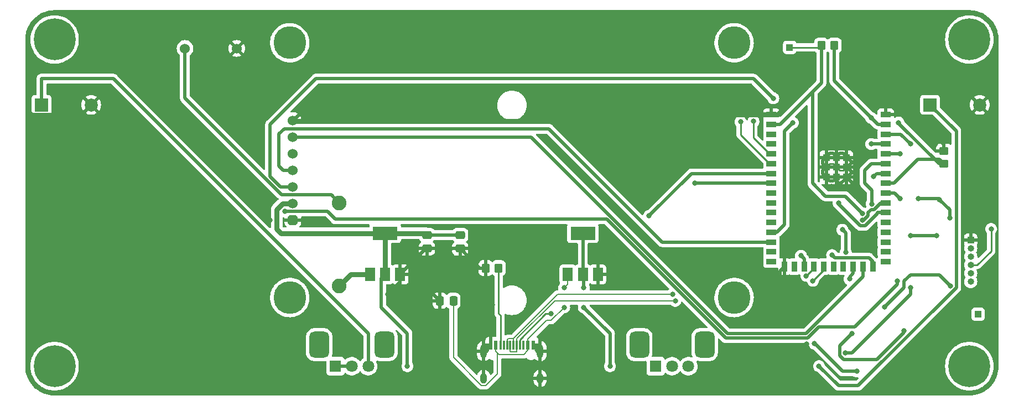
<source format=gbr>
%TF.GenerationSoftware,KiCad,Pcbnew,(6.0.4)*%
%TF.CreationDate,2022-11-06T13:58:30+01:00*%
%TF.ProjectId,GSP-1.0,4753502d-312e-4302-9e6b-696361645f70,rev?*%
%TF.SameCoordinates,Original*%
%TF.FileFunction,Copper,L2,Bot*%
%TF.FilePolarity,Positive*%
%FSLAX46Y46*%
G04 Gerber Fmt 4.6, Leading zero omitted, Abs format (unit mm)*
G04 Created by KiCad (PCBNEW (6.0.4)) date 2022-11-06 13:58:30*
%MOMM*%
%LPD*%
G01*
G04 APERTURE LIST*
G04 Aperture macros list*
%AMRoundRect*
0 Rectangle with rounded corners*
0 $1 Rounding radius*
0 $2 $3 $4 $5 $6 $7 $8 $9 X,Y pos of 4 corners*
0 Add a 4 corners polygon primitive as box body*
4,1,4,$2,$3,$4,$5,$6,$7,$8,$9,$2,$3,0*
0 Add four circle primitives for the rounded corners*
1,1,$1+$1,$2,$3*
1,1,$1+$1,$4,$5*
1,1,$1+$1,$6,$7*
1,1,$1+$1,$8,$9*
0 Add four rect primitives between the rounded corners*
20,1,$1+$1,$2,$3,$4,$5,0*
20,1,$1+$1,$4,$5,$6,$7,0*
20,1,$1+$1,$6,$7,$8,$9,0*
20,1,$1+$1,$8,$9,$2,$3,0*%
%AMOutline5P*
0 Free polygon, 5 corners , with rotation*
0 The origin of the aperture is its center*
0 number of corners: always 5*
0 $1 to $10 corner X, Y*
0 $11 Rotation angle, in degrees counterclockwise*
0 create outline with 5 corners*
4,1,5,$1,$2,$3,$4,$5,$6,$7,$8,$9,$10,$1,$2,$11*%
%AMOutline6P*
0 Free polygon, 6 corners , with rotation*
0 The origin of the aperture is its center*
0 number of corners: always 6*
0 $1 to $12 corner X, Y*
0 $13 Rotation angle, in degrees counterclockwise*
0 create outline with 6 corners*
4,1,6,$1,$2,$3,$4,$5,$6,$7,$8,$9,$10,$11,$12,$1,$2,$13*%
%AMOutline7P*
0 Free polygon, 7 corners , with rotation*
0 The origin of the aperture is its center*
0 number of corners: always 7*
0 $1 to $14 corner X, Y*
0 $15 Rotation angle, in degrees counterclockwise*
0 create outline with 7 corners*
4,1,7,$1,$2,$3,$4,$5,$6,$7,$8,$9,$10,$11,$12,$13,$14,$1,$2,$15*%
%AMOutline8P*
0 Free polygon, 8 corners , with rotation*
0 The origin of the aperture is its center*
0 number of corners: always 8*
0 $1 to $16 corner X, Y*
0 $17 Rotation angle, in degrees counterclockwise*
0 create outline with 8 corners*
4,1,8,$1,$2,$3,$4,$5,$6,$7,$8,$9,$10,$11,$12,$13,$14,$15,$16,$1,$2,$17*%
G04 Aperture macros list end*
%TA.AperFunction,SMDPad,CuDef*%
%ADD10RoundRect,0.250000X0.337500X0.475000X-0.337500X0.475000X-0.337500X-0.475000X0.337500X-0.475000X0*%
%TD*%
%TA.AperFunction,ComponentPad*%
%ADD11R,1.000000X1.000000*%
%TD*%
%TA.AperFunction,ComponentPad*%
%ADD12C,0.800000*%
%TD*%
%TA.AperFunction,ComponentPad*%
%ADD13C,6.400000*%
%TD*%
%TA.AperFunction,ComponentPad*%
%ADD14RoundRect,0.750000X-0.750000X1.250000X-0.750000X-1.250000X0.750000X-1.250000X0.750000X1.250000X0*%
%TD*%
%TA.AperFunction,ComponentPad*%
%ADD15C,1.800000*%
%TD*%
%TA.AperFunction,ComponentPad*%
%ADD16R,1.800000X1.800000*%
%TD*%
%TA.AperFunction,ComponentPad*%
%ADD17C,2.000000*%
%TD*%
%TA.AperFunction,ComponentPad*%
%ADD18R,2.000000X2.000000*%
%TD*%
%TA.AperFunction,ComponentPad*%
%ADD19C,1.524000*%
%TD*%
%TA.AperFunction,ComponentPad*%
%ADD20Outline8P,-0.762000X0.457200X-0.457200X0.762000X0.457200X0.762000X0.762000X0.457200X0.762000X-0.457200X0.457200X-0.762000X-0.457200X-0.762000X-0.762000X-0.457200X0.000000*%
%TD*%
%TA.AperFunction,ComponentPad*%
%ADD21C,5.000000*%
%TD*%
%TA.AperFunction,ComponentPad*%
%ADD22O,1.000000X1.000000*%
%TD*%
%TA.AperFunction,SMDPad,CuDef*%
%ADD23RoundRect,0.250000X0.350000X0.450000X-0.350000X0.450000X-0.350000X-0.450000X0.350000X-0.450000X0*%
%TD*%
%TA.AperFunction,SMDPad,CuDef*%
%ADD24R,1.500000X2.000000*%
%TD*%
%TA.AperFunction,SMDPad,CuDef*%
%ADD25R,3.800000X2.000000*%
%TD*%
%TA.AperFunction,SMDPad,CuDef*%
%ADD26RoundRect,0.250000X-0.475000X0.337500X-0.475000X-0.337500X0.475000X-0.337500X0.475000X0.337500X0*%
%TD*%
%TA.AperFunction,SMDPad,CuDef*%
%ADD27RoundRect,0.250000X0.450000X-0.350000X0.450000X0.350000X-0.450000X0.350000X-0.450000X-0.350000X0*%
%TD*%
%TA.AperFunction,ComponentPad*%
%ADD28O,1.000000X1.600000*%
%TD*%
%TA.AperFunction,ComponentPad*%
%ADD29O,1.000000X2.100000*%
%TD*%
%TA.AperFunction,SMDPad,CuDef*%
%ADD30R,0.600000X1.450000*%
%TD*%
%TA.AperFunction,SMDPad,CuDef*%
%ADD31R,0.300000X1.450000*%
%TD*%
%TA.AperFunction,ComponentPad*%
%ADD32C,2.250000*%
%TD*%
%TA.AperFunction,SMDPad,CuDef*%
%ADD33R,1.100000X1.100000*%
%TD*%
%TA.AperFunction,SMDPad,CuDef*%
%ADD34R,1.500000X0.900000*%
%TD*%
%TA.AperFunction,SMDPad,CuDef*%
%ADD35R,0.900000X1.500000*%
%TD*%
%TA.AperFunction,ViaPad*%
%ADD36C,0.800000*%
%TD*%
%TA.AperFunction,Conductor*%
%ADD37C,0.200000*%
%TD*%
%TA.AperFunction,Conductor*%
%ADD38C,0.500000*%
%TD*%
%TA.AperFunction,Conductor*%
%ADD39C,0.250000*%
%TD*%
%TA.AperFunction,Conductor*%
%ADD40C,0.750000*%
%TD*%
G04 APERTURE END LIST*
D10*
%TO.P,C5,2*%
%TO.N,GNDREF*%
X138962500Y-120000000D03*
%TO.P,C5,1*%
%TO.N,+5V*%
X141037500Y-120000000D03*
%TD*%
D11*
%TO.P,J_EN1,1,Pin_1*%
%TO.N,/EN*%
X192500000Y-81200000D03*
%TD*%
D12*
%TO.P,REF\u002A\u002A,1*%
%TO.N,N/C*%
X217600000Y-130000000D03*
X220000000Y-127600000D03*
X218302944Y-128302944D03*
X222400000Y-130000000D03*
X220000000Y-132400000D03*
X221697056Y-131697056D03*
X218302944Y-131697056D03*
D13*
X220000000Y-130000000D03*
D12*
X221697056Y-128302944D03*
%TD*%
%TO.P,REF\u002A\u002A,1*%
%TO.N,N/C*%
X220000000Y-82400000D03*
X222400000Y-80000000D03*
X221697056Y-78302944D03*
X221697056Y-81697056D03*
X218302944Y-81697056D03*
X220000000Y-77600000D03*
D13*
X220000000Y-80000000D03*
D12*
X217600000Y-80000000D03*
X218302944Y-78302944D03*
%TD*%
D14*
%TO.P,Volume2,MP*%
%TO.N,N/C*%
X169500000Y-126700000D03*
X179500000Y-126700000D03*
D15*
%TO.P,Volume2,3,3*%
%TO.N,Net-(BZ2-Pad1)*%
X177000000Y-130000000D03*
%TO.P,Volume2,2,2*%
%TO.N,/BUZZER_PIN2*%
X174500000Y-130000000D03*
D16*
%TO.P,Volume2,1,1*%
X172000000Y-130000000D03*
%TD*%
D17*
%TO.P,BZ2,2,+*%
%TO.N,GNDREF*%
X221600000Y-90000000D03*
D18*
%TO.P,BZ2,1,-*%
%TO.N,Net-(BZ2-Pad1)*%
X214000000Y-90000000D03*
%TD*%
D19*
%TO.P,U2,VCC,VCC*%
%TO.N,+3V3*%
X116480000Y-105080000D03*
%TO.P,U2,SDA,SDA*%
%TO.N,Net-(U1-Pad29)*%
X116480000Y-100000000D03*
%TO.P,U2,SCL,SCL*%
%TO.N,Net-(U1-Pad30)*%
X116480000Y-102540000D03*
%TO.P,U2,RES,RES*%
%TO.N,Net-(U1-Pad24)*%
X116480000Y-97460000D03*
D20*
%TO.P,U2,GND,GND*%
%TO.N,GNDREF*%
X116480000Y-107620000D03*
D19*
%TO.P,U2,DC,DC*%
%TO.N,/IO15*%
X116480000Y-94920000D03*
%TO.P,U2,CS,CS*%
%TO.N,GNDREF*%
X116480000Y-92380000D03*
D21*
%TO.P,U2,*%
%TO.N,*%
X184000000Y-80500000D03*
X116000000Y-119500000D03*
X184000000Y-119500000D03*
X116000000Y-80500000D03*
%TD*%
D14*
%TO.P,Volume1,MP*%
%TO.N,N/C*%
X130500000Y-126700000D03*
X120500000Y-126700000D03*
D15*
%TO.P,Volume1,3,3*%
%TO.N,Net-(BZ1-Pad1)*%
X128000000Y-130000000D03*
%TO.P,Volume1,2,2*%
%TO.N,/BUZZER_PIN*%
X125500000Y-130000000D03*
D16*
%TO.P,Volume1,1,1*%
X123000000Y-130000000D03*
%TD*%
D17*
%TO.P,BZ1,2,+*%
%TO.N,GNDREF*%
X85600000Y-90000000D03*
D18*
%TO.P,BZ1,1,-*%
%TO.N,Net-(BZ1-Pad1)*%
X78000000Y-90000000D03*
%TD*%
D12*
%TO.P,REF\u002A\u002A,1*%
%TO.N,N/C*%
X81697056Y-131697056D03*
X78302944Y-131697056D03*
D13*
X80000000Y-130000000D03*
D12*
X82400000Y-130000000D03*
X81697056Y-128302944D03*
X77600000Y-130000000D03*
X80000000Y-127600000D03*
X78302944Y-128302944D03*
X80000000Y-132400000D03*
%TD*%
%TO.P,REF\u002A\u002A,1*%
%TO.N,N/C*%
X80000000Y-82400000D03*
X81697056Y-78302944D03*
X77600000Y-80000000D03*
X82400000Y-80000000D03*
X81697056Y-81697056D03*
X80000000Y-77600000D03*
X78302944Y-81697056D03*
D13*
X80000000Y-80000000D03*
D12*
X78302944Y-78302944D03*
%TD*%
D22*
%TO.P,J_UART1,6,Pin_6*%
%TO.N,/RTS*%
X220210000Y-117050000D03*
%TO.P,J_UART1,5,Pin_5*%
%TO.N,/DTR*%
X220210000Y-115780000D03*
%TO.P,J_UART1,4,Pin_4*%
%TO.N,/RX*%
X220210000Y-114510000D03*
%TO.P,J_UART1,3,Pin_3*%
%TO.N,/TX*%
X220210000Y-113240000D03*
%TO.P,J_UART1,2,Pin_2*%
%TO.N,+3V3*%
X220210000Y-111970000D03*
D11*
%TO.P,J_UART1,1,Pin_1*%
%TO.N,GNDREF*%
X220210000Y-110700000D03*
%TD*%
%TO.P,J_IO_1,1,Pin_1*%
%TO.N,/IO_0*%
X221360000Y-122050000D03*
%TD*%
D23*
%TO.P,EN_Pull-up1,2*%
%TO.N,/EN*%
X197350000Y-80910000D03*
%TO.P,EN_Pull-up1,1*%
%TO.N,+3V3*%
X199350000Y-80910000D03*
%TD*%
D24*
%TO.P,U4,3,VI*%
%TO.N,+5V*%
X158550000Y-115940000D03*
%TO.P,U4,2,VO*%
%TO.N,+3V3*%
X160850000Y-115940000D03*
D25*
X160850000Y-109640000D03*
D24*
%TO.P,U4,1,GND*%
%TO.N,GNDREF*%
X163150000Y-115940000D03*
%TD*%
D26*
%TO.P,C2,2*%
%TO.N,GNDREF*%
X137000000Y-111989404D03*
%TO.P,C2,1*%
%TO.N,+3V3*%
X137000000Y-109914404D03*
%TD*%
D23*
%TO.P,R14,2*%
%TO.N,GNDREF*%
X145970000Y-114980000D03*
%TO.P,R14,1*%
%TO.N,Net-(J1-PadB5)*%
X147970000Y-114980000D03*
%TD*%
D26*
%TO.P,C3,2*%
%TO.N,GNDREF*%
X142083426Y-112007416D03*
%TO.P,C3,1*%
%TO.N,+3V3*%
X142083426Y-109932416D03*
%TD*%
D19*
%TO.P,SW_PWR1,2,B*%
%TO.N,Net-(BT1-Pad2)*%
X99965000Y-81365000D03*
%TO.P,SW_PWR1,1,A*%
%TO.N,GNDREF*%
X107885000Y-81365000D03*
%TD*%
D27*
%TO.P,R4,2*%
%TO.N,GNDREF*%
X216100000Y-97040000D03*
%TO.P,R4,1*%
%TO.N,/IO5*%
X216100000Y-99040000D03*
%TD*%
D28*
%TO.P,J1,S1,SHIELD*%
%TO.N,GNDREF*%
X145680000Y-131870000D03*
D29*
X145680000Y-127690000D03*
D28*
X154320000Y-131870000D03*
D29*
X154320000Y-127690000D03*
D30*
%TO.P,J1,B12,GND*%
X153250000Y-126775000D03*
%TO.P,J1,B9,VBUS*%
%TO.N,+5V*%
X152450000Y-126775000D03*
D31*
%TO.P,J1,B8,SBU2*%
%TO.N,unconnected-(J1-PadB8)*%
X151750000Y-126775000D03*
%TO.P,J1,B7,D-*%
%TO.N,/D-*%
X150750000Y-126775000D03*
%TO.P,J1,B6,D+*%
%TO.N,/D+*%
X149250000Y-126775000D03*
%TO.P,J1,B5,CC2*%
%TO.N,Net-(J1-PadB5)*%
X148250000Y-126775000D03*
D30*
%TO.P,J1,B4,VBUS*%
%TO.N,+5V*%
X147550000Y-126775000D03*
%TO.P,J1,B1,GND*%
%TO.N,GNDREF*%
X146750000Y-126775000D03*
%TO.P,J1,A12,GND*%
X146750000Y-126775000D03*
%TO.P,J1,A9,VBUS*%
%TO.N,+5V*%
X147550000Y-126775000D03*
D31*
%TO.P,J1,A8,SBU1*%
%TO.N,unconnected-(J1-PadA8)*%
X148750000Y-126775000D03*
%TO.P,J1,A7,D-*%
%TO.N,/D-*%
X149750000Y-126775000D03*
%TO.P,J1,A6,D+*%
%TO.N,/D+*%
X150250000Y-126775000D03*
%TO.P,J1,A5,CC1*%
%TO.N,Net-(J1-PadA5)*%
X151250000Y-126775000D03*
D30*
%TO.P,J1,A4,VBUS*%
%TO.N,+5V*%
X152450000Y-126775000D03*
%TO.P,J1,A1,GND*%
%TO.N,GNDREF*%
X153250000Y-126775000D03*
%TD*%
D32*
%TO.P,BT1,2,-*%
%TO.N,Net-(BT1-Pad2)*%
X123580000Y-105000000D03*
%TO.P,BT1,1,+*%
%TO.N,Net-(BT1-Pad1)*%
X123580000Y-117700000D03*
%TD*%
D33*
%TO.P,U1,51,GND*%
%TO.N,GNDREF*%
X198157708Y-101048038D03*
%TO.P,U1,50,GND*%
X199657708Y-101048038D03*
%TO.P,U1,49,GND*%
X201157708Y-101048038D03*
%TO.P,U1,48,GND*%
X198157708Y-99548038D03*
%TO.P,U1,47,GND*%
X199657708Y-99548038D03*
%TO.P,U1,46,GND*%
X201157708Y-99548038D03*
%TO.P,U1,45,GND*%
X198157708Y-98048038D03*
%TO.P,U1,44,GND*%
X199657708Y-98048038D03*
%TO.P,U1,43,GND*%
X201157708Y-98048038D03*
D34*
%TO.P,U1,42,GND*%
X189717708Y-91498038D03*
%TO.P,U1,41,EN*%
%TO.N,/EN*%
X189717708Y-92998038D03*
%TO.P,U1,40,IO46*%
%TO.N,unconnected-(U1-Pad40)*%
X189717708Y-94498038D03*
%TO.P,U1,39,IO45*%
%TO.N,unconnected-(U1-Pad39)*%
X189717708Y-95998038D03*
%TO.P,U1,38,RXD0*%
%TO.N,/RX*%
X189717708Y-97498038D03*
%TO.P,U1,37,TXD0*%
%TO.N,/TX*%
X189717708Y-98998038D03*
%TO.P,U1,36,IO42*%
%TO.N,/START*%
X189717708Y-100498038D03*
%TO.P,U1,35,IO41*%
%TO.N,/SELECT*%
X189717708Y-101998038D03*
%TO.P,U1,34,IO40*%
%TO.N,unconnected-(U1-Pad34)*%
X189717708Y-103498038D03*
%TO.P,U1,33,IO39*%
%TO.N,unconnected-(U1-Pad33)*%
X189717708Y-104998038D03*
%TO.P,U1,32,IO38*%
%TO.N,unconnected-(U1-Pad32)*%
X189717708Y-106498038D03*
%TO.P,U1,31,IO37*%
%TO.N,unconnected-(U1-Pad31)*%
X189717708Y-107998038D03*
%TO.P,U1,30,IO36*%
%TO.N,Net-(U1-Pad30)*%
X189717708Y-109498038D03*
%TO.P,U1,29,IO35*%
%TO.N,Net-(U1-Pad29)*%
X189717708Y-110998038D03*
%TO.P,U1,28,IO34*%
%TO.N,unconnected-(U1-Pad28)*%
X189717708Y-112498038D03*
%TO.P,U1,27,IO33*%
%TO.N,unconnected-(U1-Pad27)*%
X189717708Y-113998038D03*
D35*
%TO.P,U1,26,GND*%
%TO.N,GNDREF*%
X191717708Y-114748038D03*
%TO.P,U1,25,IO26*%
%TO.N,unconnected-(U1-Pad25)*%
X193217708Y-114748038D03*
%TO.P,U1,24,IO21*%
%TO.N,Net-(U1-Pad24)*%
X194717708Y-114748038D03*
%TO.P,U1,23,IO20*%
%TO.N,/D+*%
X196217708Y-114748038D03*
%TO.P,U1,22,IO19*%
%TO.N,/D-*%
X197717708Y-114748038D03*
%TO.P,U1,21,IO18*%
%TO.N,unconnected-(U1-Pad21)*%
X199217708Y-114748038D03*
%TO.P,U1,20,IO17*%
%TO.N,unconnected-(U1-Pad20)*%
X200717708Y-114748038D03*
%TO.P,U1,19,IO16*%
%TO.N,/BUZZER_PIN*%
X202217708Y-114748038D03*
%TO.P,U1,18,IO15*%
%TO.N,/IO15*%
X203717708Y-114748038D03*
%TO.P,U1,17,IO14*%
%TO.N,/BUZZER_PIN2*%
X205217708Y-114748038D03*
D34*
%TO.P,U1,16,IO13*%
%TO.N,unconnected-(U1-Pad16)*%
X207217708Y-113998038D03*
%TO.P,U1,15,IO12*%
%TO.N,unconnected-(U1-Pad15)*%
X207217708Y-112498038D03*
%TO.P,U1,14,IO11*%
%TO.N,unconnected-(U1-Pad14)*%
X207217708Y-110998038D03*
%TO.P,U1,13,IO10*%
%TO.N,unconnected-(U1-Pad13)*%
X207217708Y-109498038D03*
%TO.P,U1,12,IO9*%
%TO.N,unconnected-(U1-Pad12)*%
X207217708Y-107998038D03*
%TO.P,U1,11,IO8*%
%TO.N,/IO8*%
X207217708Y-106498038D03*
%TO.P,U1,10,IO7*%
%TO.N,/IO7*%
X207217708Y-104998038D03*
%TO.P,U1,9,IO6*%
%TO.N,/IO6*%
X207217708Y-103498038D03*
%TO.P,U1,8,IO5*%
%TO.N,/IO5*%
X207217708Y-101998038D03*
%TO.P,U1,7,IO4*%
%TO.N,/IO4*%
X207217708Y-100498038D03*
%TO.P,U1,6,IO3*%
%TO.N,/IO3*%
X207217708Y-98998038D03*
%TO.P,U1,5,IO2*%
%TO.N,/IO2*%
X207217708Y-97498038D03*
%TO.P,U1,4,IO1*%
%TO.N,/IO1*%
X207217708Y-95998038D03*
%TO.P,U1,3,IO0*%
%TO.N,/IO_0*%
X207217708Y-94498038D03*
%TO.P,U1,2,3V3*%
%TO.N,+3V3*%
X207217708Y-92998038D03*
%TO.P,U1,1,GND*%
%TO.N,GNDREF*%
X207217708Y-91498038D03*
%TD*%
D24*
%TO.P,U3,3,VI*%
%TO.N,Net-(BT1-Pad1)*%
X128300000Y-115940000D03*
%TO.P,U3,2,VO*%
%TO.N,+3V3*%
X130600000Y-115940000D03*
D25*
X130600000Y-109640000D03*
D24*
%TO.P,U3,1,GND*%
%TO.N,GNDREF*%
X132900000Y-115940000D03*
%TD*%
D36*
%TO.N,GNDREF*%
X201000000Y-90000000D03*
X197000000Y-105000000D03*
X146965730Y-120620323D03*
X131000000Y-119000000D03*
X195081577Y-126603031D03*
X191000000Y-118000000D03*
X195091148Y-129507151D03*
X112970000Y-107620000D03*
X163000000Y-113000000D03*
X192616646Y-89616646D03*
X202706654Y-103665660D03*
X195475023Y-112486298D03*
X199000000Y-109000000D03*
X197672052Y-112526488D03*
%TO.N,+3V3*%
X205000000Y-92000000D03*
X161000000Y-118000000D03*
X211000000Y-118000000D03*
X161000000Y-121000000D03*
X134000000Y-130000000D03*
X201000000Y-128000000D03*
X165000000Y-130000000D03*
X215413874Y-104494488D03*
X217000000Y-107349502D03*
X212221503Y-104326469D03*
%TO.N,/SELECT*%
X178000000Y-102000000D03*
%TO.N,/START*%
X171000000Y-107000000D03*
%TO.N,/IO1*%
X205000000Y-96000000D03*
%TO.N,/IO2*%
X115282998Y-106300334D03*
X209000000Y-117000000D03*
X209369254Y-97502925D03*
%TO.N,/IO3*%
X205054075Y-105164048D03*
%TO.N,/IO4*%
X205372151Y-101002822D03*
%TO.N,/IO5*%
X209175700Y-92725360D03*
%TO.N,/IO6*%
X209376938Y-104358804D03*
X215000000Y-110000000D03*
X211000000Y-110000000D03*
%TO.N,/IO7*%
X203678709Y-107664901D03*
%TO.N,Net-(U1-Pad24)*%
X194237805Y-113100810D03*
%TO.N,/EN*%
X203671524Y-106597922D03*
X200573747Y-109116155D03*
X201089520Y-112557980D03*
%TO.N,/RTS*%
X206993995Y-120937383D03*
X217108160Y-117690464D03*
%TO.N,/DTR*%
X202000000Y-125000000D03*
X210000000Y-124599665D03*
%TO.N,/IO_0*%
X196319862Y-126549020D03*
X211000000Y-96000000D03*
X202773834Y-130799592D03*
%TO.N,/RX*%
X186962712Y-92530018D03*
X223335172Y-109000000D03*
%TO.N,/TX*%
X184996742Y-92613696D03*
%TO.N,/BUZZER_PIN*%
X201671667Y-116654485D03*
%TO.N,/IO8*%
X200000000Y-105000000D03*
%TO.N,+5V*%
X158000000Y-121000000D03*
X158000000Y-118000000D03*
%TO.N,Net-(U1-Pad30)*%
X190000000Y-89000000D03*
X193000000Y-92742011D03*
%TO.N,Net-(BZ2-Pad1)*%
X197000000Y-130000000D03*
%TO.N,/BUZZER_PIN2*%
X199000000Y-113000000D03*
%TO.N,Net-(J1-PadA5)*%
X156000000Y-122000000D03*
%TO.N,/D+*%
X174568536Y-118998711D03*
X195043267Y-116162222D03*
%TO.N,/D-*%
X175000000Y-120000000D03*
X196069404Y-116921440D03*
%TD*%
D37*
%TO.N,+5V*%
X141037500Y-128658192D02*
X141037500Y-120000000D01*
X146011172Y-132969520D02*
X145348828Y-132969520D01*
X147550000Y-127706082D02*
X147784521Y-127940603D01*
X147784521Y-127940603D02*
X147784521Y-131196171D01*
X147784521Y-131196171D02*
X146011172Y-132969520D01*
X147550000Y-126775000D02*
X147550000Y-127706082D01*
X145348828Y-132969520D02*
X141037500Y-128658192D01*
D38*
%TO.N,GNDREF*%
X134902500Y-115940000D02*
X138962500Y-120000000D01*
X132900000Y-115940000D02*
X134902500Y-115940000D01*
D39*
%TO.N,Net-(J1-PadB5)*%
X148250000Y-126775000D02*
X148250000Y-122250000D01*
X147970000Y-121970000D02*
X147970000Y-114980000D01*
X148250000Y-122250000D02*
X147970000Y-121970000D01*
D38*
%TO.N,GNDREF*%
X146750000Y-126775000D02*
X146750000Y-121000000D01*
X145970000Y-119720000D02*
X145970000Y-114980000D01*
X146750000Y-121000000D02*
X147000000Y-120750000D01*
X147000000Y-120750000D02*
X145970000Y-119720000D01*
X195081577Y-126603031D02*
X195091148Y-126612602D01*
D39*
X200152229Y-100042559D02*
X200663187Y-100042559D01*
D38*
X137000000Y-111989404D02*
X136850596Y-111989404D01*
X112970000Y-107620000D02*
X90350000Y-85000000D01*
D39*
X199163187Y-99053517D02*
X198652229Y-99053517D01*
D40*
X192616646Y-89616646D02*
X192643387Y-89589905D01*
D38*
X211030000Y-88970000D02*
X211030000Y-90970000D01*
D39*
X199657708Y-99548038D02*
X199163187Y-99053517D01*
D38*
X199657708Y-101048038D02*
X199657708Y-101174174D01*
D40*
X189717708Y-91498038D02*
X190735254Y-91498038D01*
D38*
X198031572Y-99548038D02*
X197538187Y-99054653D01*
X132900000Y-117100000D02*
X132900000Y-115940000D01*
X198157708Y-97921902D02*
X198651093Y-97428517D01*
X145835000Y-127690000D02*
X146750000Y-126775000D01*
X202000000Y-100264194D02*
X202000000Y-100331882D01*
D39*
X199657708Y-99548038D02*
X200152229Y-100042559D01*
D38*
X200000000Y-102000000D02*
X199657708Y-101657708D01*
D40*
X190735254Y-91498038D02*
X192616646Y-89616646D01*
D38*
X199000000Y-109000000D02*
X197000000Y-107000000D01*
X197631862Y-112486298D02*
X197672052Y-112526488D01*
X76550489Y-91449511D02*
X84150489Y-91449511D01*
X197538187Y-98541423D02*
X198031572Y-98048038D01*
X191717708Y-114748038D02*
X191717708Y-113282292D01*
D39*
X198652229Y-99053517D02*
X198157708Y-99548038D01*
D38*
X201283844Y-101048038D02*
X201157708Y-101048038D01*
X131000000Y-119000000D02*
X132900000Y-117100000D01*
X199164323Y-97428517D02*
X199657708Y-97921902D01*
X145680000Y-131870000D02*
X145680000Y-127690000D01*
X200664323Y-97428517D02*
X200151093Y-97428517D01*
X207217708Y-91498038D02*
X210501962Y-91498038D01*
X200331882Y-102000000D02*
X200000000Y-102000000D01*
X199657708Y-97921902D02*
X199657708Y-98048038D01*
X154320000Y-131870000D02*
X154320000Y-127690000D01*
X211030000Y-90970000D02*
X216100000Y-96040000D01*
X198031572Y-101048038D02*
X197538187Y-100554653D01*
X84150489Y-91449511D02*
X85600000Y-90000000D01*
X199657708Y-101657708D02*
X199657708Y-101048038D01*
X191000000Y-115465746D02*
X191717708Y-114748038D01*
X198157708Y-98048038D02*
X198157708Y-97921902D01*
X163150000Y-113150000D02*
X163000000Y-113000000D01*
X201157708Y-97921902D02*
X200664323Y-97428517D01*
X142065414Y-111989404D02*
X142083426Y-112007416D01*
X90350000Y-85000000D02*
X76909752Y-85000000D01*
X198031572Y-99548038D02*
X198157708Y-99548038D01*
X215000000Y-85000000D02*
X211030000Y-88970000D01*
X199164323Y-101667559D02*
X198651093Y-101667559D01*
X219000000Y-85400000D02*
X218600000Y-85000000D01*
X198031572Y-98048038D02*
X198157708Y-98048038D01*
D40*
X152500000Y-92500000D02*
X153501962Y-91498038D01*
D38*
X201157708Y-101048038D02*
X201157708Y-101174174D01*
X202706654Y-103665660D02*
X202706654Y-102596984D01*
X221600000Y-90000000D02*
X219000000Y-87400000D01*
X202000000Y-100331882D02*
X201283844Y-101048038D01*
X197538187Y-100041423D02*
X198031572Y-99548038D01*
X154165000Y-127690000D02*
X153250000Y-126775000D01*
X195475023Y-112486298D02*
X197631862Y-112486298D01*
X154320000Y-127690000D02*
X154165000Y-127690000D01*
X197538187Y-99054653D02*
X197538187Y-98541423D01*
X202000000Y-98831882D02*
X201283844Y-99548038D01*
X202706654Y-102596984D02*
X201157708Y-101048038D01*
X218600000Y-85000000D02*
X215000000Y-85000000D01*
D40*
X116480000Y-92380000D02*
X116600000Y-92500000D01*
D38*
X194988725Y-112000000D02*
X195475023Y-112486298D01*
X201157708Y-101174174D02*
X200331882Y-102000000D01*
X145970000Y-114980000D02*
X145056010Y-114980000D01*
X201157708Y-90157708D02*
X201000000Y-90000000D01*
X198157708Y-101048038D02*
X198031572Y-101048038D01*
X201157708Y-98048038D02*
X201157708Y-97921902D01*
X201157708Y-98048038D02*
X201157708Y-90157708D01*
X191000000Y-118000000D02*
X191000000Y-115465746D01*
X198651093Y-97428517D02*
X199164323Y-97428517D01*
X195091148Y-126612602D02*
X195091148Y-129507151D01*
X201157708Y-98048038D02*
X201283844Y-98048038D01*
X201283844Y-98048038D02*
X202000000Y-98764194D01*
X216100000Y-96040000D02*
X216100000Y-97040000D01*
X198651093Y-101667559D02*
X198157708Y-101174174D01*
X137000000Y-111989404D02*
X142065414Y-111989404D01*
X193000000Y-112000000D02*
X194988725Y-112000000D01*
X76909752Y-85000000D02*
X76000000Y-85909752D01*
D40*
X153501962Y-91498038D02*
X189717708Y-91498038D01*
D38*
X145680000Y-127690000D02*
X145835000Y-127690000D01*
X191717708Y-113282292D02*
X193000000Y-112000000D01*
X145056010Y-114980000D02*
X142083426Y-112007416D01*
X198157708Y-101174174D02*
X198157708Y-101048038D01*
X219000000Y-87400000D02*
X219000000Y-85400000D01*
X76000000Y-85909752D02*
X76000000Y-90899022D01*
X136850596Y-111989404D02*
X132900000Y-115940000D01*
X201283844Y-99548038D02*
X201157708Y-99548038D01*
X201283844Y-99548038D02*
X202000000Y-100264194D01*
X200151093Y-97428517D02*
X199657708Y-97921902D01*
X163150000Y-115940000D02*
X163150000Y-113150000D01*
X210501962Y-91498038D02*
X211030000Y-90970000D01*
X202000000Y-98764194D02*
X202000000Y-98831882D01*
D40*
X116600000Y-92500000D02*
X152500000Y-92500000D01*
D38*
X199657708Y-101174174D02*
X199164323Y-101667559D01*
D39*
X200663187Y-100042559D02*
X201157708Y-99548038D01*
D38*
X197000000Y-107000000D02*
X197000000Y-105000000D01*
X76000000Y-90899022D02*
X76550489Y-91449511D01*
X197538187Y-100554653D02*
X197538187Y-100041423D01*
%TO.N,+3V3*%
X165000000Y-125000000D02*
X161000000Y-121000000D01*
X142083426Y-109932416D02*
X137018012Y-109932416D01*
X217000000Y-106080614D02*
X215413874Y-104494488D01*
X202000000Y-128000000D02*
X201000000Y-128000000D01*
D40*
X130600000Y-109640000D02*
X136725596Y-109640000D01*
D38*
X199350000Y-86350000D02*
X205000000Y-92000000D01*
D40*
X130600000Y-109640000D02*
X114640000Y-109640000D01*
D38*
X134000000Y-130000000D02*
X134000000Y-125000000D01*
X212221503Y-104326469D02*
X215245855Y-104326469D01*
D40*
X114640000Y-109640000D02*
X114000000Y-109000000D01*
D38*
X205000000Y-92000000D02*
X205998038Y-92998038D01*
X199350000Y-80910000D02*
X199350000Y-86350000D01*
X205998038Y-92998038D02*
X207217708Y-92998038D01*
X217000000Y-107349502D02*
X217000000Y-106080614D01*
D40*
X114000000Y-106000000D02*
X114920000Y-105080000D01*
D38*
X130000000Y-116540000D02*
X130600000Y-115940000D01*
X160850000Y-115940000D02*
X160850000Y-109640000D01*
X134000000Y-125000000D02*
X130000000Y-121000000D01*
X130000000Y-121000000D02*
X130000000Y-116540000D01*
X211000000Y-118000000D02*
X211000000Y-119000000D01*
X211000000Y-119000000D02*
X202000000Y-128000000D01*
D40*
X114000000Y-109000000D02*
X114000000Y-106000000D01*
D38*
X165000000Y-130000000D02*
X165000000Y-125000000D01*
X215245855Y-104326469D02*
X215413874Y-104494488D01*
D40*
X114920000Y-105080000D02*
X116480000Y-105080000D01*
D38*
X161000000Y-118000000D02*
X161000000Y-116090000D01*
X137018012Y-109932416D02*
X137000000Y-109914404D01*
D40*
X136725596Y-109640000D02*
X137000000Y-109914404D01*
X130600000Y-115940000D02*
X130600000Y-109640000D01*
D38*
X161000000Y-116090000D02*
X160850000Y-115940000D01*
%TO.N,/SELECT*%
X178000000Y-102000000D02*
X178001962Y-101998038D01*
X178001962Y-101998038D02*
X189717708Y-101998038D01*
%TO.N,/START*%
X189717708Y-100498038D02*
X177501962Y-100498038D01*
X177501962Y-100498038D02*
X171000000Y-107000000D01*
%TO.N,/IO1*%
X205000000Y-96000000D02*
X207215746Y-96000000D01*
X207215746Y-96000000D02*
X207217708Y-95998038D01*
%TO.N,/IO2*%
X182710250Y-125699520D02*
X183289751Y-125699519D01*
X209369254Y-97502925D02*
X207222595Y-97502925D01*
X196989270Y-124000000D02*
X202500000Y-124000000D01*
X115282998Y-106300334D02*
X121757218Y-106300334D01*
X122964149Y-107507265D02*
X164517995Y-107507265D01*
X183289751Y-125699519D02*
X195289750Y-125699520D01*
X207222595Y-97502925D02*
X207217708Y-97498038D01*
X209000000Y-117500000D02*
X209000000Y-117000000D01*
X121757218Y-106300334D02*
X122964149Y-107507265D01*
X202500000Y-124000000D02*
X209000000Y-117500000D01*
X164517995Y-107507265D02*
X182710250Y-125699520D01*
X195289750Y-125699520D02*
X196989270Y-124000000D01*
%TO.N,/IO3*%
X204000000Y-102000000D02*
X204000000Y-100000000D01*
X205001962Y-98998038D02*
X207217708Y-98998038D01*
X205054075Y-105164048D02*
X205054075Y-103054075D01*
X204000000Y-100000000D02*
X205001962Y-98998038D01*
X205054075Y-103054075D02*
X204000000Y-102000000D01*
%TO.N,/IO4*%
X205876935Y-100498038D02*
X205372151Y-101002822D01*
X207217708Y-100498038D02*
X205876935Y-100498038D01*
%TO.N,/IO5*%
X208467708Y-101998038D02*
X207217708Y-101998038D01*
X215425746Y-98365746D02*
X212100000Y-98365746D01*
X209175700Y-92725360D02*
X209175700Y-92814180D01*
X212100000Y-98365746D02*
X208467708Y-101998038D01*
X209175700Y-92814180D02*
X215401520Y-99040000D01*
X216100000Y-99040000D02*
X215425746Y-98365746D01*
X215401520Y-99040000D02*
X216100000Y-99040000D01*
%TO.N,/IO6*%
X207217708Y-103498038D02*
X208516172Y-103498038D01*
X211000000Y-110000000D02*
X215000000Y-110000000D01*
X208516172Y-103498038D02*
X209376938Y-104358804D01*
%TO.N,/IO7*%
X204521035Y-106478965D02*
X204986441Y-106013559D01*
X204521035Y-106949802D02*
X204521035Y-106478965D01*
X203678709Y-107664901D02*
X203805936Y-107664901D01*
X204986441Y-106013559D02*
X205405955Y-106013559D01*
X203805936Y-107664901D02*
X204521035Y-106949802D01*
X205405955Y-106013559D02*
X206421476Y-104998038D01*
X206421476Y-104998038D02*
X207217708Y-104998038D01*
%TO.N,/IO15*%
X152920000Y-94920000D02*
X116480000Y-94920000D01*
X203717708Y-116282292D02*
X195000000Y-125000000D01*
X203717708Y-114748038D02*
X203717708Y-116282292D01*
X195000000Y-125000000D02*
X183000000Y-125000000D01*
X183000000Y-125000000D02*
X152920000Y-94920000D01*
%TO.N,Net-(U1-Pad24)*%
X194717708Y-113580713D02*
X194237805Y-113100810D01*
X194717708Y-114748038D02*
X194717708Y-113580713D01*
D39*
%TO.N,/EN*%
X197060000Y-81200000D02*
X197350000Y-80910000D01*
D38*
X197350000Y-80910000D02*
X197350000Y-86650000D01*
X198000000Y-104000000D02*
X196000000Y-102000000D01*
X196000000Y-88000000D02*
X197350000Y-86650000D01*
X191001962Y-92998038D02*
X189717708Y-92998038D01*
X201089520Y-109631928D02*
X200573747Y-109116155D01*
X197350000Y-86650000D02*
X191001962Y-92998038D01*
X202000000Y-105000000D02*
X201000000Y-104000000D01*
X203671524Y-106597922D02*
X202073602Y-105000000D01*
X202073602Y-105000000D02*
X202000000Y-105000000D01*
D39*
X192500000Y-81200000D02*
X197060000Y-81200000D01*
D38*
X196000000Y-102000000D02*
X196000000Y-88000000D01*
X201089520Y-112557980D02*
X201089520Y-109631928D01*
X201000000Y-104000000D02*
X198000000Y-104000000D01*
%TO.N,Net-(U1-Pad29)*%
X114339545Y-94457512D02*
X115150165Y-93646892D01*
X115000000Y-100000000D02*
X114339545Y-99339545D01*
X155646892Y-93646892D02*
X172998038Y-110998038D01*
X172998038Y-110998038D02*
X189717708Y-110998038D01*
X116480000Y-100000000D02*
X115000000Y-100000000D01*
X114339545Y-99339545D02*
X114339545Y-94457512D01*
X115150165Y-93646892D02*
X155646892Y-93646892D01*
%TO.N,/RTS*%
X210000000Y-117000000D02*
X210000000Y-118000000D01*
X211000000Y-116000000D02*
X210000000Y-117000000D01*
X215417696Y-116000000D02*
X211000000Y-116000000D01*
X207062617Y-120937383D02*
X206993995Y-120937383D01*
X210000000Y-118000000D02*
X207062617Y-120937383D01*
X217108160Y-117690464D02*
X215417696Y-116000000D01*
%TO.N,/DTR*%
X210000000Y-124599665D02*
X210000000Y-124824772D01*
X200798609Y-129000000D02*
X200150489Y-128351880D01*
X205824772Y-129000000D02*
X200798609Y-129000000D01*
X200150489Y-128351880D02*
X200150489Y-126849511D01*
X210000000Y-124824772D02*
X205824772Y-129000000D01*
X200150489Y-126849511D02*
X202000000Y-125000000D01*
%TO.N,/IO_0*%
X196323906Y-126549020D02*
X200574478Y-130799592D01*
X200574478Y-130799592D02*
X202773834Y-130799592D01*
X196319862Y-126549020D02*
X196323906Y-126549020D01*
X209498038Y-94498038D02*
X211000000Y-96000000D01*
X207217708Y-94498038D02*
X209498038Y-94498038D01*
%TO.N,Net-(BZ1-Pad1)*%
X89000000Y-86000000D02*
X128000000Y-125000000D01*
X78000000Y-86000000D02*
X89000000Y-86000000D01*
X128000000Y-125000000D02*
X128000000Y-130000000D01*
X78000000Y-90000000D02*
X78000000Y-86000000D01*
D39*
%TO.N,/RX*%
X223335172Y-109000000D02*
X223335172Y-112384828D01*
X221210000Y-114510000D02*
X220210000Y-114510000D01*
X223335172Y-112384828D02*
X221210000Y-114510000D01*
X189417708Y-97498038D02*
X186962712Y-95043042D01*
X189717708Y-97498038D02*
X189417708Y-97498038D01*
X186962712Y-95043042D02*
X186962712Y-92530018D01*
%TO.N,/TX*%
X184996742Y-94577072D02*
X189417708Y-98998038D01*
X184996742Y-92613696D02*
X184996742Y-94577072D01*
X189417708Y-98998038D02*
X189717708Y-98998038D01*
D38*
%TO.N,/BUZZER_PIN*%
X201671667Y-116654485D02*
X201671667Y-116328333D01*
X202217708Y-115782292D02*
X202217708Y-114748038D01*
X123000000Y-130000000D02*
X125500000Y-130000000D01*
X201671667Y-116328333D02*
X202217708Y-115782292D01*
%TO.N,Net-(BT1-Pad2)*%
X114762241Y-103751511D02*
X99965000Y-88954270D01*
X122331511Y-103751511D02*
X114762241Y-103751511D01*
X99965000Y-88954270D02*
X99965000Y-81365000D01*
X123580000Y-105000000D02*
X122331511Y-103751511D01*
%TO.N,/IO8*%
X207217708Y-106498038D02*
X205910746Y-106498038D01*
X205910746Y-106498038D02*
X205910746Y-106634255D01*
X200000000Y-105187583D02*
X200000000Y-105000000D01*
X205910746Y-106634255D02*
X204030589Y-108514412D01*
X204030589Y-108514412D02*
X203326829Y-108514412D01*
X203326829Y-108514412D02*
X200000000Y-105187583D01*
D40*
%TO.N,Net-(BT1-Pad1)*%
X125340000Y-115940000D02*
X123580000Y-117700000D01*
X128300000Y-115940000D02*
X125340000Y-115940000D01*
D37*
%TO.N,+5V*%
X152450000Y-125850000D02*
X155300000Y-123000000D01*
X158550000Y-117450000D02*
X158550000Y-115940000D01*
X148049031Y-128199031D02*
X151800969Y-128199031D01*
X152450000Y-127550000D02*
X152450000Y-126775000D01*
X151800969Y-128199031D02*
X152450000Y-127550000D01*
X147550000Y-127700000D02*
X148049031Y-128199031D01*
X155300000Y-123000000D02*
X156000000Y-123000000D01*
X152450000Y-126775000D02*
X152450000Y-125850000D01*
X156000000Y-123000000D02*
X158000000Y-121000000D01*
X158000000Y-118000000D02*
X158550000Y-117450000D01*
X147550000Y-126775000D02*
X147550000Y-127700000D01*
D38*
%TO.N,Net-(U1-Pad30)*%
X114540000Y-102540000D02*
X116480000Y-102540000D01*
X187000000Y-86000000D02*
X120000000Y-86000000D01*
X113000000Y-101000000D02*
X114540000Y-102540000D01*
X190000000Y-89000000D02*
X187000000Y-86000000D01*
X190532280Y-109498038D02*
X189717708Y-109498038D01*
X191731791Y-94010220D02*
X191731791Y-108298527D01*
X120000000Y-86000000D02*
X113000000Y-93000000D01*
X113000000Y-93000000D02*
X113000000Y-101000000D01*
X191731791Y-108298527D02*
X190532280Y-109498038D01*
X193000000Y-92742011D02*
X191731791Y-94010220D01*
%TO.N,Net-(BZ2-Pad1)*%
X218000000Y-118000000D02*
X218000000Y-94000000D01*
X200000000Y-133000000D02*
X203000000Y-133000000D01*
X203000000Y-133000000D02*
X218000000Y-118000000D01*
X197000000Y-130000000D02*
X200000000Y-133000000D01*
X218000000Y-94000000D02*
X214000000Y-90000000D01*
%TO.N,/BUZZER_PIN2*%
X205217708Y-114000000D02*
X205217708Y-114748038D01*
X199407491Y-113407491D02*
X204625199Y-113407491D01*
X204625199Y-113407491D02*
X205217708Y-114000000D01*
X199000000Y-113000000D02*
X199407491Y-113407491D01*
D39*
%TO.N,Net-(J1-PadA5)*%
X151224511Y-125926829D02*
X155151340Y-122000000D01*
X151224511Y-126749511D02*
X151224511Y-125926829D01*
X155151340Y-122000000D02*
X156000000Y-122000000D01*
X151250000Y-126775000D02*
X151224511Y-126749511D01*
%TO.N,/D+*%
X196217708Y-114748038D02*
X196217708Y-114987781D01*
X196217708Y-114987781D02*
X195043267Y-116162222D01*
D37*
X156985972Y-119000000D02*
X174567247Y-119000000D01*
X149250000Y-125949511D02*
X149250000Y-126775000D01*
X150250000Y-126775000D02*
X150250000Y-125735972D01*
X149449022Y-125750489D02*
X149250000Y-125949511D01*
X174567247Y-119000000D02*
X174568536Y-118998711D01*
X150250000Y-126775000D02*
X150250000Y-125800978D01*
X150250000Y-125800978D02*
X150199511Y-125750489D01*
X150199511Y-125750489D02*
X149449022Y-125750489D01*
X150250000Y-125735972D02*
X156985972Y-119000000D01*
%TO.N,/D-*%
X150750000Y-126775000D02*
X150750000Y-127750000D01*
X156550978Y-120000000D02*
X175000000Y-120000000D01*
X150750000Y-126775000D02*
X150750000Y-125800978D01*
X149800489Y-127799511D02*
X149750000Y-127749022D01*
X150750000Y-125800978D02*
X156550978Y-120000000D01*
D39*
X197717708Y-114748038D02*
X197717708Y-115273136D01*
D37*
X150750000Y-127750000D02*
X150700489Y-127799511D01*
X149750000Y-127749022D02*
X149750000Y-126775000D01*
X150700489Y-127799511D02*
X149800489Y-127799511D01*
D39*
X197717708Y-115273136D02*
X196069404Y-116921440D01*
%TD*%
%TA.AperFunction,Conductor*%
%TO.N,GNDREF*%
G36*
X219970018Y-75510000D02*
G01*
X219984851Y-75512310D01*
X219984855Y-75512310D01*
X219993724Y-75513691D01*
X220014183Y-75511016D01*
X220036007Y-75510072D01*
X220385965Y-75525352D01*
X220396913Y-75526310D01*
X220774498Y-75576019D01*
X220785307Y-75577926D01*
X221157114Y-75660353D01*
X221167731Y-75663198D01*
X221530939Y-75777718D01*
X221541254Y-75781471D01*
X221893123Y-75927220D01*
X221903067Y-75931858D01*
X222240867Y-76107705D01*
X222250387Y-76113201D01*
X222571574Y-76317820D01*
X222580578Y-76324124D01*
X222882716Y-76555962D01*
X222891137Y-76563028D01*
X223171914Y-76820314D01*
X223179686Y-76828086D01*
X223436972Y-77108863D01*
X223444038Y-77117284D01*
X223675876Y-77419422D01*
X223682180Y-77428426D01*
X223886799Y-77749613D01*
X223892294Y-77759132D01*
X224040344Y-78043532D01*
X224068138Y-78096924D01*
X224072780Y-78106877D01*
X224218526Y-78458739D01*
X224222282Y-78469061D01*
X224278257Y-78646587D01*
X224336802Y-78832268D01*
X224339647Y-78842885D01*
X224409262Y-79156897D01*
X224422073Y-79214685D01*
X224423981Y-79225502D01*
X224445719Y-79390620D01*
X224473690Y-79603086D01*
X224474648Y-79614035D01*
X224485286Y-79857668D01*
X224489603Y-79956552D01*
X224488223Y-79981429D01*
X224486309Y-79993724D01*
X224487473Y-80002626D01*
X224487473Y-80002628D01*
X224490436Y-80025283D01*
X224491500Y-80041621D01*
X224491500Y-108906090D01*
X224471498Y-108974211D01*
X224442751Y-108999120D01*
X224457514Y-109007832D01*
X224489444Y-109071243D01*
X224491500Y-109093910D01*
X224491500Y-129950633D01*
X224490000Y-129970018D01*
X224487690Y-129984851D01*
X224487690Y-129984855D01*
X224486309Y-129993724D01*
X224488984Y-130014183D01*
X224489928Y-130036007D01*
X224475277Y-130371556D01*
X224474648Y-130385964D01*
X224473690Y-130396913D01*
X224424297Y-130772099D01*
X224423982Y-130774490D01*
X224422074Y-130785307D01*
X224340243Y-131154425D01*
X224339647Y-131157114D01*
X224336802Y-131167731D01*
X224224678Y-131523343D01*
X224222285Y-131530932D01*
X224218529Y-131541254D01*
X224104338Y-131816936D01*
X224072784Y-131893114D01*
X224068142Y-131903067D01*
X223943702Y-132142115D01*
X223892295Y-132240867D01*
X223886799Y-132250387D01*
X223682180Y-132571574D01*
X223675876Y-132580578D01*
X223444038Y-132882716D01*
X223436972Y-132891137D01*
X223179686Y-133171914D01*
X223171914Y-133179686D01*
X222891137Y-133436972D01*
X222882716Y-133444038D01*
X222580578Y-133675876D01*
X222571574Y-133682180D01*
X222250387Y-133886799D01*
X222240868Y-133892294D01*
X221903067Y-134068142D01*
X221893123Y-134072780D01*
X221541254Y-134218529D01*
X221530939Y-134222282D01*
X221167732Y-134336802D01*
X221157115Y-134339647D01*
X220785307Y-134422074D01*
X220774498Y-134423981D01*
X220396914Y-134473690D01*
X220385965Y-134474648D01*
X220043446Y-134489603D01*
X220018571Y-134488223D01*
X220006276Y-134486309D01*
X219997374Y-134487473D01*
X219997372Y-134487473D01*
X219982323Y-134489441D01*
X219974714Y-134490436D01*
X219958379Y-134491500D01*
X80049367Y-134491500D01*
X80029982Y-134490000D01*
X80015149Y-134487690D01*
X80015145Y-134487690D01*
X80006276Y-134486309D01*
X79985817Y-134488984D01*
X79963993Y-134489928D01*
X79614035Y-134474648D01*
X79603086Y-134473690D01*
X79225502Y-134423981D01*
X79214693Y-134422074D01*
X78842885Y-134339647D01*
X78832268Y-134336802D01*
X78469061Y-134222282D01*
X78458746Y-134218529D01*
X78106877Y-134072780D01*
X78096933Y-134068142D01*
X77759132Y-133892294D01*
X77749613Y-133886799D01*
X77428426Y-133682180D01*
X77419422Y-133675876D01*
X77117284Y-133444038D01*
X77108863Y-133436972D01*
X76828086Y-133179686D01*
X76820314Y-133171914D01*
X76563028Y-132891137D01*
X76555962Y-132882716D01*
X76324124Y-132580578D01*
X76317820Y-132571574D01*
X76113201Y-132250387D01*
X76107705Y-132240867D01*
X76056298Y-132142115D01*
X75931858Y-131903067D01*
X75927216Y-131893114D01*
X75895663Y-131816936D01*
X75781471Y-131541254D01*
X75777715Y-131530932D01*
X75775323Y-131523343D01*
X75663198Y-131167731D01*
X75660353Y-131157114D01*
X75659757Y-131154425D01*
X75577926Y-130785307D01*
X75576018Y-130774490D01*
X75575704Y-130772099D01*
X75526310Y-130396913D01*
X75525352Y-130385964D01*
X75524723Y-130371556D01*
X75510561Y-130047206D01*
X75512188Y-130020805D01*
X75512769Y-130017352D01*
X75512770Y-130017345D01*
X75513576Y-130012552D01*
X75513652Y-130006313D01*
X75513670Y-130004860D01*
X75513670Y-130004857D01*
X75513729Y-130000000D01*
X76286411Y-130000000D01*
X76306754Y-130388176D01*
X76307267Y-130391416D01*
X76307268Y-130391424D01*
X76317382Y-130455277D01*
X76367562Y-130772099D01*
X76468167Y-131147562D01*
X76469352Y-131150650D01*
X76469353Y-131150652D01*
X76516926Y-131274584D01*
X76607468Y-131510453D01*
X76608966Y-131513393D01*
X76707860Y-131707482D01*
X76783938Y-131856794D01*
X76785734Y-131859560D01*
X76785736Y-131859563D01*
X76993848Y-132180029D01*
X76995643Y-132182793D01*
X76997718Y-132185355D01*
X77160572Y-132386462D01*
X77240266Y-132484876D01*
X77515124Y-132759734D01*
X77817207Y-133004357D01*
X77819970Y-133006152D01*
X77819971Y-133006152D01*
X78087191Y-133179686D01*
X78143205Y-133216062D01*
X78146139Y-133217557D01*
X78146146Y-133217561D01*
X78436984Y-133365750D01*
X78489547Y-133392532D01*
X78605317Y-133436972D01*
X78840304Y-133527175D01*
X78852438Y-133531833D01*
X79227901Y-133632438D01*
X79431793Y-133664732D01*
X79608576Y-133692732D01*
X79608584Y-133692733D01*
X79611824Y-133693246D01*
X80000000Y-133713589D01*
X80388176Y-133693246D01*
X80391416Y-133692733D01*
X80391424Y-133692732D01*
X80568207Y-133664732D01*
X80772099Y-133632438D01*
X81147562Y-133531833D01*
X81159697Y-133527175D01*
X81394683Y-133436972D01*
X81510453Y-133392532D01*
X81563016Y-133365750D01*
X81853854Y-133217561D01*
X81853861Y-133217557D01*
X81856795Y-133216062D01*
X81912810Y-133179686D01*
X82180029Y-133006152D01*
X82180030Y-133006152D01*
X82182793Y-133004357D01*
X82484876Y-132759734D01*
X82759734Y-132484876D01*
X82839429Y-132386462D01*
X83002282Y-132185355D01*
X83004357Y-132182793D01*
X83006152Y-132180029D01*
X83214264Y-131859563D01*
X83214266Y-131859560D01*
X83216062Y-131856794D01*
X83292141Y-131707482D01*
X83391034Y-131513393D01*
X83392532Y-131510453D01*
X83483074Y-131274584D01*
X83530647Y-131150652D01*
X83530648Y-131150650D01*
X83531833Y-131147562D01*
X83632438Y-130772099D01*
X83682618Y-130455277D01*
X83692732Y-130391424D01*
X83692733Y-130391416D01*
X83693246Y-130388176D01*
X83713589Y-130000000D01*
X83693246Y-129611824D01*
X83632438Y-129227901D01*
X83531833Y-128852438D01*
X83518966Y-128818917D01*
X83433934Y-128597402D01*
X83392532Y-128489547D01*
X83368631Y-128442638D01*
X83217561Y-128146147D01*
X83217557Y-128146140D01*
X83216062Y-128143206D01*
X83073708Y-127923998D01*
X83006152Y-127819971D01*
X83006152Y-127819970D01*
X83004357Y-127817207D01*
X82759734Y-127515124D01*
X82484876Y-127240266D01*
X82474384Y-127231769D01*
X82301166Y-127091500D01*
X82182793Y-126995643D01*
X81856795Y-126783938D01*
X81853861Y-126782443D01*
X81853854Y-126782439D01*
X81513393Y-126608966D01*
X81510453Y-126607468D01*
X81166332Y-126475372D01*
X81150652Y-126469353D01*
X81150650Y-126469352D01*
X81147562Y-126468167D01*
X80772099Y-126367562D01*
X80565591Y-126334854D01*
X80391424Y-126307268D01*
X80391416Y-126307267D01*
X80388176Y-126306754D01*
X80000000Y-126286411D01*
X79611824Y-126306754D01*
X79608584Y-126307267D01*
X79608576Y-126307268D01*
X79434409Y-126334854D01*
X79227901Y-126367562D01*
X78852438Y-126468167D01*
X78849350Y-126469352D01*
X78849348Y-126469353D01*
X78833668Y-126475372D01*
X78489547Y-126607468D01*
X78486607Y-126608966D01*
X78146147Y-126782439D01*
X78146140Y-126782443D01*
X78143206Y-126783938D01*
X78140440Y-126785734D01*
X78140437Y-126785736D01*
X77923988Y-126926299D01*
X77817207Y-126995643D01*
X77698834Y-127091500D01*
X77525617Y-127231769D01*
X77515124Y-127240266D01*
X77240266Y-127515124D01*
X76995643Y-127817207D01*
X76993848Y-127819970D01*
X76993848Y-127819971D01*
X76926293Y-127923998D01*
X76783938Y-128143206D01*
X76782443Y-128146140D01*
X76782439Y-128146147D01*
X76631369Y-128442638D01*
X76607468Y-128489547D01*
X76566066Y-128597402D01*
X76481035Y-128818917D01*
X76468167Y-128852438D01*
X76367562Y-129227901D01*
X76306754Y-129611824D01*
X76286411Y-130000000D01*
X75513729Y-130000000D01*
X75509773Y-129972376D01*
X75508500Y-129954514D01*
X75508500Y-119405341D01*
X112987888Y-119405341D01*
X112987983Y-119408971D01*
X112987983Y-119408972D01*
X112992236Y-119571384D01*
X112996970Y-119752171D01*
X113045856Y-120095660D01*
X113133897Y-120431253D01*
X113259927Y-120754503D01*
X113269952Y-120773437D01*
X113415009Y-121047402D01*
X113422275Y-121061126D01*
X113424325Y-121064109D01*
X113424327Y-121064112D01*
X113616733Y-121344064D01*
X113616739Y-121344071D01*
X113618790Y-121347056D01*
X113706448Y-121447540D01*
X113791909Y-121545506D01*
X113846866Y-121608505D01*
X113849551Y-121610948D01*
X114061155Y-121803492D01*
X114103481Y-121842006D01*
X114385233Y-122044466D01*
X114688388Y-122213200D01*
X115008928Y-122345972D01*
X115012422Y-122346967D01*
X115012424Y-122346968D01*
X115339103Y-122440025D01*
X115339108Y-122440026D01*
X115342604Y-122441022D01*
X115539304Y-122473233D01*
X115681412Y-122496504D01*
X115681419Y-122496505D01*
X115684993Y-122497090D01*
X115858276Y-122505262D01*
X116027931Y-122513263D01*
X116027932Y-122513263D01*
X116031558Y-122513434D01*
X116040415Y-122512830D01*
X116374073Y-122490084D01*
X116374081Y-122490083D01*
X116377704Y-122489836D01*
X116381279Y-122489173D01*
X116381282Y-122489173D01*
X116715279Y-122427270D01*
X116715283Y-122427269D01*
X116718844Y-122426609D01*
X117050456Y-122324592D01*
X117368145Y-122185136D01*
X117384754Y-122175431D01*
X117664560Y-122011926D01*
X117664562Y-122011925D01*
X117667700Y-122010091D01*
X117685911Y-121996418D01*
X117942244Y-121803958D01*
X117942248Y-121803955D01*
X117945151Y-121801775D01*
X118196819Y-121562950D01*
X118419370Y-121296783D01*
X118437388Y-121269354D01*
X118554373Y-121091259D01*
X118609853Y-121006799D01*
X118702733Y-120822128D01*
X118764117Y-120700080D01*
X118764120Y-120700072D01*
X118765744Y-120696844D01*
X118787424Y-120637600D01*
X118883729Y-120374437D01*
X118883730Y-120374433D01*
X118884977Y-120371026D01*
X118885822Y-120367504D01*
X118885825Y-120367496D01*
X118965124Y-120037191D01*
X118965125Y-120037187D01*
X118965971Y-120033662D01*
X118978622Y-119929119D01*
X119007316Y-119692004D01*
X119007316Y-119691997D01*
X119007652Y-119689225D01*
X119009398Y-119633686D01*
X119013511Y-119502797D01*
X119013599Y-119500000D01*
X119013438Y-119497204D01*
X118993836Y-119157246D01*
X118993835Y-119157241D01*
X118993627Y-119153626D01*
X118977876Y-119063375D01*
X118934600Y-118815415D01*
X118934598Y-118815408D01*
X118933976Y-118811842D01*
X118926060Y-118785116D01*
X118888672Y-118658899D01*
X118835437Y-118479180D01*
X118833015Y-118473502D01*
X118700740Y-118163386D01*
X118700738Y-118163383D01*
X118699316Y-118160048D01*
X118683367Y-118132085D01*
X118529208Y-117861816D01*
X118527417Y-117858676D01*
X118522579Y-117852089D01*
X118414479Y-117704930D01*
X118322018Y-117579060D01*
X118269142Y-117522158D01*
X118093691Y-117333351D01*
X118085842Y-117324904D01*
X117822019Y-117099578D01*
X117534047Y-116906069D01*
X117225741Y-116746940D01*
X116901189Y-116624302D01*
X116897668Y-116623418D01*
X116897663Y-116623416D01*
X116625293Y-116555002D01*
X116564692Y-116539780D01*
X116531962Y-116535471D01*
X116224315Y-116494968D01*
X116224307Y-116494967D01*
X116220711Y-116494494D01*
X116076045Y-116492221D01*
X115877446Y-116489101D01*
X115877442Y-116489101D01*
X115873804Y-116489044D01*
X115870190Y-116489405D01*
X115870184Y-116489405D01*
X115626843Y-116513694D01*
X115528569Y-116523503D01*
X115189583Y-116597414D01*
X115186156Y-116598587D01*
X115186150Y-116598589D01*
X114872409Y-116706007D01*
X114861339Y-116709797D01*
X114548188Y-116859163D01*
X114254279Y-117043532D01*
X114251443Y-117045804D01*
X114251436Y-117045809D01*
X114039858Y-117215315D01*
X113983509Y-117260459D01*
X113894322Y-117350585D01*
X113749668Y-117496762D01*
X113739466Y-117507071D01*
X113737225Y-117509929D01*
X113557787Y-117738776D01*
X113525386Y-117780098D01*
X113523493Y-117783187D01*
X113523491Y-117783190D01*
X113477233Y-117858676D01*
X113344105Y-118075921D01*
X113342580Y-118079206D01*
X113342578Y-118079210D01*
X113200055Y-118386250D01*
X113198027Y-118390620D01*
X113160782Y-118503238D01*
X113129466Y-118597930D01*
X113089087Y-118720023D01*
X113088351Y-118723578D01*
X113088350Y-118723581D01*
X113019465Y-119056214D01*
X113018730Y-119059764D01*
X113006676Y-119194824D01*
X112995136Y-119324134D01*
X112987888Y-119405341D01*
X75508500Y-119405341D01*
X75508500Y-91048134D01*
X76491500Y-91048134D01*
X76498255Y-91110316D01*
X76549385Y-91246705D01*
X76636739Y-91363261D01*
X76753295Y-91450615D01*
X76889684Y-91501745D01*
X76951866Y-91508500D01*
X79048134Y-91508500D01*
X79110316Y-91501745D01*
X79246705Y-91450615D01*
X79363261Y-91363261D01*
X79450615Y-91246705D01*
X79455876Y-91232670D01*
X84732160Y-91232670D01*
X84737887Y-91240320D01*
X84909042Y-91345205D01*
X84917837Y-91349687D01*
X85127988Y-91436734D01*
X85137373Y-91439783D01*
X85358554Y-91492885D01*
X85368301Y-91494428D01*
X85595070Y-91512275D01*
X85604930Y-91512275D01*
X85831699Y-91494428D01*
X85841446Y-91492885D01*
X86062627Y-91439783D01*
X86072012Y-91436734D01*
X86282163Y-91349687D01*
X86290958Y-91345205D01*
X86458445Y-91242568D01*
X86467907Y-91232110D01*
X86464124Y-91223334D01*
X85612812Y-90372022D01*
X85598868Y-90364408D01*
X85597035Y-90364539D01*
X85590420Y-90368790D01*
X84738920Y-91220290D01*
X84732160Y-91232670D01*
X79455876Y-91232670D01*
X79501745Y-91110316D01*
X79508500Y-91048134D01*
X79508500Y-90004930D01*
X84087725Y-90004930D01*
X84105572Y-90231699D01*
X84107115Y-90241446D01*
X84160217Y-90462627D01*
X84163266Y-90472012D01*
X84250313Y-90682163D01*
X84254795Y-90690958D01*
X84357432Y-90858445D01*
X84367890Y-90867907D01*
X84376666Y-90864124D01*
X85227978Y-90012812D01*
X85234356Y-90001132D01*
X85964408Y-90001132D01*
X85964539Y-90002965D01*
X85968790Y-90009580D01*
X86820290Y-90861080D01*
X86832670Y-90867840D01*
X86840320Y-90862113D01*
X86945205Y-90690958D01*
X86949687Y-90682163D01*
X87036734Y-90472012D01*
X87039783Y-90462627D01*
X87092885Y-90241446D01*
X87094428Y-90231699D01*
X87112275Y-90004930D01*
X87112275Y-89995070D01*
X87094428Y-89768301D01*
X87092885Y-89758554D01*
X87039783Y-89537373D01*
X87036734Y-89527988D01*
X86949687Y-89317837D01*
X86945205Y-89309042D01*
X86842568Y-89141555D01*
X86832110Y-89132093D01*
X86823334Y-89135876D01*
X85972022Y-89987188D01*
X85964408Y-90001132D01*
X85234356Y-90001132D01*
X85235592Y-89998868D01*
X85235461Y-89997035D01*
X85231210Y-89990420D01*
X84379710Y-89138920D01*
X84367330Y-89132160D01*
X84359680Y-89137887D01*
X84254795Y-89309042D01*
X84250313Y-89317837D01*
X84163266Y-89527988D01*
X84160217Y-89537373D01*
X84107115Y-89758554D01*
X84105572Y-89768301D01*
X84087725Y-89995070D01*
X84087725Y-90004930D01*
X79508500Y-90004930D01*
X79508500Y-88951866D01*
X79501745Y-88889684D01*
X79456086Y-88767890D01*
X84732093Y-88767890D01*
X84735876Y-88776666D01*
X85587188Y-89627978D01*
X85601132Y-89635592D01*
X85602965Y-89635461D01*
X85609580Y-89631210D01*
X86461080Y-88779710D01*
X86467840Y-88767330D01*
X86462113Y-88759680D01*
X86290958Y-88654795D01*
X86282163Y-88650313D01*
X86072012Y-88563266D01*
X86062627Y-88560217D01*
X85841446Y-88507115D01*
X85831699Y-88505572D01*
X85604930Y-88487725D01*
X85595070Y-88487725D01*
X85368301Y-88505572D01*
X85358554Y-88507115D01*
X85137373Y-88560217D01*
X85127988Y-88563266D01*
X84917837Y-88650313D01*
X84909042Y-88654795D01*
X84741555Y-88757432D01*
X84732093Y-88767890D01*
X79456086Y-88767890D01*
X79450615Y-88753295D01*
X79363261Y-88636739D01*
X79246705Y-88549385D01*
X79110316Y-88498255D01*
X79048134Y-88491500D01*
X78884500Y-88491500D01*
X78816379Y-88471498D01*
X78769886Y-88417842D01*
X78758500Y-88365500D01*
X78758500Y-86884500D01*
X78778502Y-86816379D01*
X78832158Y-86769886D01*
X78884500Y-86758500D01*
X88633629Y-86758500D01*
X88701750Y-86778502D01*
X88722724Y-86795405D01*
X127204595Y-125277276D01*
X127238621Y-125339588D01*
X127241500Y-125366371D01*
X127241500Y-128745127D01*
X127221498Y-128813248D01*
X127191154Y-128845886D01*
X127170085Y-128861705D01*
X127075118Y-128933009D01*
X127061655Y-128943117D01*
X127035840Y-128970131D01*
X126934876Y-129075784D01*
X126901639Y-129110564D01*
X126854836Y-129179174D01*
X126799927Y-129224175D01*
X126729402Y-129232346D01*
X126665655Y-129201092D01*
X126644959Y-129176609D01*
X126622577Y-129142013D01*
X126622576Y-129142012D01*
X126619764Y-129137665D01*
X126612639Y-129129834D01*
X126506951Y-129013685D01*
X126463887Y-128966358D01*
X126459836Y-128963159D01*
X126459832Y-128963155D01*
X126286177Y-128826011D01*
X126286172Y-128826008D01*
X126282123Y-128822810D01*
X126277607Y-128820317D01*
X126277604Y-128820315D01*
X126083879Y-128713373D01*
X126083875Y-128713371D01*
X126079355Y-128710876D01*
X126074486Y-128709152D01*
X126074482Y-128709150D01*
X125865903Y-128635288D01*
X125865899Y-128635287D01*
X125861028Y-128633562D01*
X125855935Y-128632655D01*
X125855932Y-128632654D01*
X125638095Y-128593851D01*
X125638089Y-128593850D01*
X125633006Y-128592945D01*
X125560096Y-128592054D01*
X125406581Y-128590179D01*
X125406579Y-128590179D01*
X125401411Y-128590116D01*
X125172464Y-128625150D01*
X124952314Y-128697106D01*
X124947726Y-128699494D01*
X124947722Y-128699496D01*
X124765371Y-128794422D01*
X124746872Y-128804052D01*
X124742739Y-128807155D01*
X124742736Y-128807157D01*
X124561655Y-128943117D01*
X124560976Y-128942213D01*
X124501730Y-128970131D01*
X124431341Y-128960869D01*
X124377132Y-128915022D01*
X124364325Y-128889866D01*
X124353768Y-128861705D01*
X124353767Y-128861704D01*
X124350615Y-128853295D01*
X124263261Y-128736739D01*
X124146705Y-128649385D01*
X124010316Y-128598255D01*
X123948134Y-128591500D01*
X122536786Y-128591500D01*
X122468665Y-128571498D01*
X122422172Y-128517842D01*
X122412068Y-128447568D01*
X122422223Y-128413048D01*
X122438772Y-128376903D01*
X122438776Y-128376892D01*
X122441110Y-128371794D01*
X122442867Y-128364950D01*
X122495644Y-128159396D01*
X122495644Y-128159395D01*
X122496978Y-128154200D01*
X122506837Y-128032988D01*
X122508293Y-128015092D01*
X122508293Y-128015082D01*
X122508500Y-128012542D01*
X122508500Y-125387458D01*
X122506696Y-125365271D01*
X122497413Y-125251151D01*
X122496978Y-125245800D01*
X122474346Y-125157651D01*
X122442505Y-125033639D01*
X122442505Y-125033638D01*
X122441110Y-125028206D01*
X122347591Y-124823945D01*
X122342511Y-124816635D01*
X122300164Y-124755706D01*
X122219380Y-124639473D01*
X122060527Y-124480620D01*
X121876055Y-124352409D01*
X121671794Y-124258890D01*
X121592851Y-124238621D01*
X121459396Y-124204356D01*
X121459395Y-124204356D01*
X121454200Y-124203022D01*
X121400295Y-124198638D01*
X121315092Y-124191707D01*
X121315082Y-124191707D01*
X121312542Y-124191500D01*
X119687458Y-124191500D01*
X119684918Y-124191707D01*
X119684908Y-124191707D01*
X119599705Y-124198638D01*
X119545800Y-124203022D01*
X119540605Y-124204356D01*
X119540604Y-124204356D01*
X119407149Y-124238621D01*
X119328206Y-124258890D01*
X119123945Y-124352409D01*
X118939473Y-124480620D01*
X118780620Y-124639473D01*
X118699836Y-124755706D01*
X118657490Y-124816635D01*
X118652409Y-124823945D01*
X118558890Y-125028206D01*
X118557495Y-125033638D01*
X118557495Y-125033639D01*
X118525655Y-125157651D01*
X118503022Y-125245800D01*
X118502587Y-125251151D01*
X118493305Y-125365271D01*
X118491500Y-125387458D01*
X118491500Y-128012542D01*
X118491707Y-128015082D01*
X118491707Y-128015092D01*
X118493163Y-128032988D01*
X118503022Y-128154200D01*
X118504356Y-128159395D01*
X118504356Y-128159396D01*
X118557133Y-128364950D01*
X118558890Y-128371794D01*
X118652409Y-128576055D01*
X118655609Y-128580659D01*
X118655610Y-128580661D01*
X118667838Y-128598255D01*
X118780620Y-128760527D01*
X118939473Y-128919380D01*
X119070644Y-129010546D01*
X119112439Y-129039594D01*
X119123945Y-129047591D01*
X119328206Y-129141110D01*
X119333638Y-129142505D01*
X119333639Y-129142505D01*
X119540597Y-129195642D01*
X119545800Y-129196978D01*
X119596380Y-129201092D01*
X119684908Y-129208293D01*
X119684918Y-129208293D01*
X119687458Y-129208500D01*
X121312542Y-129208500D01*
X121315082Y-129208293D01*
X121315092Y-129208293D01*
X121454200Y-129196978D01*
X121454388Y-129199285D01*
X121515147Y-129206574D01*
X121569875Y-129251799D01*
X121591500Y-129322381D01*
X121591500Y-130948134D01*
X121598255Y-131010316D01*
X121649385Y-131146705D01*
X121736739Y-131263261D01*
X121853295Y-131350615D01*
X121989684Y-131401745D01*
X122051866Y-131408500D01*
X123948134Y-131408500D01*
X124010316Y-131401745D01*
X124146705Y-131350615D01*
X124263261Y-131263261D01*
X124350615Y-131146705D01*
X124365686Y-131106504D01*
X124408328Y-131049739D01*
X124474890Y-131025040D01*
X124544239Y-131040248D01*
X124564150Y-131053788D01*
X124689349Y-131157730D01*
X124889322Y-131274584D01*
X124894147Y-131276426D01*
X124894148Y-131276427D01*
X124925772Y-131288503D01*
X125105694Y-131357209D01*
X125110760Y-131358240D01*
X125110761Y-131358240D01*
X125163846Y-131369040D01*
X125332656Y-131403385D01*
X125462089Y-131408131D01*
X125558949Y-131411683D01*
X125558953Y-131411683D01*
X125564113Y-131411872D01*
X125569233Y-131411216D01*
X125569235Y-131411216D01*
X125643166Y-131401745D01*
X125793847Y-131382442D01*
X125798795Y-131380957D01*
X125798802Y-131380956D01*
X126010747Y-131317369D01*
X126015690Y-131315886D01*
X126028411Y-131309654D01*
X126219049Y-131216262D01*
X126219052Y-131216260D01*
X126223684Y-131213991D01*
X126412243Y-131079494D01*
X126576303Y-130916005D01*
X126645370Y-130819888D01*
X126701365Y-130776240D01*
X126772068Y-130769794D01*
X126835033Y-130802597D01*
X126855128Y-130827584D01*
X126856799Y-130830311D01*
X126856804Y-130830317D01*
X126859501Y-130834719D01*
X127011147Y-131009784D01*
X127189349Y-131157730D01*
X127389322Y-131274584D01*
X127394147Y-131276426D01*
X127394148Y-131276427D01*
X127425772Y-131288503D01*
X127605694Y-131357209D01*
X127610760Y-131358240D01*
X127610761Y-131358240D01*
X127663846Y-131369040D01*
X127832656Y-131403385D01*
X127962089Y-131408131D01*
X128058949Y-131411683D01*
X128058953Y-131411683D01*
X128064113Y-131411872D01*
X128069233Y-131411216D01*
X128069235Y-131411216D01*
X128143166Y-131401745D01*
X128293847Y-131382442D01*
X128298795Y-131380957D01*
X128298802Y-131380956D01*
X128510747Y-131317369D01*
X128515690Y-131315886D01*
X128528411Y-131309654D01*
X128719049Y-131216262D01*
X128719052Y-131216260D01*
X128723684Y-131213991D01*
X128912243Y-131079494D01*
X129076303Y-130916005D01*
X129211458Y-130727917D01*
X129233782Y-130682749D01*
X129311784Y-130524922D01*
X129311785Y-130524920D01*
X129314078Y-130520280D01*
X129381408Y-130298671D01*
X129411640Y-130069041D01*
X129411722Y-130065691D01*
X129413245Y-130003365D01*
X129413245Y-130003361D01*
X129413327Y-130000000D01*
X129399528Y-129832158D01*
X129394773Y-129774318D01*
X129394772Y-129774312D01*
X129394349Y-129769167D01*
X129359002Y-129628444D01*
X129339184Y-129549544D01*
X129339183Y-129549540D01*
X129337925Y-129544533D01*
X129245570Y-129332131D01*
X129247132Y-129331452D01*
X129234122Y-129269323D01*
X129259450Y-129202998D01*
X129316615Y-129160895D01*
X129391062Y-129157249D01*
X129540593Y-129195642D01*
X129540603Y-129195644D01*
X129545800Y-129196978D01*
X129596380Y-129201092D01*
X129684908Y-129208293D01*
X129684918Y-129208293D01*
X129687458Y-129208500D01*
X131312542Y-129208500D01*
X131315082Y-129208293D01*
X131315092Y-129208293D01*
X131403620Y-129201092D01*
X131454200Y-129196978D01*
X131459404Y-129195642D01*
X131666361Y-129142505D01*
X131666362Y-129142505D01*
X131671794Y-129141110D01*
X131876055Y-129047591D01*
X131887562Y-129039594D01*
X131929356Y-129010546D01*
X132060527Y-128919380D01*
X132219380Y-128760527D01*
X132332162Y-128598255D01*
X132344390Y-128580661D01*
X132344391Y-128580659D01*
X132347591Y-128576055D01*
X132441110Y-128371794D01*
X132442867Y-128364950D01*
X132495644Y-128159396D01*
X132495644Y-128159395D01*
X132496978Y-128154200D01*
X132506837Y-128032988D01*
X132508293Y-128015092D01*
X132508293Y-128015082D01*
X132508500Y-128012542D01*
X132508500Y-125387458D01*
X132506696Y-125365271D01*
X132497413Y-125251151D01*
X132496978Y-125245800D01*
X132474346Y-125157651D01*
X132442505Y-125033639D01*
X132442505Y-125033638D01*
X132441110Y-125028206D01*
X132347591Y-124823945D01*
X132342511Y-124816635D01*
X132233402Y-124659648D01*
X132210949Y-124592295D01*
X132228475Y-124523495D01*
X132280414Y-124475092D01*
X132350276Y-124462454D01*
X132415882Y-124489592D01*
X132425962Y-124498643D01*
X133204595Y-125277276D01*
X133238621Y-125339588D01*
X133241500Y-125366371D01*
X133241500Y-129463001D01*
X133224619Y-129526001D01*
X133175069Y-129611824D01*
X133165473Y-129628444D01*
X133106458Y-129810072D01*
X133105768Y-129816633D01*
X133105768Y-129816635D01*
X133096751Y-129902432D01*
X133086496Y-130000000D01*
X133087186Y-130006565D01*
X133098777Y-130116843D01*
X133106458Y-130189928D01*
X133165473Y-130371556D01*
X133168776Y-130377278D01*
X133168777Y-130377279D01*
X133180113Y-130396914D01*
X133260960Y-130536944D01*
X133265378Y-130541851D01*
X133265379Y-130541852D01*
X133322507Y-130605299D01*
X133388747Y-130678866D01*
X133487843Y-130750864D01*
X133520362Y-130774490D01*
X133543248Y-130791118D01*
X133549276Y-130793802D01*
X133549278Y-130793803D01*
X133711681Y-130866109D01*
X133717712Y-130868794D01*
X133811112Y-130888647D01*
X133898056Y-130907128D01*
X133898061Y-130907128D01*
X133904513Y-130908500D01*
X134095487Y-130908500D01*
X134101939Y-130907128D01*
X134101944Y-130907128D01*
X134188888Y-130888647D01*
X134282288Y-130868794D01*
X134288319Y-130866109D01*
X134450722Y-130793803D01*
X134450724Y-130793802D01*
X134456752Y-130791118D01*
X134479639Y-130774490D01*
X134512157Y-130750864D01*
X134611253Y-130678866D01*
X134677493Y-130605299D01*
X134734621Y-130541852D01*
X134734622Y-130541851D01*
X134739040Y-130536944D01*
X134819887Y-130396914D01*
X134831223Y-130377279D01*
X134831224Y-130377278D01*
X134834527Y-130371556D01*
X134893542Y-130189928D01*
X134901224Y-130116843D01*
X134912814Y-130006565D01*
X134913504Y-130000000D01*
X134903249Y-129902432D01*
X134894232Y-129816635D01*
X134894232Y-129816633D01*
X134893542Y-129810072D01*
X134834527Y-129628444D01*
X134824932Y-129611824D01*
X134775381Y-129526001D01*
X134758500Y-129463001D01*
X134758500Y-125067069D01*
X134759933Y-125048118D01*
X134762099Y-125033883D01*
X134762099Y-125033881D01*
X134763199Y-125026651D01*
X134761566Y-125006565D01*
X134758915Y-124973982D01*
X134758500Y-124963767D01*
X134758500Y-124955707D01*
X134755211Y-124927493D01*
X134754778Y-124923118D01*
X134749454Y-124857661D01*
X134749453Y-124857658D01*
X134748860Y-124850363D01*
X134746604Y-124843399D01*
X134745413Y-124837440D01*
X134744029Y-124831585D01*
X134743182Y-124824319D01*
X134718265Y-124755673D01*
X134716848Y-124751545D01*
X134696607Y-124689064D01*
X134696606Y-124689062D01*
X134694351Y-124682101D01*
X134690555Y-124675846D01*
X134688049Y-124670372D01*
X134685330Y-124664942D01*
X134682833Y-124658063D01*
X134642809Y-124597016D01*
X134640472Y-124593312D01*
X134640344Y-124593100D01*
X134605510Y-124535695D01*
X134605509Y-124535693D01*
X134605505Y-124535688D01*
X134602595Y-124530892D01*
X134595197Y-124522516D01*
X134595223Y-124522493D01*
X134592574Y-124519503D01*
X134589866Y-124516264D01*
X134585856Y-124510148D01*
X134580549Y-124505121D01*
X134580546Y-124505117D01*
X134529617Y-124456872D01*
X134527175Y-124454494D01*
X130795405Y-120722724D01*
X130761379Y-120660412D01*
X130758500Y-120633629D01*
X130758500Y-120522095D01*
X137867001Y-120522095D01*
X137867338Y-120528614D01*
X137877257Y-120624206D01*
X137880149Y-120637600D01*
X137931588Y-120791784D01*
X137937761Y-120804962D01*
X138023063Y-120942807D01*
X138032099Y-120954208D01*
X138146829Y-121068739D01*
X138158240Y-121077751D01*
X138296243Y-121162816D01*
X138309424Y-121168963D01*
X138463710Y-121220138D01*
X138477086Y-121223005D01*
X138571438Y-121232672D01*
X138577854Y-121233000D01*
X138690385Y-121233000D01*
X138705624Y-121228525D01*
X138706829Y-121227135D01*
X138708500Y-121219452D01*
X138708500Y-120272115D01*
X138704025Y-120256876D01*
X138702635Y-120255671D01*
X138694952Y-120254000D01*
X137885116Y-120254000D01*
X137869877Y-120258475D01*
X137868672Y-120259865D01*
X137867001Y-120267548D01*
X137867001Y-120522095D01*
X130758500Y-120522095D01*
X130758500Y-119727885D01*
X137867000Y-119727885D01*
X137871475Y-119743124D01*
X137872865Y-119744329D01*
X137880548Y-119746000D01*
X138690385Y-119746000D01*
X138705624Y-119741525D01*
X138706829Y-119740135D01*
X138708500Y-119732452D01*
X138708500Y-118785116D01*
X138704025Y-118769877D01*
X138702635Y-118768672D01*
X138694952Y-118767001D01*
X138577905Y-118767001D01*
X138571386Y-118767338D01*
X138475794Y-118777257D01*
X138462400Y-118780149D01*
X138308216Y-118831588D01*
X138295038Y-118837761D01*
X138157193Y-118923063D01*
X138145792Y-118932099D01*
X138031261Y-119046829D01*
X138022249Y-119058240D01*
X137937184Y-119196243D01*
X137931037Y-119209424D01*
X137879862Y-119363710D01*
X137876995Y-119377086D01*
X137867328Y-119471438D01*
X137867000Y-119477855D01*
X137867000Y-119727885D01*
X130758500Y-119727885D01*
X130758500Y-117574500D01*
X130778502Y-117506379D01*
X130832158Y-117459886D01*
X130884500Y-117448500D01*
X131398134Y-117448500D01*
X131460316Y-117441745D01*
X131596705Y-117390615D01*
X131674852Y-117332047D01*
X131741358Y-117307199D01*
X131810741Y-117322252D01*
X131825982Y-117332047D01*
X131896352Y-117384786D01*
X131911946Y-117393324D01*
X132032394Y-117438478D01*
X132047649Y-117442105D01*
X132098514Y-117447631D01*
X132105328Y-117448000D01*
X132627885Y-117448000D01*
X132643124Y-117443525D01*
X132644329Y-117442135D01*
X132646000Y-117434452D01*
X132646000Y-117429884D01*
X133154000Y-117429884D01*
X133158475Y-117445123D01*
X133159865Y-117446328D01*
X133167548Y-117447999D01*
X133694669Y-117447999D01*
X133701490Y-117447629D01*
X133752352Y-117442105D01*
X133767604Y-117438479D01*
X133888054Y-117393324D01*
X133903649Y-117384786D01*
X134005724Y-117308285D01*
X134018285Y-117295724D01*
X134094786Y-117193649D01*
X134103324Y-117178054D01*
X134148478Y-117057606D01*
X134152105Y-117042351D01*
X134157631Y-116991486D01*
X134158000Y-116984672D01*
X134158000Y-116212115D01*
X134153525Y-116196876D01*
X134152135Y-116195671D01*
X134144452Y-116194000D01*
X133172115Y-116194000D01*
X133156876Y-116198475D01*
X133155671Y-116199865D01*
X133154000Y-116207548D01*
X133154000Y-117429884D01*
X132646000Y-117429884D01*
X132646000Y-115667885D01*
X133154000Y-115667885D01*
X133158475Y-115683124D01*
X133159865Y-115684329D01*
X133167548Y-115686000D01*
X134139884Y-115686000D01*
X134155123Y-115681525D01*
X134156328Y-115680135D01*
X134157999Y-115672452D01*
X134157999Y-115477095D01*
X144862001Y-115477095D01*
X144862338Y-115483614D01*
X144872257Y-115579206D01*
X144875149Y-115592600D01*
X144926588Y-115746784D01*
X144932761Y-115759962D01*
X145018063Y-115897807D01*
X145027099Y-115909208D01*
X145141829Y-116023739D01*
X145153240Y-116032751D01*
X145291243Y-116117816D01*
X145304424Y-116123963D01*
X145458710Y-116175138D01*
X145472086Y-116178005D01*
X145566438Y-116187672D01*
X145572854Y-116188000D01*
X145697885Y-116188000D01*
X145713124Y-116183525D01*
X145714329Y-116182135D01*
X145716000Y-116174452D01*
X145716000Y-115252115D01*
X145711525Y-115236876D01*
X145710135Y-115235671D01*
X145702452Y-115234000D01*
X144880116Y-115234000D01*
X144864877Y-115238475D01*
X144863672Y-115239865D01*
X144862001Y-115247548D01*
X144862001Y-115477095D01*
X134157999Y-115477095D01*
X134157999Y-114895331D01*
X134157629Y-114888510D01*
X134152105Y-114837648D01*
X134148479Y-114822396D01*
X134105550Y-114707885D01*
X144862000Y-114707885D01*
X144866475Y-114723124D01*
X144867865Y-114724329D01*
X144875548Y-114726000D01*
X145697885Y-114726000D01*
X145713124Y-114721525D01*
X145714329Y-114720135D01*
X145716000Y-114712452D01*
X145716000Y-113790116D01*
X145711525Y-113774877D01*
X145710135Y-113773672D01*
X145702452Y-113772001D01*
X145572905Y-113772001D01*
X145566386Y-113772338D01*
X145470794Y-113782257D01*
X145457400Y-113785149D01*
X145303216Y-113836588D01*
X145290038Y-113842761D01*
X145152193Y-113928063D01*
X145140792Y-113937099D01*
X145026261Y-114051829D01*
X145017249Y-114063240D01*
X144932184Y-114201243D01*
X144926037Y-114214424D01*
X144874862Y-114368710D01*
X144871995Y-114382086D01*
X144862328Y-114476438D01*
X144862000Y-114482855D01*
X144862000Y-114707885D01*
X134105550Y-114707885D01*
X134103324Y-114701946D01*
X134094786Y-114686351D01*
X134018285Y-114584276D01*
X134005724Y-114571715D01*
X133903649Y-114495214D01*
X133888054Y-114486676D01*
X133767606Y-114441522D01*
X133752351Y-114437895D01*
X133701486Y-114432369D01*
X133694672Y-114432000D01*
X133172115Y-114432000D01*
X133156876Y-114436475D01*
X133155671Y-114437865D01*
X133154000Y-114445548D01*
X133154000Y-115667885D01*
X132646000Y-115667885D01*
X132646000Y-114450116D01*
X132641525Y-114434877D01*
X132640135Y-114433672D01*
X132632452Y-114432001D01*
X132105331Y-114432001D01*
X132098510Y-114432371D01*
X132047648Y-114437895D01*
X132032396Y-114441521D01*
X131911946Y-114486676D01*
X131896352Y-114495214D01*
X131825982Y-114547953D01*
X131759476Y-114572801D01*
X131690093Y-114557748D01*
X131674852Y-114547953D01*
X131610293Y-114499569D01*
X131596705Y-114489385D01*
X131588296Y-114486232D01*
X131588293Y-114486231D01*
X131565269Y-114477599D01*
X131508505Y-114434957D01*
X131483806Y-114368395D01*
X131483500Y-114359618D01*
X131483500Y-112373999D01*
X135767001Y-112373999D01*
X135767338Y-112380518D01*
X135777257Y-112476110D01*
X135780149Y-112489504D01*
X135831588Y-112643688D01*
X135837761Y-112656866D01*
X135923063Y-112794711D01*
X135932099Y-112806112D01*
X136046829Y-112920643D01*
X136058240Y-112929655D01*
X136196243Y-113014720D01*
X136209424Y-113020867D01*
X136363710Y-113072042D01*
X136377086Y-113074909D01*
X136471438Y-113084576D01*
X136477854Y-113084904D01*
X136727885Y-113084904D01*
X136743124Y-113080429D01*
X136744329Y-113079039D01*
X136746000Y-113071356D01*
X136746000Y-113066788D01*
X137254000Y-113066788D01*
X137258475Y-113082027D01*
X137259865Y-113083232D01*
X137267548Y-113084903D01*
X137522095Y-113084903D01*
X137528614Y-113084566D01*
X137624206Y-113074647D01*
X137637600Y-113071755D01*
X137791784Y-113020316D01*
X137804962Y-113014143D01*
X137942807Y-112928841D01*
X137954208Y-112919805D01*
X138068739Y-112805075D01*
X138077751Y-112793664D01*
X138162816Y-112655661D01*
X138168963Y-112642480D01*
X138220138Y-112488194D01*
X138223005Y-112474818D01*
X138231489Y-112392011D01*
X140850427Y-112392011D01*
X140850764Y-112398530D01*
X140860683Y-112494122D01*
X140863575Y-112507516D01*
X140915014Y-112661700D01*
X140921187Y-112674878D01*
X141006489Y-112812723D01*
X141015525Y-112824124D01*
X141130255Y-112938655D01*
X141141666Y-112947667D01*
X141279669Y-113032732D01*
X141292850Y-113038879D01*
X141447136Y-113090054D01*
X141460512Y-113092921D01*
X141554864Y-113102588D01*
X141561280Y-113102916D01*
X141811311Y-113102916D01*
X141826550Y-113098441D01*
X141827755Y-113097051D01*
X141829426Y-113089368D01*
X141829426Y-113084800D01*
X142337426Y-113084800D01*
X142341901Y-113100039D01*
X142343291Y-113101244D01*
X142350974Y-113102915D01*
X142605521Y-113102915D01*
X142612040Y-113102578D01*
X142707632Y-113092659D01*
X142721026Y-113089767D01*
X142875210Y-113038328D01*
X142888388Y-113032155D01*
X143026233Y-112946853D01*
X143037634Y-112937817D01*
X143152165Y-112823087D01*
X143161177Y-112811676D01*
X143246242Y-112673673D01*
X143252389Y-112660492D01*
X143303564Y-112506206D01*
X143306431Y-112492830D01*
X143316098Y-112398478D01*
X143316426Y-112392062D01*
X143316426Y-112279531D01*
X143311951Y-112264292D01*
X143310561Y-112263087D01*
X143302878Y-112261416D01*
X142355541Y-112261416D01*
X142340302Y-112265891D01*
X142339097Y-112267281D01*
X142337426Y-112274964D01*
X142337426Y-113084800D01*
X141829426Y-113084800D01*
X141829426Y-112279531D01*
X141824951Y-112264292D01*
X141823561Y-112263087D01*
X141815878Y-112261416D01*
X140868542Y-112261416D01*
X140853303Y-112265891D01*
X140852098Y-112267281D01*
X140850427Y-112274964D01*
X140850427Y-112392011D01*
X138231489Y-112392011D01*
X138232672Y-112380466D01*
X138233000Y-112374050D01*
X138233000Y-112261519D01*
X138228525Y-112246280D01*
X138227135Y-112245075D01*
X138219452Y-112243404D01*
X137272115Y-112243404D01*
X137256876Y-112247879D01*
X137255671Y-112249269D01*
X137254000Y-112256952D01*
X137254000Y-113066788D01*
X136746000Y-113066788D01*
X136746000Y-112261519D01*
X136741525Y-112246280D01*
X136740135Y-112245075D01*
X136732452Y-112243404D01*
X135785116Y-112243404D01*
X135769877Y-112247879D01*
X135768672Y-112249269D01*
X135767001Y-112256952D01*
X135767001Y-112373999D01*
X131483500Y-112373999D01*
X131483500Y-111274500D01*
X131503502Y-111206379D01*
X131557158Y-111159886D01*
X131609500Y-111148500D01*
X132548134Y-111148500D01*
X132610316Y-111141745D01*
X132746705Y-111090615D01*
X132863261Y-111003261D01*
X132950615Y-110886705D01*
X133001745Y-110750316D01*
X133008500Y-110688134D01*
X133008500Y-110649500D01*
X133028502Y-110581379D01*
X133082158Y-110534886D01*
X133134500Y-110523500D01*
X135730852Y-110523500D01*
X135798973Y-110543502D01*
X135837996Y-110583197D01*
X135899601Y-110682749D01*
X135926522Y-110726252D01*
X136051697Y-110851209D01*
X136056235Y-110854006D01*
X136096824Y-110911257D01*
X136100054Y-110982180D01*
X136064428Y-111043591D01*
X136055932Y-111050966D01*
X136045793Y-111059002D01*
X135931261Y-111173733D01*
X135922249Y-111185144D01*
X135837184Y-111323147D01*
X135831037Y-111336328D01*
X135779862Y-111490614D01*
X135776995Y-111503990D01*
X135767328Y-111598342D01*
X135767000Y-111604759D01*
X135767000Y-111717289D01*
X135771475Y-111732528D01*
X135772865Y-111733733D01*
X135780548Y-111735404D01*
X138214884Y-111735404D01*
X138230123Y-111730929D01*
X138231328Y-111729539D01*
X138232999Y-111721856D01*
X138232999Y-111604809D01*
X138232662Y-111598290D01*
X138222743Y-111502698D01*
X138219851Y-111489304D01*
X138168412Y-111335120D01*
X138162239Y-111321942D01*
X138076937Y-111184097D01*
X138067901Y-111172696D01*
X137953172Y-111058166D01*
X137944238Y-111051110D01*
X137903177Y-110993192D01*
X137899947Y-110922269D01*
X137935574Y-110860858D01*
X137943407Y-110854058D01*
X137949348Y-110850382D01*
X137954521Y-110845200D01*
X138071619Y-110727898D01*
X138133902Y-110693819D01*
X138160792Y-110690916D01*
X140907836Y-110690916D01*
X140975957Y-110710918D01*
X141006340Y-110738434D01*
X141009948Y-110744264D01*
X141135123Y-110869221D01*
X141139661Y-110872018D01*
X141180250Y-110929269D01*
X141183480Y-111000192D01*
X141147854Y-111061603D01*
X141139358Y-111068978D01*
X141129219Y-111077014D01*
X141014687Y-111191745D01*
X141005675Y-111203156D01*
X140920610Y-111341159D01*
X140914463Y-111354340D01*
X140863288Y-111508626D01*
X140860421Y-111522002D01*
X140850754Y-111616354D01*
X140850426Y-111622771D01*
X140850426Y-111735301D01*
X140854901Y-111750540D01*
X140856291Y-111751745D01*
X140863974Y-111753416D01*
X143298310Y-111753416D01*
X143313549Y-111748941D01*
X143314754Y-111747551D01*
X143316425Y-111739868D01*
X143316425Y-111622821D01*
X143316088Y-111616302D01*
X143306169Y-111520710D01*
X143303277Y-111507316D01*
X143251838Y-111353132D01*
X143245665Y-111339954D01*
X143160363Y-111202109D01*
X143151327Y-111190708D01*
X143036598Y-111076178D01*
X143027664Y-111069122D01*
X142986603Y-111011204D01*
X142983373Y-110940281D01*
X143019000Y-110878870D01*
X143026833Y-110872070D01*
X143032774Y-110868394D01*
X143157731Y-110743219D01*
X143193792Y-110684717D01*
X143246701Y-110598884D01*
X143246702Y-110598882D01*
X143250541Y-110592654D01*
X143301129Y-110440135D01*
X143304058Y-110431305D01*
X143304058Y-110431303D01*
X143306223Y-110424777D01*
X143316926Y-110320316D01*
X143316926Y-109544516D01*
X143316589Y-109541266D01*
X143306664Y-109445608D01*
X143306663Y-109445604D01*
X143305952Y-109438750D01*
X143288209Y-109385566D01*
X143252294Y-109277918D01*
X143249976Y-109270970D01*
X143156904Y-109120568D01*
X143130200Y-109093910D01*
X143036909Y-109000782D01*
X143031729Y-108995611D01*
X143010897Y-108982770D01*
X142887394Y-108906641D01*
X142887392Y-108906640D01*
X142881164Y-108902801D01*
X142743183Y-108857035D01*
X142719815Y-108849284D01*
X142719813Y-108849284D01*
X142713287Y-108847119D01*
X142706451Y-108846419D01*
X142706448Y-108846418D01*
X142663395Y-108842007D01*
X142608826Y-108836416D01*
X141558026Y-108836416D01*
X141554780Y-108836753D01*
X141554776Y-108836753D01*
X141459118Y-108846678D01*
X141459114Y-108846679D01*
X141452260Y-108847390D01*
X141445724Y-108849571D01*
X141445722Y-108849571D01*
X141367845Y-108875553D01*
X141284480Y-108903366D01*
X141134078Y-108996438D01*
X141009121Y-109121613D01*
X141006165Y-109126409D01*
X140948812Y-109167071D01*
X140907848Y-109173916D01*
X138187839Y-109173916D01*
X138119718Y-109153914D01*
X138080696Y-109114220D01*
X138073478Y-109102556D01*
X137948303Y-108977599D01*
X137871835Y-108930463D01*
X137803968Y-108888629D01*
X137803966Y-108888628D01*
X137797738Y-108884789D01*
X137697236Y-108851454D01*
X137636389Y-108831272D01*
X137636387Y-108831272D01*
X137629861Y-108829107D01*
X137623025Y-108828407D01*
X137623022Y-108828406D01*
X137579969Y-108823995D01*
X137525400Y-108818404D01*
X137085616Y-108818404D01*
X137044098Y-108810709D01*
X137043959Y-108810638D01*
X137037584Y-108808930D01*
X137037582Y-108808929D01*
X136979792Y-108793444D01*
X136973490Y-108791578D01*
X136910298Y-108771046D01*
X136896968Y-108769645D01*
X136877525Y-108766042D01*
X136864567Y-108762570D01*
X136857977Y-108762225D01*
X136857973Y-108762224D01*
X136814023Y-108759921D01*
X136798224Y-108759093D01*
X136791665Y-108758577D01*
X136771902Y-108756500D01*
X136752041Y-108756500D01*
X136745446Y-108756327D01*
X136685694Y-108753195D01*
X136685690Y-108753195D01*
X136679103Y-108752850D01*
X136665849Y-108754949D01*
X136646140Y-108756500D01*
X133134500Y-108756500D01*
X133066379Y-108736498D01*
X133019886Y-108682842D01*
X133008500Y-108630500D01*
X133008500Y-108591866D01*
X133001745Y-108529684D01*
X132998973Y-108522288D01*
X132998971Y-108522282D01*
X132966623Y-108435994D01*
X132961440Y-108365187D01*
X132995361Y-108302818D01*
X133057617Y-108268689D01*
X133084605Y-108265765D01*
X158365395Y-108265765D01*
X158433516Y-108285767D01*
X158480009Y-108339423D01*
X158490113Y-108409697D01*
X158483377Y-108435994D01*
X158451029Y-108522282D01*
X158451027Y-108522288D01*
X158448255Y-108529684D01*
X158441500Y-108591866D01*
X158441500Y-110688134D01*
X158448255Y-110750316D01*
X158499385Y-110886705D01*
X158586739Y-111003261D01*
X158703295Y-111090615D01*
X158839684Y-111141745D01*
X158901866Y-111148500D01*
X159965500Y-111148500D01*
X160033621Y-111168502D01*
X160080114Y-111222158D01*
X160091500Y-111274500D01*
X160091500Y-114315507D01*
X160071498Y-114383628D01*
X160017842Y-114430121D01*
X159996237Y-114437543D01*
X159989684Y-114438255D01*
X159982289Y-114441027D01*
X159982286Y-114441028D01*
X159888066Y-114476350D01*
X159853295Y-114489385D01*
X159846110Y-114494770D01*
X159846108Y-114494771D01*
X159775565Y-114547640D01*
X159709058Y-114572488D01*
X159639676Y-114557435D01*
X159624435Y-114547640D01*
X159553892Y-114494771D01*
X159553890Y-114494770D01*
X159546705Y-114489385D01*
X159410316Y-114438255D01*
X159348134Y-114431500D01*
X157751866Y-114431500D01*
X157689684Y-114438255D01*
X157553295Y-114489385D01*
X157436739Y-114576739D01*
X157349385Y-114693295D01*
X157298255Y-114829684D01*
X157291500Y-114891866D01*
X157291500Y-116988134D01*
X157298255Y-117050316D01*
X157349385Y-117186705D01*
X157354771Y-117193891D01*
X157360124Y-117201034D01*
X157384972Y-117267540D01*
X157369919Y-117336923D01*
X157352939Y-117360903D01*
X157260960Y-117463056D01*
X157226190Y-117523279D01*
X157176786Y-117608850D01*
X157165473Y-117628444D01*
X157106458Y-117810072D01*
X157105768Y-117816633D01*
X157105768Y-117816635D01*
X157098689Y-117883987D01*
X157086496Y-118000000D01*
X157087186Y-118006565D01*
X157103318Y-118160048D01*
X157106458Y-118189928D01*
X157108496Y-118196202D01*
X157108498Y-118196209D01*
X157117006Y-118222393D01*
X157119033Y-118293360D01*
X157082371Y-118354158D01*
X157018658Y-118385483D01*
X156997173Y-118387328D01*
X156994161Y-118387328D01*
X156985972Y-118386250D01*
X156977783Y-118387328D01*
X156946098Y-118391499D01*
X156946089Y-118391500D01*
X156946087Y-118391500D01*
X156946081Y-118391501D01*
X156946079Y-118391501D01*
X156846515Y-118404609D01*
X156835308Y-118406084D01*
X156835306Y-118406085D01*
X156827121Y-118407162D01*
X156753108Y-118437819D01*
X156686724Y-118465316D01*
X156686722Y-118465317D01*
X156679096Y-118468476D01*
X156672547Y-118473502D01*
X156672546Y-118473502D01*
X156662751Y-118481018D01*
X156608580Y-118522586D01*
X156551985Y-118566013D01*
X156546959Y-118572563D01*
X156532520Y-118591380D01*
X156521653Y-118603771D01*
X150020339Y-125105084D01*
X149958027Y-125139110D01*
X149931244Y-125141989D01*
X149497166Y-125141989D01*
X149480720Y-125140911D01*
X149457210Y-125137816D01*
X149449022Y-125136738D01*
X149290171Y-125157651D01*
X149142146Y-125218965D01*
X149113946Y-125240604D01*
X149086204Y-125261891D01*
X149019984Y-125287492D01*
X148950435Y-125273227D01*
X148899639Y-125223626D01*
X148883500Y-125161929D01*
X148883500Y-122328767D01*
X148884027Y-122317584D01*
X148885702Y-122310091D01*
X148883562Y-122242000D01*
X148883500Y-122238043D01*
X148883500Y-122210144D01*
X148882996Y-122206153D01*
X148882063Y-122194311D01*
X148881821Y-122186594D01*
X148880674Y-122150111D01*
X148878462Y-122142497D01*
X148878461Y-122142492D01*
X148875023Y-122130659D01*
X148871013Y-122111301D01*
X148870079Y-122103910D01*
X148881383Y-122033819D01*
X148928786Y-121980966D01*
X148997239Y-121962131D01*
X149050811Y-121975106D01*
X149133855Y-122016059D01*
X149137760Y-122017384D01*
X149137761Y-122017385D01*
X149410290Y-122109896D01*
X149410294Y-122109897D01*
X149414203Y-122111224D01*
X149418247Y-122112028D01*
X149418253Y-122112030D01*
X149700535Y-122168180D01*
X149700541Y-122168181D01*
X149704574Y-122168983D01*
X149708679Y-122169252D01*
X149708686Y-122169253D01*
X149995881Y-122188076D01*
X150000000Y-122188346D01*
X150004119Y-122188076D01*
X150291314Y-122169253D01*
X150291321Y-122169252D01*
X150295426Y-122168983D01*
X150299459Y-122168181D01*
X150299465Y-122168180D01*
X150581747Y-122112030D01*
X150581753Y-122112028D01*
X150585797Y-122111224D01*
X150589706Y-122109897D01*
X150589710Y-122109896D01*
X150862239Y-122017385D01*
X150862240Y-122017384D01*
X150866145Y-122016059D01*
X151015545Y-121942383D01*
X151127969Y-121886942D01*
X151127974Y-121886939D01*
X151131673Y-121885115D01*
X151196190Y-121842006D01*
X151374407Y-121722926D01*
X151374412Y-121722922D01*
X151377838Y-121720633D01*
X151380932Y-121717919D01*
X151380938Y-121717915D01*
X151597338Y-121528136D01*
X151600427Y-121525427D01*
X151646127Y-121473316D01*
X151792915Y-121305938D01*
X151792919Y-121305932D01*
X151795633Y-121302838D01*
X151800130Y-121296109D01*
X151952349Y-121068296D01*
X151960115Y-121056673D01*
X151962899Y-121051029D01*
X152075780Y-120822128D01*
X152091059Y-120791145D01*
X152126812Y-120685819D01*
X152184896Y-120514710D01*
X152184897Y-120514706D01*
X152186224Y-120510797D01*
X152201374Y-120434636D01*
X152243180Y-120224465D01*
X152243181Y-120224459D01*
X152243983Y-120220426D01*
X152244763Y-120208534D01*
X152263076Y-119929119D01*
X152263346Y-119925000D01*
X152252254Y-119755762D01*
X152244253Y-119633686D01*
X152244252Y-119633679D01*
X152243983Y-119629574D01*
X152233531Y-119577026D01*
X152187030Y-119343253D01*
X152187028Y-119343247D01*
X152186224Y-119339203D01*
X152184858Y-119335177D01*
X152092385Y-119062761D01*
X152092384Y-119062760D01*
X152091059Y-119058855D01*
X151993904Y-118861844D01*
X151961942Y-118797031D01*
X151961939Y-118797026D01*
X151960115Y-118793327D01*
X151829555Y-118597930D01*
X151797926Y-118550593D01*
X151797922Y-118550588D01*
X151795633Y-118547162D01*
X151792919Y-118544068D01*
X151792915Y-118544062D01*
X151603136Y-118327662D01*
X151600427Y-118324573D01*
X151541289Y-118272710D01*
X151380938Y-118132085D01*
X151380932Y-118132081D01*
X151377838Y-118129367D01*
X151374412Y-118127078D01*
X151374407Y-118127074D01*
X151135106Y-117967179D01*
X151131673Y-117964885D01*
X151127974Y-117963061D01*
X151127969Y-117963058D01*
X150935891Y-117868336D01*
X150866145Y-117833941D01*
X150862239Y-117832615D01*
X150589710Y-117740104D01*
X150589706Y-117740103D01*
X150585797Y-117738776D01*
X150581753Y-117737972D01*
X150581747Y-117737970D01*
X150299465Y-117681820D01*
X150299459Y-117681819D01*
X150295426Y-117681017D01*
X150291321Y-117680748D01*
X150291314Y-117680747D01*
X150004119Y-117661924D01*
X150000000Y-117661654D01*
X149995881Y-117661924D01*
X149708686Y-117680747D01*
X149708679Y-117680748D01*
X149704574Y-117681017D01*
X149700541Y-117681819D01*
X149700535Y-117681820D01*
X149418253Y-117737970D01*
X149418247Y-117737972D01*
X149414203Y-117738776D01*
X149410294Y-117740103D01*
X149410290Y-117740104D01*
X149137761Y-117832615D01*
X149133855Y-117833941D01*
X149064109Y-117868336D01*
X148872031Y-117963058D01*
X148872026Y-117963061D01*
X148868327Y-117964885D01*
X148864899Y-117967175D01*
X148864886Y-117967183D01*
X148799501Y-118010872D01*
X148731748Y-118032087D01*
X148663282Y-118013304D01*
X148615839Y-117960486D01*
X148603500Y-117906107D01*
X148603500Y-116216781D01*
X148623502Y-116148660D01*
X148663197Y-116109637D01*
X148699864Y-116086947D01*
X148794348Y-116028478D01*
X148919305Y-115903303D01*
X148993139Y-115783523D01*
X149008275Y-115758968D01*
X149008276Y-115758966D01*
X149012115Y-115752738D01*
X149057551Y-115615753D01*
X149065632Y-115591389D01*
X149065632Y-115591387D01*
X149067797Y-115584861D01*
X149068576Y-115577264D01*
X149072909Y-115534969D01*
X149078500Y-115480400D01*
X149078500Y-114479600D01*
X149074122Y-114437402D01*
X149068238Y-114380692D01*
X149068237Y-114380688D01*
X149067526Y-114373834D01*
X149042662Y-114299306D01*
X149013868Y-114213002D01*
X149011550Y-114206054D01*
X148918478Y-114055652D01*
X148793303Y-113930695D01*
X148787072Y-113926854D01*
X148648968Y-113841725D01*
X148648966Y-113841724D01*
X148642738Y-113837885D01*
X148525400Y-113798966D01*
X148481389Y-113784368D01*
X148481387Y-113784368D01*
X148474861Y-113782203D01*
X148468025Y-113781503D01*
X148468022Y-113781502D01*
X148424969Y-113777091D01*
X148370400Y-113771500D01*
X147569600Y-113771500D01*
X147566354Y-113771837D01*
X147566350Y-113771837D01*
X147470692Y-113781762D01*
X147470688Y-113781763D01*
X147463834Y-113782474D01*
X147457298Y-113784655D01*
X147457296Y-113784655D01*
X147413868Y-113799144D01*
X147296054Y-113838450D01*
X147145652Y-113931522D01*
X147140479Y-113936704D01*
X147058862Y-114018463D01*
X146996579Y-114052542D01*
X146925759Y-114047539D01*
X146880671Y-114018618D01*
X146798171Y-113936261D01*
X146786760Y-113927249D01*
X146648757Y-113842184D01*
X146635576Y-113836037D01*
X146481290Y-113784862D01*
X146467914Y-113781995D01*
X146373562Y-113772328D01*
X146367145Y-113772000D01*
X146242115Y-113772000D01*
X146226876Y-113776475D01*
X146225671Y-113777865D01*
X146224000Y-113785548D01*
X146224000Y-116169884D01*
X146228475Y-116185123D01*
X146229865Y-116186328D01*
X146237548Y-116187999D01*
X146367095Y-116187999D01*
X146373614Y-116187662D01*
X146469206Y-116177743D01*
X146482600Y-116174851D01*
X146636784Y-116123412D01*
X146649962Y-116117239D01*
X146787807Y-116031937D01*
X146799208Y-116022901D01*
X146880430Y-115941538D01*
X146942713Y-115907459D01*
X147013533Y-115912462D01*
X147058620Y-115941383D01*
X147141512Y-116024130D01*
X147141517Y-116024134D01*
X147146697Y-116029305D01*
X147152927Y-116033145D01*
X147152928Y-116033146D01*
X147276616Y-116109389D01*
X147324110Y-116162162D01*
X147336500Y-116216649D01*
X147336500Y-121891233D01*
X147335973Y-121902416D01*
X147334298Y-121909909D01*
X147334547Y-121917835D01*
X147334547Y-121917836D01*
X147336438Y-121977986D01*
X147336500Y-121981945D01*
X147336500Y-122009856D01*
X147336997Y-122013790D01*
X147336997Y-122013791D01*
X147337005Y-122013856D01*
X147337938Y-122025693D01*
X147339327Y-122069889D01*
X147344978Y-122089339D01*
X147348987Y-122108700D01*
X147351526Y-122128797D01*
X147354445Y-122136168D01*
X147354445Y-122136170D01*
X147367804Y-122169912D01*
X147371649Y-122181142D01*
X147381771Y-122215983D01*
X147383982Y-122223593D01*
X147388015Y-122230412D01*
X147388017Y-122230417D01*
X147394293Y-122241028D01*
X147402988Y-122258776D01*
X147410448Y-122277617D01*
X147415110Y-122284033D01*
X147415110Y-122284034D01*
X147436436Y-122313387D01*
X147442952Y-122323307D01*
X147465458Y-122361362D01*
X147479782Y-122375686D01*
X147492617Y-122390713D01*
X147504528Y-122407107D01*
X147510636Y-122412160D01*
X147510638Y-122412162D01*
X147538598Y-122435292D01*
X147547378Y-122443282D01*
X147579595Y-122475499D01*
X147613621Y-122537811D01*
X147616500Y-122564594D01*
X147616500Y-125415500D01*
X147596498Y-125483621D01*
X147542842Y-125530114D01*
X147490500Y-125541500D01*
X147201866Y-125541500D01*
X147161280Y-125545909D01*
X147134067Y-125545909D01*
X147101483Y-125542369D01*
X147094672Y-125542000D01*
X147022115Y-125542000D01*
X147006876Y-125546475D01*
X147005671Y-125547865D01*
X147002725Y-125561410D01*
X146968701Y-125623722D01*
X146955182Y-125635444D01*
X146886739Y-125686739D01*
X146799385Y-125803295D01*
X146748255Y-125939684D01*
X146747402Y-125947536D01*
X146747401Y-125947540D01*
X146747263Y-125948815D01*
X146746878Y-125949741D01*
X146745575Y-125955222D01*
X146744688Y-125955011D01*
X146720021Y-126014377D01*
X146661659Y-126054804D01*
X146590704Y-126057260D01*
X146529686Y-126020965D01*
X146497977Y-125957443D01*
X146496000Y-125935208D01*
X146496000Y-125560116D01*
X146491525Y-125544877D01*
X146490135Y-125543672D01*
X146482452Y-125542001D01*
X146405331Y-125542001D01*
X146398510Y-125542371D01*
X146347648Y-125547895D01*
X146332396Y-125551521D01*
X146211946Y-125596676D01*
X146196351Y-125605214D01*
X146094276Y-125681715D01*
X146081715Y-125694276D01*
X146005214Y-125796351D01*
X145996676Y-125811946D01*
X145951522Y-125932394D01*
X145947895Y-125947649D01*
X145942369Y-125998514D01*
X145942000Y-126005328D01*
X145942000Y-126130066D01*
X145934335Y-126164108D01*
X145934000Y-126168352D01*
X145934000Y-126502885D01*
X145938475Y-126518124D01*
X145939865Y-126519329D01*
X145947548Y-126521000D01*
X146477885Y-126521000D01*
X146493124Y-126516525D01*
X146502290Y-126505947D01*
X146526404Y-126461786D01*
X146588716Y-126427761D01*
X146659532Y-126432825D01*
X146716368Y-126475372D01*
X146741179Y-126541892D01*
X146741500Y-126550881D01*
X146741500Y-126903000D01*
X146721498Y-126971121D01*
X146667842Y-127017614D01*
X146615500Y-127029000D01*
X145952115Y-127029000D01*
X145936876Y-127033475D01*
X145935671Y-127034865D01*
X145934000Y-127042548D01*
X145934000Y-127417885D01*
X145938475Y-127433124D01*
X145939865Y-127434329D01*
X145947548Y-127436000D01*
X146409326Y-127436000D01*
X146477447Y-127456002D01*
X146523940Y-127509658D01*
X146534044Y-127579932D01*
X146504550Y-127644512D01*
X146495899Y-127653548D01*
X146471515Y-127676607D01*
X146467683Y-127682245D01*
X146467680Y-127682249D01*
X146416739Y-127757206D01*
X146369723Y-127826388D01*
X146354362Y-127864794D01*
X146310495Y-127920613D01*
X146237374Y-127944000D01*
X145952115Y-127944000D01*
X145936876Y-127948475D01*
X145935671Y-127949865D01*
X145934000Y-127957548D01*
X145934000Y-129197924D01*
X145937973Y-129211455D01*
X145945768Y-129212575D01*
X146053521Y-129180862D01*
X146064889Y-129176269D01*
X146229154Y-129090393D01*
X146239415Y-129083679D01*
X146383873Y-128967532D01*
X146392632Y-128958954D01*
X146437000Y-128906079D01*
X146496110Y-128866752D01*
X146567098Y-128865626D01*
X146610048Y-128886972D01*
X146675678Y-128937150D01*
X146762372Y-128977576D01*
X146833631Y-129010805D01*
X146833634Y-129010806D01*
X146839808Y-129013685D01*
X146846456Y-129015171D01*
X146846459Y-129015172D01*
X146952421Y-129038857D01*
X147016543Y-129053190D01*
X147022088Y-129053500D01*
X147050021Y-129053500D01*
X147118142Y-129073502D01*
X147164635Y-129127158D01*
X147176021Y-129179500D01*
X147176021Y-130891932D01*
X147156019Y-130960053D01*
X147139116Y-130981027D01*
X146839450Y-131280693D01*
X146777138Y-131314719D01*
X146706323Y-131309654D01*
X146649487Y-131267107D01*
X146629733Y-131228015D01*
X146618233Y-131189926D01*
X146613559Y-131178584D01*
X146526540Y-131014923D01*
X146519751Y-131004706D01*
X146402603Y-130861067D01*
X146393959Y-130852363D01*
X146251144Y-130734216D01*
X146240973Y-130727356D01*
X146077924Y-130639196D01*
X146066619Y-130634444D01*
X145951308Y-130598750D01*
X145937205Y-130598544D01*
X145934000Y-130605299D01*
X145934000Y-131998000D01*
X145913998Y-132066121D01*
X145860342Y-132112614D01*
X145808000Y-132124000D01*
X145552000Y-132124000D01*
X145483879Y-132103998D01*
X145437386Y-132050342D01*
X145426000Y-131998000D01*
X145426000Y-130612076D01*
X145422027Y-130598545D01*
X145414232Y-130597425D01*
X145306479Y-130629138D01*
X145295111Y-130633731D01*
X145130846Y-130719607D01*
X145120585Y-130726321D01*
X144976127Y-130842468D01*
X144967368Y-130851046D01*
X144848222Y-130993039D01*
X144841292Y-131003159D01*
X144751998Y-131165585D01*
X144747167Y-131176855D01*
X144730246Y-131230196D01*
X144690582Y-131289080D01*
X144625380Y-131317172D01*
X144555340Y-131305554D01*
X144521049Y-131281192D01*
X141682905Y-128443048D01*
X141648879Y-128380736D01*
X141646000Y-128353953D01*
X141646000Y-128286657D01*
X144672000Y-128286657D01*
X144672301Y-128292805D01*
X144685812Y-128430603D01*
X144688195Y-128442638D01*
X144741767Y-128620076D01*
X144746441Y-128631416D01*
X144833460Y-128795077D01*
X144840249Y-128805294D01*
X144957397Y-128948933D01*
X144966041Y-128957637D01*
X145108856Y-129075784D01*
X145119027Y-129082644D01*
X145282076Y-129170804D01*
X145293381Y-129175556D01*
X145408692Y-129211250D01*
X145422795Y-129211456D01*
X145426000Y-129204701D01*
X145426000Y-127962115D01*
X145421525Y-127946876D01*
X145420135Y-127945671D01*
X145412452Y-127944000D01*
X144690115Y-127944000D01*
X144674876Y-127948475D01*
X144673671Y-127949865D01*
X144672000Y-127957548D01*
X144672000Y-128286657D01*
X141646000Y-128286657D01*
X141646000Y-127417885D01*
X144672000Y-127417885D01*
X144676475Y-127433124D01*
X144677865Y-127434329D01*
X144685548Y-127436000D01*
X145407885Y-127436000D01*
X145423124Y-127431525D01*
X145424329Y-127430135D01*
X145426000Y-127422452D01*
X145426000Y-126182076D01*
X145422027Y-126168545D01*
X145414232Y-126167425D01*
X145306479Y-126199138D01*
X145295111Y-126203731D01*
X145130846Y-126289607D01*
X145120585Y-126296321D01*
X144976127Y-126412468D01*
X144967368Y-126421046D01*
X144848222Y-126563039D01*
X144841292Y-126573159D01*
X144751998Y-126735585D01*
X144747166Y-126746858D01*
X144691120Y-126923538D01*
X144688570Y-126935532D01*
X144672393Y-127079761D01*
X144672000Y-127086785D01*
X144672000Y-127417885D01*
X141646000Y-127417885D01*
X141646000Y-121269516D01*
X141666002Y-121201395D01*
X141705696Y-121162373D01*
X141849348Y-121073478D01*
X141861679Y-121061126D01*
X141969134Y-120953483D01*
X141974305Y-120948303D01*
X142023315Y-120868794D01*
X142063275Y-120803968D01*
X142063276Y-120803966D01*
X142067115Y-120797738D01*
X142098714Y-120702469D01*
X142120632Y-120636389D01*
X142120632Y-120636387D01*
X142122797Y-120629861D01*
X142124797Y-120610346D01*
X142132903Y-120531226D01*
X142133500Y-120525400D01*
X142133500Y-119474600D01*
X142133163Y-119471350D01*
X142123238Y-119375692D01*
X142123237Y-119375688D01*
X142122526Y-119368834D01*
X142113992Y-119343253D01*
X142068868Y-119208002D01*
X142066550Y-119201054D01*
X141973478Y-119050652D01*
X141848303Y-118925695D01*
X141739506Y-118858631D01*
X141703968Y-118836725D01*
X141703966Y-118836724D01*
X141697738Y-118832885D01*
X141578474Y-118793327D01*
X141536389Y-118779368D01*
X141536387Y-118779368D01*
X141529861Y-118777203D01*
X141523025Y-118776503D01*
X141523022Y-118776502D01*
X141479969Y-118772091D01*
X141425400Y-118766500D01*
X140649600Y-118766500D01*
X140646354Y-118766837D01*
X140646350Y-118766837D01*
X140550692Y-118776762D01*
X140550688Y-118776763D01*
X140543834Y-118777474D01*
X140537298Y-118779655D01*
X140537296Y-118779655D01*
X140440821Y-118811842D01*
X140376054Y-118833450D01*
X140225652Y-118926522D01*
X140100695Y-119051697D01*
X140097898Y-119056235D01*
X140040647Y-119096824D01*
X139969724Y-119100054D01*
X139908313Y-119064428D01*
X139900938Y-119055932D01*
X139892902Y-119045793D01*
X139778171Y-118931261D01*
X139766760Y-118922249D01*
X139628757Y-118837184D01*
X139615576Y-118831037D01*
X139461290Y-118779862D01*
X139447914Y-118776995D01*
X139353562Y-118767328D01*
X139347145Y-118767000D01*
X139234615Y-118767000D01*
X139219376Y-118771475D01*
X139218171Y-118772865D01*
X139216500Y-118780548D01*
X139216500Y-121214884D01*
X139220975Y-121230123D01*
X139222365Y-121231328D01*
X139230048Y-121232999D01*
X139347095Y-121232999D01*
X139353614Y-121232662D01*
X139449206Y-121222743D01*
X139462600Y-121219851D01*
X139616784Y-121168412D01*
X139629962Y-121162239D01*
X139767807Y-121076937D01*
X139779208Y-121067901D01*
X139893738Y-120953172D01*
X139900794Y-120944238D01*
X139958712Y-120903177D01*
X140029635Y-120899947D01*
X140091046Y-120935574D01*
X140097846Y-120943407D01*
X140101522Y-120949348D01*
X140226697Y-121074305D01*
X140232927Y-121078145D01*
X140232928Y-121078146D01*
X140369116Y-121162094D01*
X140416610Y-121214867D01*
X140429000Y-121269354D01*
X140429000Y-128610056D01*
X140427922Y-128626499D01*
X140423750Y-128658192D01*
X140429000Y-128698072D01*
X140429000Y-128698077D01*
X140435195Y-128745127D01*
X140439876Y-128780685D01*
X140439876Y-128780687D01*
X140443552Y-128808609D01*
X140444662Y-128817043D01*
X140505976Y-128965068D01*
X140511003Y-128971619D01*
X140511004Y-128971621D01*
X140579020Y-129060261D01*
X140579026Y-129060267D01*
X140603513Y-129092179D01*
X140610068Y-129097209D01*
X140628879Y-129111644D01*
X140641270Y-129122511D01*
X144884513Y-133365754D01*
X144895380Y-133378145D01*
X144914841Y-133403507D01*
X144921391Y-133408533D01*
X144946749Y-133427991D01*
X144946765Y-133428005D01*
X144996133Y-133465886D01*
X145041952Y-133501044D01*
X145110934Y-133529617D01*
X145182348Y-133559198D01*
X145182351Y-133559199D01*
X145189978Y-133562358D01*
X145348828Y-133583271D01*
X145380527Y-133579098D01*
X145396972Y-133578020D01*
X145963036Y-133578020D01*
X145979479Y-133579098D01*
X146011172Y-133583270D01*
X146019361Y-133582192D01*
X146051046Y-133578021D01*
X146051056Y-133578020D01*
X146051057Y-133578020D01*
X146149399Y-133565073D01*
X146150629Y-133564911D01*
X146161836Y-133563436D01*
X146161838Y-133563435D01*
X146170023Y-133562358D01*
X146318048Y-133501044D01*
X146333860Y-133488911D01*
X146413241Y-133428000D01*
X146413247Y-133427994D01*
X146438606Y-133408535D01*
X146445159Y-133403507D01*
X146458375Y-133386284D01*
X146464624Y-133378141D01*
X146475491Y-133365750D01*
X147624584Y-132216657D01*
X153312000Y-132216657D01*
X153312301Y-132222805D01*
X153325812Y-132360603D01*
X153328195Y-132372638D01*
X153381767Y-132550076D01*
X153386441Y-132561416D01*
X153473460Y-132725077D01*
X153480249Y-132735294D01*
X153597397Y-132878933D01*
X153606041Y-132887637D01*
X153748856Y-133005784D01*
X153759027Y-133012644D01*
X153922076Y-133100804D01*
X153933381Y-133105556D01*
X154048692Y-133141250D01*
X154062795Y-133141456D01*
X154066000Y-133134701D01*
X154066000Y-133127924D01*
X154574000Y-133127924D01*
X154577973Y-133141455D01*
X154585768Y-133142575D01*
X154693521Y-133110862D01*
X154704889Y-133106269D01*
X154869154Y-133020393D01*
X154879415Y-133013679D01*
X155023873Y-132897532D01*
X155032632Y-132888954D01*
X155151778Y-132746961D01*
X155158708Y-132736841D01*
X155248002Y-132574415D01*
X155252834Y-132563142D01*
X155308880Y-132386462D01*
X155311430Y-132374468D01*
X155327607Y-132230239D01*
X155328000Y-132223215D01*
X155328000Y-132142115D01*
X155323525Y-132126876D01*
X155322135Y-132125671D01*
X155314452Y-132124000D01*
X154592115Y-132124000D01*
X154576876Y-132128475D01*
X154575671Y-132129865D01*
X154574000Y-132137548D01*
X154574000Y-133127924D01*
X154066000Y-133127924D01*
X154066000Y-132142115D01*
X154061525Y-132126876D01*
X154060135Y-132125671D01*
X154052452Y-132124000D01*
X153330115Y-132124000D01*
X153314876Y-132128475D01*
X153313671Y-132129865D01*
X153312000Y-132137548D01*
X153312000Y-132216657D01*
X147624584Y-132216657D01*
X148180755Y-131660486D01*
X148193146Y-131649619D01*
X148211958Y-131635184D01*
X148218508Y-131630158D01*
X148242995Y-131598246D01*
X148243001Y-131598240D01*
X148243273Y-131597885D01*
X153312000Y-131597885D01*
X153316475Y-131613124D01*
X153317865Y-131614329D01*
X153325548Y-131616000D01*
X154047885Y-131616000D01*
X154063124Y-131611525D01*
X154064329Y-131610135D01*
X154066000Y-131602452D01*
X154066000Y-131597885D01*
X154574000Y-131597885D01*
X154578475Y-131613124D01*
X154579865Y-131614329D01*
X154587548Y-131616000D01*
X155309885Y-131616000D01*
X155325124Y-131611525D01*
X155326329Y-131610135D01*
X155328000Y-131602452D01*
X155328000Y-131523343D01*
X155327699Y-131517195D01*
X155314188Y-131379397D01*
X155311805Y-131367362D01*
X155258233Y-131189924D01*
X155253559Y-131178584D01*
X155166540Y-131014923D01*
X155159751Y-131004706D01*
X155042603Y-130861067D01*
X155033959Y-130852363D01*
X154891144Y-130734216D01*
X154880973Y-130727356D01*
X154717924Y-130639196D01*
X154706619Y-130634444D01*
X154591308Y-130598750D01*
X154577205Y-130598544D01*
X154574000Y-130605299D01*
X154574000Y-131597885D01*
X154066000Y-131597885D01*
X154066000Y-130612076D01*
X154062027Y-130598545D01*
X154054232Y-130597425D01*
X153946479Y-130629138D01*
X153935111Y-130633731D01*
X153770846Y-130719607D01*
X153760585Y-130726321D01*
X153616127Y-130842468D01*
X153607368Y-130851046D01*
X153488222Y-130993039D01*
X153481292Y-131003159D01*
X153391998Y-131165585D01*
X153387166Y-131176858D01*
X153331120Y-131353538D01*
X153328570Y-131365532D01*
X153312393Y-131509761D01*
X153312000Y-131516785D01*
X153312000Y-131597885D01*
X148243273Y-131597885D01*
X148311017Y-131509600D01*
X148311018Y-131509598D01*
X148316045Y-131503047D01*
X148347679Y-131426674D01*
X148377359Y-131355021D01*
X148381292Y-131325152D01*
X148393021Y-131236056D01*
X148393021Y-131236049D01*
X148397193Y-131204359D01*
X148398271Y-131196171D01*
X148394099Y-131164478D01*
X148393021Y-131148035D01*
X148393021Y-128933531D01*
X148413023Y-128865410D01*
X148466679Y-128818917D01*
X148519021Y-128807531D01*
X151752833Y-128807531D01*
X151769276Y-128808609D01*
X151800969Y-128812781D01*
X151809158Y-128811703D01*
X151840843Y-128807532D01*
X151840853Y-128807531D01*
X151840854Y-128807531D01*
X151867280Y-128804052D01*
X151940426Y-128794422D01*
X151951633Y-128792947D01*
X151951635Y-128792946D01*
X151959820Y-128791869D01*
X152107845Y-128730555D01*
X152108602Y-128732382D01*
X152167116Y-128718188D01*
X152234207Y-128741409D01*
X152257355Y-128762716D01*
X152311813Y-128827157D01*
X152317237Y-128831304D01*
X152317238Y-128831305D01*
X152450257Y-128933006D01*
X152450261Y-128933009D01*
X152455678Y-128937150D01*
X152542372Y-128977576D01*
X152613631Y-129010805D01*
X152613634Y-129010806D01*
X152619808Y-129013685D01*
X152626456Y-129015171D01*
X152626459Y-129015172D01*
X152732421Y-129038857D01*
X152796543Y-129053190D01*
X152802088Y-129053500D01*
X152935244Y-129053500D01*
X152950286Y-129051866D01*
X153019104Y-129044390D01*
X153070037Y-129038857D01*
X153216151Y-128989684D01*
X153235204Y-128983272D01*
X153235206Y-128983271D01*
X153241675Y-128981094D01*
X153393651Y-128889778D01*
X153393654Y-128889777D01*
X153396905Y-128887823D01*
X153397255Y-128888406D01*
X153458917Y-128864935D01*
X153528391Y-128879561D01*
X153566391Y-128910915D01*
X153597397Y-128948933D01*
X153606041Y-128957637D01*
X153748856Y-129075784D01*
X153759027Y-129082644D01*
X153922076Y-129170804D01*
X153933381Y-129175556D01*
X154048692Y-129211250D01*
X154062795Y-129211456D01*
X154066000Y-129204701D01*
X154066000Y-129197924D01*
X154574000Y-129197924D01*
X154577973Y-129211455D01*
X154585768Y-129212575D01*
X154693521Y-129180862D01*
X154704889Y-129176269D01*
X154869154Y-129090393D01*
X154879415Y-129083679D01*
X155023873Y-128967532D01*
X155032632Y-128958954D01*
X155151778Y-128816961D01*
X155158708Y-128806841D01*
X155248002Y-128644415D01*
X155252834Y-128633142D01*
X155308880Y-128456462D01*
X155311430Y-128444468D01*
X155327607Y-128300239D01*
X155328000Y-128293215D01*
X155328000Y-127962115D01*
X155323525Y-127946876D01*
X155322135Y-127945671D01*
X155314452Y-127944000D01*
X154592115Y-127944000D01*
X154576876Y-127948475D01*
X154575671Y-127949865D01*
X154574000Y-127957548D01*
X154574000Y-129197924D01*
X154066000Y-129197924D01*
X154066000Y-127962115D01*
X154061525Y-127946876D01*
X154060135Y-127945671D01*
X154052452Y-127944000D01*
X153762757Y-127944000D01*
X153694636Y-127923998D01*
X153651300Y-127876765D01*
X153619898Y-127817207D01*
X153585078Y-127751164D01*
X153580673Y-127745951D01*
X153580670Y-127745947D01*
X153493949Y-127643328D01*
X153465257Y-127578387D01*
X153476230Y-127508244D01*
X153523383Y-127455167D01*
X153590187Y-127436000D01*
X154047885Y-127436000D01*
X154063124Y-127431525D01*
X154064329Y-127430135D01*
X154066000Y-127422452D01*
X154066000Y-127417885D01*
X154574000Y-127417885D01*
X154578475Y-127433124D01*
X154579865Y-127434329D01*
X154587548Y-127436000D01*
X155309885Y-127436000D01*
X155325124Y-127431525D01*
X155326329Y-127430135D01*
X155328000Y-127422452D01*
X155328000Y-127093343D01*
X155327699Y-127087195D01*
X155314188Y-126949397D01*
X155311805Y-126937362D01*
X155258233Y-126759924D01*
X155253559Y-126748584D01*
X155166540Y-126584923D01*
X155159751Y-126574706D01*
X155042603Y-126431067D01*
X155033959Y-126422363D01*
X154891144Y-126304216D01*
X154880973Y-126297356D01*
X154717924Y-126209196D01*
X154706619Y-126204444D01*
X154591308Y-126168750D01*
X154577205Y-126168544D01*
X154574000Y-126175299D01*
X154574000Y-127417885D01*
X154066000Y-127417885D01*
X154066000Y-127047115D01*
X154061525Y-127031876D01*
X154060135Y-127030671D01*
X154052452Y-127029000D01*
X153384500Y-127029000D01*
X153316379Y-127008998D01*
X153269886Y-126955342D01*
X153258500Y-126903000D01*
X153258500Y-126543137D01*
X153278502Y-126475016D01*
X153332158Y-126428523D01*
X153402432Y-126418419D01*
X153467012Y-126447913D01*
X153505396Y-126507639D01*
X153508475Y-126518124D01*
X153509865Y-126519329D01*
X153517548Y-126521000D01*
X154047885Y-126521000D01*
X154063124Y-126516525D01*
X154064329Y-126515135D01*
X154066000Y-126507452D01*
X154066000Y-126182076D01*
X154063103Y-126172210D01*
X154057999Y-126136712D01*
X154057999Y-126005331D01*
X154057629Y-125998510D01*
X154052105Y-125947648D01*
X154048479Y-125932396D01*
X154003324Y-125811946D01*
X153994786Y-125796351D01*
X153918285Y-125694276D01*
X153905724Y-125681715D01*
X153803646Y-125605212D01*
X153790652Y-125598098D01*
X153740506Y-125547840D01*
X153725492Y-125478449D01*
X153750377Y-125411956D01*
X153762066Y-125398483D01*
X155515144Y-123645405D01*
X155577456Y-123611379D01*
X155604239Y-123608500D01*
X155951864Y-123608500D01*
X155968307Y-123609578D01*
X156000000Y-123613750D01*
X156008189Y-123612672D01*
X156039874Y-123608501D01*
X156039884Y-123608500D01*
X156039885Y-123608500D01*
X156139457Y-123595391D01*
X156150664Y-123593916D01*
X156150666Y-123593915D01*
X156158851Y-123592838D01*
X156306876Y-123531524D01*
X156402072Y-123458477D01*
X156402075Y-123458474D01*
X156433987Y-123433987D01*
X156439017Y-123427432D01*
X156453452Y-123408621D01*
X156464319Y-123396230D01*
X157915144Y-121945405D01*
X157977456Y-121911379D01*
X158004239Y-121908500D01*
X158095487Y-121908500D01*
X158101939Y-121907128D01*
X158101944Y-121907128D01*
X158205504Y-121885115D01*
X158282288Y-121868794D01*
X158305099Y-121858638D01*
X158450722Y-121793803D01*
X158450724Y-121793802D01*
X158456752Y-121791118D01*
X158611253Y-121678866D01*
X158715624Y-121562950D01*
X158734621Y-121541852D01*
X158734622Y-121541851D01*
X158739040Y-121536944D01*
X158800731Y-121430092D01*
X158831223Y-121377279D01*
X158831224Y-121377278D01*
X158834527Y-121371556D01*
X158893542Y-121189928D01*
X158895040Y-121175681D01*
X158912814Y-121006565D01*
X158913504Y-121000000D01*
X158908180Y-120949348D01*
X158894232Y-120816635D01*
X158894232Y-120816633D01*
X158893542Y-120810072D01*
X158881638Y-120773435D01*
X158879610Y-120702469D01*
X158916272Y-120641671D01*
X158979984Y-120610346D01*
X159001471Y-120608500D01*
X159998529Y-120608500D01*
X160066650Y-120628502D01*
X160113143Y-120682158D01*
X160123247Y-120752432D01*
X160118363Y-120773432D01*
X160106458Y-120810072D01*
X160105768Y-120816633D01*
X160105768Y-120816635D01*
X160091820Y-120949348D01*
X160086496Y-121000000D01*
X160087186Y-121006565D01*
X160104961Y-121175681D01*
X160106458Y-121189928D01*
X160165473Y-121371556D01*
X160168776Y-121377278D01*
X160168777Y-121377279D01*
X160199269Y-121430092D01*
X160260960Y-121536944D01*
X160265378Y-121541851D01*
X160265379Y-121541852D01*
X160284376Y-121562950D01*
X160388747Y-121678866D01*
X160543248Y-121791118D01*
X160549276Y-121793802D01*
X160549278Y-121793803D01*
X160694901Y-121858638D01*
X160717712Y-121868794D01*
X160724167Y-121870166D01*
X160724176Y-121870169D01*
X160780772Y-121882199D01*
X160843669Y-121916350D01*
X164204595Y-125277276D01*
X164238621Y-125339588D01*
X164241500Y-125366371D01*
X164241500Y-129463001D01*
X164224619Y-129526001D01*
X164175069Y-129611824D01*
X164165473Y-129628444D01*
X164106458Y-129810072D01*
X164105768Y-129816633D01*
X164105768Y-129816635D01*
X164096751Y-129902432D01*
X164086496Y-130000000D01*
X164087186Y-130006565D01*
X164098777Y-130116843D01*
X164106458Y-130189928D01*
X164165473Y-130371556D01*
X164168776Y-130377278D01*
X164168777Y-130377279D01*
X164180113Y-130396914D01*
X164260960Y-130536944D01*
X164265378Y-130541851D01*
X164265379Y-130541852D01*
X164322507Y-130605299D01*
X164388747Y-130678866D01*
X164487843Y-130750864D01*
X164520362Y-130774490D01*
X164543248Y-130791118D01*
X164549276Y-130793802D01*
X164549278Y-130793803D01*
X164711681Y-130866109D01*
X164717712Y-130868794D01*
X164811112Y-130888647D01*
X164898056Y-130907128D01*
X164898061Y-130907128D01*
X164904513Y-130908500D01*
X165095487Y-130908500D01*
X165101939Y-130907128D01*
X165101944Y-130907128D01*
X165188888Y-130888647D01*
X165282288Y-130868794D01*
X165288319Y-130866109D01*
X165450722Y-130793803D01*
X165450724Y-130793802D01*
X165456752Y-130791118D01*
X165479639Y-130774490D01*
X165512157Y-130750864D01*
X165611253Y-130678866D01*
X165677493Y-130605299D01*
X165734621Y-130541852D01*
X165734622Y-130541851D01*
X165739040Y-130536944D01*
X165819887Y-130396914D01*
X165831223Y-130377279D01*
X165831224Y-130377278D01*
X165834527Y-130371556D01*
X165893542Y-130189928D01*
X165901224Y-130116843D01*
X165912814Y-130006565D01*
X165913504Y-130000000D01*
X165903249Y-129902432D01*
X165894232Y-129816635D01*
X165894232Y-129816633D01*
X165893542Y-129810072D01*
X165834527Y-129628444D01*
X165824932Y-129611824D01*
X165775381Y-129526001D01*
X165758500Y-129463001D01*
X165758500Y-125067069D01*
X165759933Y-125048118D01*
X165762099Y-125033883D01*
X165762099Y-125033881D01*
X165763199Y-125026651D01*
X165761566Y-125006565D01*
X165758915Y-124973982D01*
X165758500Y-124963767D01*
X165758500Y-124955707D01*
X165755211Y-124927493D01*
X165754778Y-124923118D01*
X165749454Y-124857661D01*
X165749453Y-124857658D01*
X165748860Y-124850363D01*
X165746604Y-124843399D01*
X165745413Y-124837440D01*
X165744029Y-124831585D01*
X165743182Y-124824319D01*
X165718265Y-124755673D01*
X165716848Y-124751545D01*
X165696607Y-124689064D01*
X165696606Y-124689062D01*
X165694351Y-124682101D01*
X165690555Y-124675846D01*
X165688049Y-124670372D01*
X165685330Y-124664942D01*
X165682833Y-124658063D01*
X165642809Y-124597016D01*
X165640472Y-124593312D01*
X165640344Y-124593100D01*
X165605510Y-124535695D01*
X165605509Y-124535693D01*
X165605505Y-124535688D01*
X165602595Y-124530892D01*
X165595197Y-124522516D01*
X165595223Y-124522493D01*
X165592574Y-124519503D01*
X165589866Y-124516264D01*
X165585856Y-124510148D01*
X165580549Y-124505121D01*
X165580546Y-124505117D01*
X165529617Y-124456872D01*
X165527175Y-124454494D01*
X161920125Y-120847444D01*
X161889387Y-120797285D01*
X161881638Y-120773436D01*
X161879611Y-120702468D01*
X161916273Y-120641671D01*
X161979985Y-120610345D01*
X162001471Y-120608500D01*
X174269290Y-120608500D01*
X174337411Y-120628502D01*
X174362926Y-120650189D01*
X174388747Y-120678866D01*
X174398317Y-120685819D01*
X174490002Y-120752432D01*
X174543248Y-120791118D01*
X174549276Y-120793802D01*
X174549278Y-120793803D01*
X174711681Y-120866109D01*
X174717712Y-120868794D01*
X174811113Y-120888647D01*
X174898056Y-120907128D01*
X174898061Y-120907128D01*
X174904513Y-120908500D01*
X175095487Y-120908500D01*
X175101939Y-120907128D01*
X175101944Y-120907128D01*
X175188887Y-120888647D01*
X175282288Y-120868794D01*
X175288319Y-120866109D01*
X175450722Y-120793803D01*
X175450724Y-120793802D01*
X175456752Y-120791118D01*
X175509999Y-120752432D01*
X175578766Y-120702469D01*
X175611253Y-120678866D01*
X175637074Y-120650189D01*
X175734621Y-120541852D01*
X175734622Y-120541851D01*
X175739040Y-120536944D01*
X175834527Y-120371556D01*
X175887497Y-120208533D01*
X175927569Y-120149928D01*
X175992966Y-120122291D01*
X176062923Y-120134398D01*
X176096424Y-120158375D01*
X179914454Y-123976405D01*
X179948480Y-124038717D01*
X179943415Y-124109532D01*
X179900868Y-124166368D01*
X179834348Y-124191179D01*
X179825359Y-124191500D01*
X178687458Y-124191500D01*
X178684918Y-124191707D01*
X178684908Y-124191707D01*
X178599705Y-124198638D01*
X178545800Y-124203022D01*
X178540605Y-124204356D01*
X178540604Y-124204356D01*
X178407149Y-124238621D01*
X178328206Y-124258890D01*
X178123945Y-124352409D01*
X177939473Y-124480620D01*
X177780620Y-124639473D01*
X177699836Y-124755706D01*
X177657490Y-124816635D01*
X177652409Y-124823945D01*
X177558890Y-125028206D01*
X177557495Y-125033638D01*
X177557495Y-125033639D01*
X177525655Y-125157651D01*
X177503022Y-125245800D01*
X177502587Y-125251151D01*
X177493305Y-125365271D01*
X177491500Y-125387458D01*
X177491500Y-128012542D01*
X177491707Y-128015082D01*
X177491707Y-128015092D01*
X177493163Y-128032988D01*
X177503022Y-128154200D01*
X177504356Y-128159395D01*
X177504356Y-128159396D01*
X177557133Y-128364950D01*
X177558890Y-128371794D01*
X177561224Y-128376892D01*
X177561228Y-128376903D01*
X177616345Y-128497286D01*
X177626517Y-128567550D01*
X177597086Y-128632159D01*
X177537396Y-128670600D01*
X177459723Y-128668511D01*
X177365907Y-128635289D01*
X177365899Y-128635287D01*
X177361028Y-128633562D01*
X177355935Y-128632655D01*
X177355932Y-128632654D01*
X177138095Y-128593851D01*
X177138089Y-128593850D01*
X177133006Y-128592945D01*
X177060096Y-128592054D01*
X176906581Y-128590179D01*
X176906579Y-128590179D01*
X176901411Y-128590116D01*
X176672464Y-128625150D01*
X176452314Y-128697106D01*
X176447726Y-128699494D01*
X176447722Y-128699496D01*
X176265371Y-128794422D01*
X176246872Y-128804052D01*
X176242739Y-128807155D01*
X176242736Y-128807157D01*
X176074422Y-128933531D01*
X176061655Y-128943117D01*
X176035840Y-128970131D01*
X175934876Y-129075784D01*
X175901639Y-129110564D01*
X175854836Y-129179174D01*
X175799927Y-129224175D01*
X175729402Y-129232346D01*
X175665655Y-129201092D01*
X175644959Y-129176609D01*
X175622577Y-129142013D01*
X175622576Y-129142012D01*
X175619764Y-129137665D01*
X175612639Y-129129834D01*
X175506951Y-129013685D01*
X175463887Y-128966358D01*
X175459836Y-128963159D01*
X175459832Y-128963155D01*
X175286177Y-128826011D01*
X175286172Y-128826008D01*
X175282123Y-128822810D01*
X175277607Y-128820317D01*
X175277604Y-128820315D01*
X175083879Y-128713373D01*
X175083875Y-128713371D01*
X175079355Y-128710876D01*
X175074486Y-128709152D01*
X175074482Y-128709150D01*
X174865903Y-128635288D01*
X174865899Y-128635287D01*
X174861028Y-128633562D01*
X174855935Y-128632655D01*
X174855932Y-128632654D01*
X174638095Y-128593851D01*
X174638089Y-128593850D01*
X174633006Y-128592945D01*
X174560096Y-128592054D01*
X174406581Y-128590179D01*
X174406579Y-128590179D01*
X174401411Y-128590116D01*
X174172464Y-128625150D01*
X173952314Y-128697106D01*
X173947726Y-128699494D01*
X173947722Y-128699496D01*
X173765371Y-128794422D01*
X173746872Y-128804052D01*
X173742739Y-128807155D01*
X173742736Y-128807157D01*
X173561655Y-128943117D01*
X173560976Y-128942213D01*
X173501730Y-128970131D01*
X173431341Y-128960869D01*
X173377132Y-128915022D01*
X173364325Y-128889866D01*
X173353768Y-128861705D01*
X173353767Y-128861704D01*
X173350615Y-128853295D01*
X173263261Y-128736739D01*
X173146705Y-128649385D01*
X173010316Y-128598255D01*
X172948134Y-128591500D01*
X171536786Y-128591500D01*
X171468665Y-128571498D01*
X171422172Y-128517842D01*
X171412068Y-128447568D01*
X171422223Y-128413048D01*
X171438772Y-128376903D01*
X171438776Y-128376892D01*
X171441110Y-128371794D01*
X171442867Y-128364950D01*
X171495644Y-128159396D01*
X171495644Y-128159395D01*
X171496978Y-128154200D01*
X171506837Y-128032988D01*
X171508293Y-128015092D01*
X171508293Y-128015082D01*
X171508500Y-128012542D01*
X171508500Y-125387458D01*
X171506696Y-125365271D01*
X171497413Y-125251151D01*
X171496978Y-125245800D01*
X171474346Y-125157651D01*
X171442505Y-125033639D01*
X171442505Y-125033638D01*
X171441110Y-125028206D01*
X171347591Y-124823945D01*
X171342511Y-124816635D01*
X171300164Y-124755706D01*
X171219380Y-124639473D01*
X171060527Y-124480620D01*
X170876055Y-124352409D01*
X170671794Y-124258890D01*
X170592851Y-124238621D01*
X170459396Y-124204356D01*
X170459395Y-124204356D01*
X170454200Y-124203022D01*
X170400295Y-124198638D01*
X170315092Y-124191707D01*
X170315082Y-124191707D01*
X170312542Y-124191500D01*
X168687458Y-124191500D01*
X168684918Y-124191707D01*
X168684908Y-124191707D01*
X168599705Y-124198638D01*
X168545800Y-124203022D01*
X168540605Y-124204356D01*
X168540604Y-124204356D01*
X168407149Y-124238621D01*
X168328206Y-124258890D01*
X168123945Y-124352409D01*
X167939473Y-124480620D01*
X167780620Y-124639473D01*
X167699836Y-124755706D01*
X167657490Y-124816635D01*
X167652409Y-124823945D01*
X167558890Y-125028206D01*
X167557495Y-125033638D01*
X167557495Y-125033639D01*
X167525655Y-125157651D01*
X167503022Y-125245800D01*
X167502587Y-125251151D01*
X167493305Y-125365271D01*
X167491500Y-125387458D01*
X167491500Y-128012542D01*
X167491707Y-128015082D01*
X167491707Y-128015092D01*
X167493163Y-128032988D01*
X167503022Y-128154200D01*
X167504356Y-128159395D01*
X167504356Y-128159396D01*
X167557133Y-128364950D01*
X167558890Y-128371794D01*
X167652409Y-128576055D01*
X167655609Y-128580659D01*
X167655610Y-128580661D01*
X167667838Y-128598255D01*
X167780620Y-128760527D01*
X167939473Y-128919380D01*
X168070644Y-129010546D01*
X168112439Y-129039594D01*
X168123945Y-129047591D01*
X168328206Y-129141110D01*
X168333638Y-129142505D01*
X168333639Y-129142505D01*
X168540597Y-129195642D01*
X168545800Y-129196978D01*
X168596380Y-129201092D01*
X168684908Y-129208293D01*
X168684918Y-129208293D01*
X168687458Y-129208500D01*
X170312542Y-129208500D01*
X170315082Y-129208293D01*
X170315092Y-129208293D01*
X170454200Y-129196978D01*
X170454388Y-129199285D01*
X170515147Y-129206574D01*
X170569875Y-129251799D01*
X170591500Y-129322381D01*
X170591500Y-130948134D01*
X170598255Y-131010316D01*
X170649385Y-131146705D01*
X170736739Y-131263261D01*
X170853295Y-131350615D01*
X170989684Y-131401745D01*
X171051866Y-131408500D01*
X172948134Y-131408500D01*
X173010316Y-131401745D01*
X173146705Y-131350615D01*
X173263261Y-131263261D01*
X173350615Y-131146705D01*
X173365686Y-131106504D01*
X173408328Y-131049739D01*
X173474890Y-131025040D01*
X173544239Y-131040248D01*
X173564150Y-131053788D01*
X173689349Y-131157730D01*
X173889322Y-131274584D01*
X173894147Y-131276426D01*
X173894148Y-131276427D01*
X173925772Y-131288503D01*
X174105694Y-131357209D01*
X174110760Y-131358240D01*
X174110761Y-131358240D01*
X174163846Y-131369040D01*
X174332656Y-131403385D01*
X174462089Y-131408131D01*
X174558949Y-131411683D01*
X174558953Y-131411683D01*
X174564113Y-131411872D01*
X174569233Y-131411216D01*
X174569235Y-131411216D01*
X174643166Y-131401745D01*
X174793847Y-131382442D01*
X174798795Y-131380957D01*
X174798802Y-131380956D01*
X175010747Y-131317369D01*
X175015690Y-131315886D01*
X175028411Y-131309654D01*
X175219049Y-131216262D01*
X175219052Y-131216260D01*
X175223684Y-131213991D01*
X175412243Y-131079494D01*
X175576303Y-130916005D01*
X175645370Y-130819888D01*
X175701365Y-130776240D01*
X175772068Y-130769794D01*
X175835033Y-130802597D01*
X175855128Y-130827584D01*
X175856799Y-130830311D01*
X175856804Y-130830317D01*
X175859501Y-130834719D01*
X176011147Y-131009784D01*
X176189349Y-131157730D01*
X176389322Y-131274584D01*
X176394147Y-131276426D01*
X176394148Y-131276427D01*
X176425772Y-131288503D01*
X176605694Y-131357209D01*
X176610760Y-131358240D01*
X176610761Y-131358240D01*
X176663846Y-131369040D01*
X176832656Y-131403385D01*
X176962089Y-131408131D01*
X177058949Y-131411683D01*
X177058953Y-131411683D01*
X177064113Y-131411872D01*
X177069233Y-131411216D01*
X177069235Y-131411216D01*
X177143166Y-131401745D01*
X177293847Y-131382442D01*
X177298795Y-131380957D01*
X177298802Y-131380956D01*
X177510747Y-131317369D01*
X177515690Y-131315886D01*
X177528411Y-131309654D01*
X177719049Y-131216262D01*
X177719052Y-131216260D01*
X177723684Y-131213991D01*
X177912243Y-131079494D01*
X178076303Y-130916005D01*
X178211458Y-130727917D01*
X178233782Y-130682749D01*
X178311784Y-130524922D01*
X178311785Y-130524920D01*
X178314078Y-130520280D01*
X178381408Y-130298671D01*
X178411640Y-130069041D01*
X178411722Y-130065691D01*
X178413245Y-130003365D01*
X178413245Y-130003361D01*
X178413327Y-130000000D01*
X178399528Y-129832158D01*
X178394773Y-129774318D01*
X178394772Y-129774312D01*
X178394349Y-129769167D01*
X178359002Y-129628444D01*
X178339184Y-129549544D01*
X178339183Y-129549540D01*
X178337925Y-129544533D01*
X178245570Y-129332131D01*
X178247132Y-129331452D01*
X178234122Y-129269323D01*
X178259450Y-129202998D01*
X178316615Y-129160895D01*
X178391062Y-129157249D01*
X178540593Y-129195642D01*
X178540603Y-129195644D01*
X178545800Y-129196978D01*
X178596380Y-129201092D01*
X178684908Y-129208293D01*
X178684918Y-129208293D01*
X178687458Y-129208500D01*
X180312542Y-129208500D01*
X180315082Y-129208293D01*
X180315092Y-129208293D01*
X180403620Y-129201092D01*
X180454200Y-129196978D01*
X180459404Y-129195642D01*
X180666361Y-129142505D01*
X180666362Y-129142505D01*
X180671794Y-129141110D01*
X180876055Y-129047591D01*
X180887562Y-129039594D01*
X180929356Y-129010546D01*
X181060527Y-128919380D01*
X181219380Y-128760527D01*
X181332162Y-128598255D01*
X181344390Y-128580661D01*
X181344391Y-128580659D01*
X181347591Y-128576055D01*
X181441110Y-128371794D01*
X181442867Y-128364950D01*
X181495644Y-128159396D01*
X181495644Y-128159395D01*
X181496978Y-128154200D01*
X181506837Y-128032988D01*
X181508293Y-128015092D01*
X181508293Y-128015082D01*
X181508500Y-128012542D01*
X181508500Y-125874641D01*
X181528502Y-125806520D01*
X181582158Y-125760027D01*
X181652432Y-125749923D01*
X181717012Y-125779417D01*
X181723595Y-125785546D01*
X182126481Y-126188432D01*
X182138867Y-126202844D01*
X182147400Y-126214439D01*
X182147405Y-126214444D01*
X182151743Y-126220339D01*
X182157321Y-126225078D01*
X182157324Y-126225081D01*
X182192019Y-126254556D01*
X182199535Y-126261486D01*
X182205230Y-126267181D01*
X182208106Y-126269456D01*
X182208110Y-126269460D01*
X182227511Y-126284810D01*
X182230891Y-126287581D01*
X182286536Y-126334854D01*
X182293054Y-126338182D01*
X182298075Y-126341531D01*
X182303225Y-126344711D01*
X182308966Y-126349254D01*
X182375127Y-126380176D01*
X182379021Y-126382079D01*
X182444059Y-126415289D01*
X182451165Y-126417028D01*
X182456822Y-126419132D01*
X182462571Y-126421044D01*
X182469200Y-126424142D01*
X182540680Y-126439010D01*
X182544964Y-126439980D01*
X182615861Y-126457328D01*
X182621463Y-126457676D01*
X182621466Y-126457676D01*
X182627015Y-126458020D01*
X182627013Y-126458056D01*
X182630982Y-126458295D01*
X182635206Y-126458672D01*
X182642365Y-126460161D01*
X182719797Y-126458066D01*
X182723205Y-126458020D01*
X183327020Y-126458019D01*
X195222680Y-126458020D01*
X195241630Y-126459453D01*
X195255865Y-126461619D01*
X195255869Y-126461619D01*
X195263099Y-126462719D01*
X195270391Y-126462126D01*
X195270395Y-126462126D01*
X195273490Y-126461874D01*
X195275576Y-126462307D01*
X195277709Y-126462381D01*
X195277696Y-126462746D01*
X195343008Y-126476288D01*
X195393698Y-126525998D01*
X195409014Y-126574288D01*
X195426320Y-126738948D01*
X195485335Y-126920576D01*
X195580822Y-127085964D01*
X195585240Y-127090871D01*
X195585241Y-127090872D01*
X195687638Y-127204595D01*
X195708609Y-127227886D01*
X195863110Y-127340138D01*
X195869138Y-127342822D01*
X195869140Y-127342823D01*
X196031543Y-127415129D01*
X196037574Y-127417814D01*
X196105769Y-127432309D01*
X196168666Y-127466461D01*
X199990708Y-131288503D01*
X200003094Y-131302915D01*
X200011627Y-131314510D01*
X200011632Y-131314515D01*
X200015970Y-131320410D01*
X200021548Y-131325149D01*
X200021551Y-131325152D01*
X200056246Y-131354627D01*
X200063762Y-131361557D01*
X200069458Y-131367253D01*
X200072319Y-131369516D01*
X200072324Y-131369521D01*
X200091734Y-131384877D01*
X200095136Y-131387666D01*
X200123406Y-131411683D01*
X200150763Y-131434925D01*
X200157280Y-131438253D01*
X200162328Y-131441619D01*
X200167450Y-131444782D01*
X200173194Y-131449327D01*
X200239373Y-131480256D01*
X200243257Y-131482155D01*
X200308286Y-131515361D01*
X200315401Y-131517102D01*
X200321056Y-131519205D01*
X200326795Y-131521114D01*
X200333428Y-131524214D01*
X200404913Y-131539083D01*
X200409179Y-131540049D01*
X200480088Y-131557400D01*
X200485690Y-131557748D01*
X200485693Y-131557748D01*
X200491242Y-131558092D01*
X200491240Y-131558127D01*
X200495212Y-131558367D01*
X200499433Y-131558744D01*
X200506593Y-131560233D01*
X200584020Y-131558138D01*
X200587428Y-131558092D01*
X202231247Y-131558092D01*
X202305306Y-131582155D01*
X202311736Y-131586827D01*
X202311743Y-131586831D01*
X202317082Y-131590710D01*
X202323110Y-131593394D01*
X202323112Y-131593395D01*
X202449394Y-131649619D01*
X202491546Y-131668386D01*
X202584946Y-131688239D01*
X202671890Y-131706720D01*
X202671895Y-131706720D01*
X202678347Y-131708092D01*
X202869321Y-131708092D01*
X202875773Y-131706720D01*
X202875778Y-131706720D01*
X202897605Y-131702080D01*
X202968396Y-131707482D01*
X203025028Y-131750299D01*
X203049522Y-131816936D01*
X203034101Y-131886238D01*
X203012897Y-131914422D01*
X202722724Y-132204595D01*
X202660412Y-132238621D01*
X202633629Y-132241500D01*
X200366371Y-132241500D01*
X200298250Y-132221498D01*
X200277276Y-132204595D01*
X197920125Y-129847444D01*
X197889387Y-129797285D01*
X197870752Y-129739931D01*
X197834527Y-129628444D01*
X197824932Y-129611824D01*
X197786081Y-129544533D01*
X197739040Y-129463056D01*
X197611253Y-129321134D01*
X197456752Y-129208882D01*
X197450724Y-129206198D01*
X197450722Y-129206197D01*
X197288319Y-129133891D01*
X197288318Y-129133891D01*
X197282288Y-129131206D01*
X197185176Y-129110564D01*
X197101944Y-129092872D01*
X197101939Y-129092872D01*
X197095487Y-129091500D01*
X196904513Y-129091500D01*
X196898061Y-129092872D01*
X196898056Y-129092872D01*
X196814824Y-129110564D01*
X196717712Y-129131206D01*
X196711682Y-129133891D01*
X196711681Y-129133891D01*
X196549278Y-129206197D01*
X196549276Y-129206198D01*
X196543248Y-129208882D01*
X196388747Y-129321134D01*
X196260960Y-129463056D01*
X196213919Y-129544533D01*
X196175069Y-129611824D01*
X196165473Y-129628444D01*
X196106458Y-129810072D01*
X196105768Y-129816633D01*
X196105768Y-129816635D01*
X196096751Y-129902432D01*
X196086496Y-130000000D01*
X196087186Y-130006565D01*
X196098777Y-130116843D01*
X196106458Y-130189928D01*
X196165473Y-130371556D01*
X196168776Y-130377278D01*
X196168777Y-130377279D01*
X196180113Y-130396914D01*
X196260960Y-130536944D01*
X196265378Y-130541851D01*
X196265379Y-130541852D01*
X196322507Y-130605299D01*
X196388747Y-130678866D01*
X196487843Y-130750864D01*
X196520362Y-130774490D01*
X196543248Y-130791118D01*
X196549276Y-130793802D01*
X196549278Y-130793803D01*
X196711681Y-130866109D01*
X196717712Y-130868794D01*
X196724167Y-130870166D01*
X196724176Y-130870169D01*
X196780772Y-130882199D01*
X196843669Y-130916350D01*
X199416230Y-133488911D01*
X199428616Y-133503323D01*
X199437149Y-133514918D01*
X199437154Y-133514923D01*
X199441492Y-133520818D01*
X199447070Y-133525557D01*
X199447073Y-133525560D01*
X199481768Y-133555035D01*
X199489284Y-133561965D01*
X199494980Y-133567661D01*
X199497841Y-133569924D01*
X199497846Y-133569929D01*
X199517266Y-133585293D01*
X199520667Y-133588082D01*
X199576285Y-133635333D01*
X199582798Y-133638659D01*
X199587837Y-133642020D01*
X199592979Y-133645196D01*
X199598716Y-133649734D01*
X199664875Y-133680655D01*
X199668769Y-133682558D01*
X199733808Y-133715769D01*
X199740917Y-133717508D01*
X199746551Y-133719604D01*
X199752321Y-133721523D01*
X199758950Y-133724622D01*
X199766113Y-133726112D01*
X199766116Y-133726113D01*
X199816830Y-133736661D01*
X199830435Y-133739491D01*
X199834701Y-133740457D01*
X199905610Y-133757808D01*
X199911212Y-133758156D01*
X199911215Y-133758156D01*
X199916764Y-133758500D01*
X199916762Y-133758535D01*
X199920734Y-133758775D01*
X199924955Y-133759152D01*
X199932115Y-133760641D01*
X200009542Y-133758546D01*
X200012950Y-133758500D01*
X202932930Y-133758500D01*
X202951880Y-133759933D01*
X202966115Y-133762099D01*
X202966119Y-133762099D01*
X202973349Y-133763199D01*
X202980641Y-133762606D01*
X202980644Y-133762606D01*
X203026018Y-133758915D01*
X203036233Y-133758500D01*
X203044293Y-133758500D01*
X203061680Y-133756473D01*
X203072507Y-133755211D01*
X203076882Y-133754778D01*
X203142339Y-133749454D01*
X203142342Y-133749453D01*
X203149637Y-133748860D01*
X203156601Y-133746604D01*
X203162560Y-133745413D01*
X203168415Y-133744029D01*
X203175681Y-133743182D01*
X203244327Y-133718265D01*
X203248455Y-133716848D01*
X203310936Y-133696607D01*
X203310938Y-133696606D01*
X203317899Y-133694351D01*
X203324154Y-133690555D01*
X203329628Y-133688049D01*
X203335058Y-133685330D01*
X203341937Y-133682833D01*
X203352548Y-133675876D01*
X203402976Y-133642814D01*
X203406680Y-133640477D01*
X203469107Y-133602595D01*
X203477484Y-133595197D01*
X203477508Y-133595224D01*
X203480500Y-133592571D01*
X203483733Y-133589868D01*
X203489852Y-133585856D01*
X203543128Y-133529617D01*
X203545506Y-133527175D01*
X207072681Y-130000000D01*
X216286411Y-130000000D01*
X216306754Y-130388176D01*
X216307267Y-130391416D01*
X216307268Y-130391424D01*
X216317382Y-130455277D01*
X216367562Y-130772099D01*
X216468167Y-131147562D01*
X216469352Y-131150650D01*
X216469353Y-131150652D01*
X216516926Y-131274584D01*
X216607468Y-131510453D01*
X216608966Y-131513393D01*
X216707860Y-131707482D01*
X216783938Y-131856794D01*
X216785734Y-131859560D01*
X216785736Y-131859563D01*
X216993848Y-132180029D01*
X216995643Y-132182793D01*
X216997718Y-132185355D01*
X217160572Y-132386462D01*
X217240266Y-132484876D01*
X217515124Y-132759734D01*
X217817207Y-133004357D01*
X217819970Y-133006152D01*
X217819971Y-133006152D01*
X218087191Y-133179686D01*
X218143205Y-133216062D01*
X218146139Y-133217557D01*
X218146146Y-133217561D01*
X218436984Y-133365750D01*
X218489547Y-133392532D01*
X218605317Y-133436972D01*
X218840304Y-133527175D01*
X218852438Y-133531833D01*
X219227901Y-133632438D01*
X219431793Y-133664732D01*
X219608576Y-133692732D01*
X219608584Y-133692733D01*
X219611824Y-133693246D01*
X220000000Y-133713589D01*
X220388176Y-133693246D01*
X220391416Y-133692733D01*
X220391424Y-133692732D01*
X220568207Y-133664732D01*
X220772099Y-133632438D01*
X221147562Y-133531833D01*
X221159697Y-133527175D01*
X221394683Y-133436972D01*
X221510453Y-133392532D01*
X221563016Y-133365750D01*
X221853854Y-133217561D01*
X221853861Y-133217557D01*
X221856795Y-133216062D01*
X221912810Y-133179686D01*
X222180029Y-133006152D01*
X222180030Y-133006152D01*
X222182793Y-133004357D01*
X222484876Y-132759734D01*
X222759734Y-132484876D01*
X222839429Y-132386462D01*
X223002282Y-132185355D01*
X223004357Y-132182793D01*
X223006152Y-132180029D01*
X223214264Y-131859563D01*
X223214266Y-131859560D01*
X223216062Y-131856794D01*
X223292141Y-131707482D01*
X223391034Y-131513393D01*
X223392532Y-131510453D01*
X223483074Y-131274584D01*
X223530647Y-131150652D01*
X223530648Y-131150650D01*
X223531833Y-131147562D01*
X223632438Y-130772099D01*
X223682618Y-130455277D01*
X223692732Y-130391424D01*
X223692733Y-130391416D01*
X223693246Y-130388176D01*
X223713589Y-130000000D01*
X223693246Y-129611824D01*
X223632438Y-129227901D01*
X223531833Y-128852438D01*
X223518966Y-128818917D01*
X223433934Y-128597402D01*
X223392532Y-128489547D01*
X223368631Y-128442638D01*
X223217561Y-128146147D01*
X223217557Y-128146140D01*
X223216062Y-128143206D01*
X223073708Y-127923998D01*
X223006152Y-127819971D01*
X223006152Y-127819970D01*
X223004357Y-127817207D01*
X222759734Y-127515124D01*
X222484876Y-127240266D01*
X222474384Y-127231769D01*
X222301166Y-127091500D01*
X222182793Y-126995643D01*
X221856795Y-126783938D01*
X221853861Y-126782443D01*
X221853854Y-126782439D01*
X221513393Y-126608966D01*
X221510453Y-126607468D01*
X221166332Y-126475372D01*
X221150652Y-126469353D01*
X221150650Y-126469352D01*
X221147562Y-126468167D01*
X220772099Y-126367562D01*
X220565591Y-126334854D01*
X220391424Y-126307268D01*
X220391416Y-126307267D01*
X220388176Y-126306754D01*
X220000000Y-126286411D01*
X219611824Y-126306754D01*
X219608584Y-126307267D01*
X219608576Y-126307268D01*
X219434409Y-126334854D01*
X219227901Y-126367562D01*
X218852438Y-126468167D01*
X218849350Y-126469352D01*
X218849348Y-126469353D01*
X218833668Y-126475372D01*
X218489547Y-126607468D01*
X218486607Y-126608966D01*
X218146147Y-126782439D01*
X218146140Y-126782443D01*
X218143206Y-126783938D01*
X218140440Y-126785734D01*
X218140437Y-126785736D01*
X217923988Y-126926299D01*
X217817207Y-126995643D01*
X217698834Y-127091500D01*
X217525617Y-127231769D01*
X217515124Y-127240266D01*
X217240266Y-127515124D01*
X216995643Y-127817207D01*
X216993848Y-127819970D01*
X216993848Y-127819971D01*
X216926293Y-127923998D01*
X216783938Y-128143206D01*
X216782443Y-128146140D01*
X216782439Y-128146147D01*
X216631369Y-128442638D01*
X216607468Y-128489547D01*
X216566066Y-128597402D01*
X216481035Y-128818917D01*
X216468167Y-128852438D01*
X216367562Y-129227901D01*
X216306754Y-129611824D01*
X216286411Y-130000000D01*
X207072681Y-130000000D01*
X214474547Y-122598134D01*
X220351500Y-122598134D01*
X220358255Y-122660316D01*
X220409385Y-122796705D01*
X220496739Y-122913261D01*
X220613295Y-123000615D01*
X220749684Y-123051745D01*
X220811866Y-123058500D01*
X221908134Y-123058500D01*
X221970316Y-123051745D01*
X222106705Y-123000615D01*
X222223261Y-122913261D01*
X222310615Y-122796705D01*
X222361745Y-122660316D01*
X222368500Y-122598134D01*
X222368500Y-121501866D01*
X222361745Y-121439684D01*
X222310615Y-121303295D01*
X222223261Y-121186739D01*
X222106705Y-121099385D01*
X221970316Y-121048255D01*
X221908134Y-121041500D01*
X220811866Y-121041500D01*
X220749684Y-121048255D01*
X220613295Y-121099385D01*
X220496739Y-121186739D01*
X220409385Y-121303295D01*
X220358255Y-121439684D01*
X220351500Y-121501866D01*
X220351500Y-122598134D01*
X214474547Y-122598134D01*
X218488911Y-118583770D01*
X218503323Y-118571384D01*
X218514918Y-118562851D01*
X218514923Y-118562846D01*
X218520818Y-118558508D01*
X218525557Y-118552930D01*
X218525560Y-118552927D01*
X218555035Y-118518232D01*
X218561965Y-118510716D01*
X218567660Y-118505021D01*
X218585281Y-118482749D01*
X218588072Y-118479345D01*
X218630591Y-118429297D01*
X218630592Y-118429295D01*
X218635333Y-118423715D01*
X218638661Y-118417199D01*
X218642028Y-118412150D01*
X218645195Y-118407021D01*
X218649734Y-118401284D01*
X218680655Y-118335125D01*
X218682561Y-118331225D01*
X218715769Y-118266192D01*
X218717508Y-118259084D01*
X218719607Y-118253441D01*
X218721524Y-118247678D01*
X218724622Y-118241050D01*
X218730891Y-118210913D01*
X218739486Y-118169588D01*
X218740457Y-118165299D01*
X218756473Y-118099845D01*
X218757808Y-118094390D01*
X218758500Y-118083236D01*
X218758536Y-118083238D01*
X218758775Y-118079245D01*
X218759149Y-118075053D01*
X218760640Y-118067885D01*
X218758546Y-117990479D01*
X218758500Y-117987072D01*
X218758500Y-117035851D01*
X219196719Y-117035851D01*
X219197235Y-117041995D01*
X219211789Y-117215315D01*
X219213268Y-117232934D01*
X219220509Y-117258187D01*
X219264417Y-117411310D01*
X219267783Y-117423050D01*
X219275906Y-117438856D01*
X219337167Y-117558055D01*
X219358187Y-117598956D01*
X219481035Y-117753953D01*
X219485728Y-117757947D01*
X219485729Y-117757948D01*
X219604085Y-117858676D01*
X219631650Y-117882136D01*
X219804294Y-117978624D01*
X219992392Y-118039740D01*
X220188777Y-118063158D01*
X220194912Y-118062686D01*
X220194914Y-118062686D01*
X220379830Y-118048457D01*
X220379834Y-118048456D01*
X220385972Y-118047984D01*
X220576463Y-117994798D01*
X220581967Y-117992018D01*
X220581969Y-117992017D01*
X220747495Y-117908404D01*
X220747497Y-117908403D01*
X220752996Y-117905625D01*
X220908847Y-117783861D01*
X221038078Y-117634145D01*
X221135769Y-117462179D01*
X221198197Y-117274513D01*
X221222985Y-117078295D01*
X221223380Y-117050000D01*
X221204080Y-116853167D01*
X221201658Y-116845143D01*
X221177473Y-116765041D01*
X221146916Y-116663831D01*
X221054066Y-116489204D01*
X221050167Y-116484424D01*
X221049715Y-116483743D01*
X221028676Y-116415935D01*
X221045105Y-116351775D01*
X221132723Y-116197542D01*
X221132725Y-116197537D01*
X221135769Y-116192179D01*
X221198197Y-116004513D01*
X221222985Y-115808295D01*
X221223380Y-115780000D01*
X221204080Y-115583167D01*
X221191865Y-115542707D01*
X221159326Y-115434936D01*
X221146916Y-115393831D01*
X221144024Y-115388392D01*
X221144022Y-115388387D01*
X221112261Y-115328652D01*
X221097942Y-115259115D01*
X221123490Y-115192874D01*
X221180795Y-115150962D01*
X221223513Y-115143500D01*
X221249856Y-115143500D01*
X221253791Y-115143003D01*
X221253856Y-115142995D01*
X221265693Y-115142062D01*
X221297951Y-115141048D01*
X221301970Y-115140922D01*
X221309889Y-115140673D01*
X221329343Y-115135021D01*
X221348700Y-115131013D01*
X221360930Y-115129468D01*
X221360931Y-115129468D01*
X221368797Y-115128474D01*
X221376168Y-115125555D01*
X221376170Y-115125555D01*
X221409912Y-115112196D01*
X221421142Y-115108351D01*
X221455983Y-115098229D01*
X221455984Y-115098229D01*
X221463593Y-115096018D01*
X221470412Y-115091985D01*
X221470417Y-115091983D01*
X221481028Y-115085707D01*
X221498776Y-115077012D01*
X221517617Y-115069552D01*
X221532202Y-115058956D01*
X221553387Y-115043564D01*
X221563307Y-115037048D01*
X221594535Y-115018580D01*
X221594538Y-115018578D01*
X221601362Y-115014542D01*
X221615683Y-115000221D01*
X221630717Y-114987380D01*
X221640694Y-114980131D01*
X221647107Y-114975472D01*
X221675298Y-114941395D01*
X221683288Y-114932616D01*
X223727425Y-112888480D01*
X223735711Y-112880940D01*
X223742190Y-112876828D01*
X223788816Y-112827176D01*
X223791570Y-112824335D01*
X223811307Y-112804598D01*
X223813787Y-112801401D01*
X223821492Y-112792379D01*
X223846331Y-112765928D01*
X223851758Y-112760149D01*
X223855577Y-112753203D01*
X223855579Y-112753200D01*
X223861520Y-112742394D01*
X223872371Y-112725875D01*
X223879930Y-112716129D01*
X223884786Y-112709869D01*
X223887931Y-112702600D01*
X223887934Y-112702596D01*
X223902346Y-112669291D01*
X223907563Y-112658641D01*
X223928867Y-112619888D01*
X223933905Y-112600265D01*
X223940309Y-112581562D01*
X223945205Y-112570248D01*
X223945205Y-112570247D01*
X223948353Y-112562973D01*
X223949592Y-112555150D01*
X223949595Y-112555140D01*
X223955271Y-112519304D01*
X223957677Y-112507684D01*
X223966700Y-112472539D01*
X223966700Y-112472538D01*
X223968672Y-112464858D01*
X223968672Y-112444604D01*
X223970223Y-112424893D01*
X223972152Y-112412714D01*
X223973392Y-112404885D01*
X223969231Y-112360866D01*
X223968672Y-112349009D01*
X223968672Y-109702524D01*
X223988674Y-109634403D01*
X224001030Y-109618221D01*
X224074212Y-109536944D01*
X224169699Y-109371556D01*
X224228714Y-109189928D01*
X224231099Y-109167241D01*
X224240190Y-109080740D01*
X224267203Y-109015083D01*
X224285373Y-109002403D01*
X224282988Y-109001314D01*
X224244604Y-108941588D01*
X224240190Y-108919260D01*
X224229404Y-108816635D01*
X224229404Y-108816633D01*
X224228714Y-108810072D01*
X224169699Y-108628444D01*
X224150554Y-108595283D01*
X224119447Y-108541405D01*
X224074212Y-108463056D01*
X224026168Y-108409697D01*
X223950847Y-108326045D01*
X223950846Y-108326044D01*
X223946425Y-108321134D01*
X223823588Y-108231887D01*
X223797266Y-108212763D01*
X223797265Y-108212762D01*
X223791924Y-108208882D01*
X223785896Y-108206198D01*
X223785894Y-108206197D01*
X223623491Y-108133891D01*
X223623490Y-108133891D01*
X223617460Y-108131206D01*
X223524060Y-108111353D01*
X223437116Y-108092872D01*
X223437111Y-108092872D01*
X223430659Y-108091500D01*
X223239685Y-108091500D01*
X223233233Y-108092872D01*
X223233228Y-108092872D01*
X223146284Y-108111353D01*
X223052884Y-108131206D01*
X223046854Y-108133891D01*
X223046853Y-108133891D01*
X222884450Y-108206197D01*
X222884448Y-108206198D01*
X222878420Y-108208882D01*
X222873079Y-108212762D01*
X222873078Y-108212763D01*
X222846756Y-108231887D01*
X222723919Y-108321134D01*
X222719498Y-108326044D01*
X222719497Y-108326045D01*
X222644177Y-108409697D01*
X222596132Y-108463056D01*
X222550897Y-108541405D01*
X222519791Y-108595283D01*
X222500645Y-108628444D01*
X222441630Y-108810072D01*
X222440940Y-108816633D01*
X222440940Y-108816635D01*
X222424022Y-108977599D01*
X222421668Y-109000000D01*
X222422358Y-109006565D01*
X222439246Y-109167241D01*
X222441630Y-109189928D01*
X222500645Y-109371556D01*
X222596132Y-109536944D01*
X222669309Y-109618215D01*
X222700025Y-109682221D01*
X222701672Y-109702524D01*
X222701672Y-112070234D01*
X222681670Y-112138355D01*
X222664767Y-112159329D01*
X221435085Y-113389010D01*
X221372775Y-113423035D01*
X221301960Y-113417970D01*
X221245124Y-113375423D01*
X221220313Y-113308903D01*
X221220985Y-113284125D01*
X221222985Y-113268295D01*
X221223380Y-113240000D01*
X221204080Y-113043167D01*
X221200930Y-113032732D01*
X221162245Y-112904604D01*
X221146916Y-112853831D01*
X221054066Y-112679204D01*
X221050167Y-112674424D01*
X221049715Y-112673743D01*
X221028676Y-112605935D01*
X221045105Y-112541775D01*
X221132723Y-112387542D01*
X221132725Y-112387537D01*
X221135769Y-112382179D01*
X221198197Y-112194513D01*
X221222985Y-111998295D01*
X221223380Y-111970000D01*
X221204080Y-111773167D01*
X221199143Y-111756813D01*
X221148699Y-111589736D01*
X221148698Y-111589734D01*
X221146916Y-111583831D01*
X221144022Y-111578387D01*
X221141973Y-111573417D01*
X221134509Y-111502814D01*
X221152145Y-111462429D01*
X221150479Y-111461517D01*
X221163323Y-111438058D01*
X221208478Y-111317606D01*
X221212105Y-111302351D01*
X221217631Y-111251486D01*
X221218000Y-111244672D01*
X221218000Y-110972115D01*
X221213525Y-110956876D01*
X221212135Y-110955671D01*
X221204452Y-110954000D01*
X219220116Y-110954000D01*
X219204877Y-110958475D01*
X219203672Y-110959865D01*
X219202001Y-110967548D01*
X219202001Y-111244669D01*
X219202371Y-111251490D01*
X219207895Y-111302352D01*
X219211521Y-111317604D01*
X219256676Y-111438054D01*
X219269522Y-111461517D01*
X219267213Y-111462781D01*
X219287242Y-111516401D01*
X219278125Y-111570647D01*
X219278567Y-111570787D01*
X219277733Y-111573417D01*
X219276706Y-111576654D01*
X219276705Y-111576656D01*
X219220633Y-111753416D01*
X219218765Y-111759306D01*
X219196719Y-111955851D01*
X219197235Y-111961995D01*
X219212044Y-112138355D01*
X219213268Y-112152934D01*
X219214967Y-112158858D01*
X219262907Y-112326045D01*
X219267783Y-112343050D01*
X219270602Y-112348535D01*
X219355352Y-112513439D01*
X219358187Y-112518956D01*
X219362016Y-112523787D01*
X219363839Y-112526088D01*
X219364414Y-112527509D01*
X219365353Y-112528966D01*
X219365076Y-112529144D01*
X219390474Y-112591898D01*
X219377301Y-112661662D01*
X219373846Y-112667474D01*
X219278567Y-112840787D01*
X219276706Y-112846654D01*
X219276705Y-112846656D01*
X219244476Y-112948254D01*
X219218765Y-113029306D01*
X219196719Y-113225851D01*
X219197235Y-113231995D01*
X219211765Y-113405032D01*
X219213268Y-113422934D01*
X219227918Y-113474024D01*
X219238751Y-113511802D01*
X219267783Y-113613050D01*
X219270602Y-113618535D01*
X219354610Y-113781995D01*
X219358187Y-113788956D01*
X219362016Y-113793787D01*
X219363839Y-113796088D01*
X219364414Y-113797509D01*
X219365353Y-113798966D01*
X219365076Y-113799144D01*
X219390474Y-113861898D01*
X219377301Y-113931662D01*
X219373846Y-113937474D01*
X219278567Y-114110787D01*
X219276706Y-114116654D01*
X219276705Y-114116656D01*
X219248346Y-114206054D01*
X219218765Y-114299306D01*
X219196719Y-114495851D01*
X219213268Y-114692934D01*
X219222750Y-114726000D01*
X219252481Y-114829684D01*
X219267783Y-114883050D01*
X219270602Y-114888535D01*
X219350277Y-115043564D01*
X219358187Y-115058956D01*
X219362016Y-115063787D01*
X219363839Y-115066088D01*
X219364414Y-115067509D01*
X219365353Y-115068966D01*
X219365076Y-115069144D01*
X219390474Y-115131898D01*
X219377301Y-115201662D01*
X219373846Y-115207474D01*
X219278567Y-115380787D01*
X219276706Y-115386654D01*
X219276705Y-115386656D01*
X219225039Y-115549528D01*
X219218765Y-115569306D01*
X219196719Y-115765851D01*
X219197235Y-115771995D01*
X219212334Y-115951805D01*
X219213268Y-115962934D01*
X219232300Y-116029305D01*
X219265056Y-116143539D01*
X219267783Y-116153050D01*
X219270602Y-116158535D01*
X219300537Y-116216781D01*
X219358187Y-116328956D01*
X219362016Y-116333787D01*
X219363839Y-116336088D01*
X219364414Y-116337509D01*
X219365353Y-116338966D01*
X219365076Y-116339144D01*
X219390474Y-116401898D01*
X219377301Y-116471662D01*
X219373846Y-116477474D01*
X219278567Y-116650787D01*
X219276706Y-116656654D01*
X219276705Y-116656656D01*
X219248472Y-116745659D01*
X219218765Y-116839306D01*
X219206013Y-116952993D01*
X219197563Y-117028331D01*
X219196719Y-117035851D01*
X218758500Y-117035851D01*
X218758500Y-110427885D01*
X219202000Y-110427885D01*
X219206475Y-110443124D01*
X219207865Y-110444329D01*
X219215548Y-110446000D01*
X219937885Y-110446000D01*
X219953124Y-110441525D01*
X219954329Y-110440135D01*
X219956000Y-110432452D01*
X219956000Y-110427885D01*
X220464000Y-110427885D01*
X220468475Y-110443124D01*
X220469865Y-110444329D01*
X220477548Y-110446000D01*
X221199884Y-110446000D01*
X221215123Y-110441525D01*
X221216328Y-110440135D01*
X221217999Y-110432452D01*
X221217999Y-110155331D01*
X221217629Y-110148510D01*
X221212105Y-110097648D01*
X221208479Y-110082396D01*
X221163324Y-109961946D01*
X221154786Y-109946351D01*
X221078285Y-109844276D01*
X221065724Y-109831715D01*
X220963649Y-109755214D01*
X220948054Y-109746676D01*
X220827606Y-109701522D01*
X220812351Y-109697895D01*
X220761486Y-109692369D01*
X220754672Y-109692000D01*
X220482115Y-109692000D01*
X220466876Y-109696475D01*
X220465671Y-109697865D01*
X220464000Y-109705548D01*
X220464000Y-110427885D01*
X219956000Y-110427885D01*
X219956000Y-109710116D01*
X219951525Y-109694877D01*
X219950135Y-109693672D01*
X219942452Y-109692001D01*
X219665331Y-109692001D01*
X219658510Y-109692371D01*
X219607648Y-109697895D01*
X219592396Y-109701521D01*
X219471946Y-109746676D01*
X219456351Y-109755214D01*
X219354276Y-109831715D01*
X219341715Y-109844276D01*
X219265214Y-109946351D01*
X219256676Y-109961946D01*
X219211522Y-110082394D01*
X219207895Y-110097649D01*
X219202369Y-110148514D01*
X219202000Y-110155328D01*
X219202000Y-110427885D01*
X218758500Y-110427885D01*
X218758500Y-94067069D01*
X218759933Y-94048118D01*
X218762099Y-94033883D01*
X218762099Y-94033881D01*
X218763199Y-94026651D01*
X218761302Y-94003321D01*
X218758915Y-93973982D01*
X218758500Y-93963767D01*
X218758500Y-93955707D01*
X218755211Y-93927493D01*
X218754778Y-93923118D01*
X218749454Y-93857661D01*
X218749453Y-93857658D01*
X218748860Y-93850363D01*
X218746604Y-93843399D01*
X218745413Y-93837440D01*
X218744029Y-93831585D01*
X218743182Y-93824319D01*
X218718265Y-93755673D01*
X218716848Y-93751545D01*
X218696607Y-93689064D01*
X218696606Y-93689062D01*
X218694351Y-93682101D01*
X218690555Y-93675846D01*
X218688049Y-93670372D01*
X218685330Y-93664942D01*
X218682833Y-93658063D01*
X218642809Y-93597016D01*
X218640472Y-93593312D01*
X218605509Y-93535693D01*
X218605505Y-93535688D01*
X218602595Y-93530892D01*
X218595197Y-93522516D01*
X218595223Y-93522493D01*
X218592574Y-93519503D01*
X218589866Y-93516264D01*
X218585856Y-93510148D01*
X218580549Y-93505121D01*
X218580546Y-93505117D01*
X218529617Y-93456872D01*
X218527175Y-93454494D01*
X216305351Y-91232670D01*
X220732160Y-91232670D01*
X220737887Y-91240320D01*
X220909042Y-91345205D01*
X220917837Y-91349687D01*
X221127988Y-91436734D01*
X221137373Y-91439783D01*
X221358554Y-91492885D01*
X221368301Y-91494428D01*
X221595070Y-91512275D01*
X221604930Y-91512275D01*
X221831699Y-91494428D01*
X221841446Y-91492885D01*
X222062627Y-91439783D01*
X222072012Y-91436734D01*
X222282163Y-91349687D01*
X222290958Y-91345205D01*
X222458445Y-91242568D01*
X222467907Y-91232110D01*
X222464124Y-91223334D01*
X221612812Y-90372022D01*
X221598868Y-90364408D01*
X221597035Y-90364539D01*
X221590420Y-90368790D01*
X220738920Y-91220290D01*
X220732160Y-91232670D01*
X216305351Y-91232670D01*
X215545405Y-90472724D01*
X215511379Y-90410412D01*
X215508500Y-90383629D01*
X215508500Y-90004930D01*
X220087725Y-90004930D01*
X220105572Y-90231699D01*
X220107115Y-90241446D01*
X220160217Y-90462627D01*
X220163266Y-90472012D01*
X220250313Y-90682163D01*
X220254795Y-90690958D01*
X220357432Y-90858445D01*
X220367890Y-90867907D01*
X220376666Y-90864124D01*
X221227978Y-90012812D01*
X221234356Y-90001132D01*
X221964408Y-90001132D01*
X221964539Y-90002965D01*
X221968790Y-90009580D01*
X222820290Y-90861080D01*
X222832670Y-90867840D01*
X222840320Y-90862113D01*
X222945205Y-90690958D01*
X222949687Y-90682163D01*
X223036734Y-90472012D01*
X223039783Y-90462627D01*
X223092885Y-90241446D01*
X223094428Y-90231699D01*
X223112275Y-90004930D01*
X223112275Y-89995070D01*
X223094428Y-89768301D01*
X223092885Y-89758554D01*
X223039783Y-89537373D01*
X223036734Y-89527988D01*
X222949687Y-89317837D01*
X222945205Y-89309042D01*
X222842568Y-89141555D01*
X222832110Y-89132093D01*
X222823334Y-89135876D01*
X221972022Y-89987188D01*
X221964408Y-90001132D01*
X221234356Y-90001132D01*
X221235592Y-89998868D01*
X221235461Y-89997035D01*
X221231210Y-89990420D01*
X220379710Y-89138920D01*
X220367330Y-89132160D01*
X220359680Y-89137887D01*
X220254795Y-89309042D01*
X220250313Y-89317837D01*
X220163266Y-89527988D01*
X220160217Y-89537373D01*
X220107115Y-89758554D01*
X220105572Y-89768301D01*
X220087725Y-89995070D01*
X220087725Y-90004930D01*
X215508500Y-90004930D01*
X215508500Y-88951866D01*
X215501745Y-88889684D01*
X215456086Y-88767890D01*
X220732093Y-88767890D01*
X220735876Y-88776666D01*
X221587188Y-89627978D01*
X221601132Y-89635592D01*
X221602965Y-89635461D01*
X221609580Y-89631210D01*
X222461080Y-88779710D01*
X222467840Y-88767330D01*
X222462113Y-88759680D01*
X222290958Y-88654795D01*
X222282163Y-88650313D01*
X222072012Y-88563266D01*
X222062627Y-88560217D01*
X221841446Y-88507115D01*
X221831699Y-88505572D01*
X221604930Y-88487725D01*
X221595070Y-88487725D01*
X221368301Y-88505572D01*
X221358554Y-88507115D01*
X221137373Y-88560217D01*
X221127988Y-88563266D01*
X220917837Y-88650313D01*
X220909042Y-88654795D01*
X220741555Y-88757432D01*
X220732093Y-88767890D01*
X215456086Y-88767890D01*
X215450615Y-88753295D01*
X215363261Y-88636739D01*
X215246705Y-88549385D01*
X215110316Y-88498255D01*
X215048134Y-88491500D01*
X212951866Y-88491500D01*
X212889684Y-88498255D01*
X212753295Y-88549385D01*
X212636739Y-88636739D01*
X212549385Y-88753295D01*
X212498255Y-88889684D01*
X212491500Y-88951866D01*
X212491500Y-91048134D01*
X212498255Y-91110316D01*
X212549385Y-91246705D01*
X212636739Y-91363261D01*
X212753295Y-91450615D01*
X212889684Y-91501745D01*
X212951866Y-91508500D01*
X214383629Y-91508500D01*
X214451750Y-91528502D01*
X214472724Y-91545405D01*
X217204595Y-94277276D01*
X217238621Y-94339588D01*
X217241500Y-94366371D01*
X217241500Y-96005402D01*
X217221498Y-96073523D01*
X217167842Y-96120016D01*
X217097568Y-96130120D01*
X217032988Y-96100626D01*
X217028992Y-96096910D01*
X217016760Y-96087249D01*
X216878757Y-96002184D01*
X216865576Y-95996037D01*
X216711290Y-95944862D01*
X216697914Y-95941995D01*
X216603562Y-95932328D01*
X216597145Y-95932000D01*
X216372115Y-95932000D01*
X216356876Y-95936475D01*
X216355671Y-95937865D01*
X216354000Y-95945548D01*
X216354000Y-97168000D01*
X216333998Y-97236121D01*
X216280342Y-97282614D01*
X216228000Y-97294000D01*
X214910116Y-97294000D01*
X214875352Y-97304208D01*
X214848470Y-97321482D01*
X214777473Y-97321480D01*
X214723881Y-97289680D01*
X214202086Y-96767885D01*
X214892000Y-96767885D01*
X214896475Y-96783124D01*
X214897865Y-96784329D01*
X214905548Y-96786000D01*
X215827885Y-96786000D01*
X215843124Y-96781525D01*
X215844329Y-96780135D01*
X215846000Y-96772452D01*
X215846000Y-95950116D01*
X215841525Y-95934877D01*
X215840135Y-95933672D01*
X215832452Y-95932001D01*
X215602905Y-95932001D01*
X215596386Y-95932338D01*
X215500794Y-95942257D01*
X215487400Y-95945149D01*
X215333216Y-95996588D01*
X215320038Y-96002761D01*
X215182193Y-96088063D01*
X215170792Y-96097099D01*
X215056261Y-96211829D01*
X215047249Y-96223240D01*
X214962184Y-96361243D01*
X214956037Y-96374424D01*
X214904862Y-96528710D01*
X214901995Y-96542086D01*
X214892328Y-96636438D01*
X214892000Y-96642855D01*
X214892000Y-96767885D01*
X214202086Y-96767885D01*
X210112492Y-92678291D01*
X210078466Y-92615979D01*
X210076277Y-92602366D01*
X210069932Y-92541997D01*
X210069242Y-92535432D01*
X210058809Y-92503321D01*
X210020518Y-92385475D01*
X210010227Y-92353804D01*
X210006099Y-92346653D01*
X209949385Y-92248423D01*
X209914740Y-92188416D01*
X209893429Y-92164747D01*
X209791375Y-92051405D01*
X209791374Y-92051404D01*
X209786953Y-92046494D01*
X209632452Y-91934242D01*
X209626424Y-91931558D01*
X209626422Y-91931557D01*
X209464019Y-91859251D01*
X209464018Y-91859251D01*
X209457988Y-91856566D01*
X209364588Y-91836713D01*
X209277644Y-91818232D01*
X209277639Y-91818232D01*
X209271187Y-91816860D01*
X209080213Y-91816860D01*
X209073761Y-91818232D01*
X209073756Y-91818232D01*
X208986813Y-91836713D01*
X208893412Y-91856566D01*
X208887382Y-91859251D01*
X208887381Y-91859251D01*
X208724978Y-91931557D01*
X208724976Y-91931558D01*
X208718948Y-91934242D01*
X208713605Y-91938124D01*
X208675770Y-91965613D01*
X208608902Y-91989472D01*
X208539751Y-91973393D01*
X208490270Y-91922479D01*
X208475708Y-91863678D01*
X208475708Y-91770153D01*
X208471233Y-91754914D01*
X208469843Y-91753709D01*
X208462160Y-91752038D01*
X207089708Y-91752038D01*
X207021587Y-91732036D01*
X206975094Y-91678380D01*
X206963708Y-91626038D01*
X206963708Y-91225923D01*
X207471708Y-91225923D01*
X207476183Y-91241162D01*
X207477573Y-91242367D01*
X207485256Y-91244038D01*
X208457592Y-91244038D01*
X208472831Y-91239563D01*
X208474036Y-91238173D01*
X208475707Y-91230490D01*
X208475707Y-91003369D01*
X208475337Y-90996548D01*
X208469813Y-90945686D01*
X208466187Y-90930434D01*
X208421032Y-90809984D01*
X208412494Y-90794389D01*
X208335993Y-90692314D01*
X208323432Y-90679753D01*
X208221357Y-90603252D01*
X208205762Y-90594714D01*
X208085314Y-90549560D01*
X208070059Y-90545933D01*
X208019194Y-90540407D01*
X208012380Y-90540038D01*
X207489823Y-90540038D01*
X207474584Y-90544513D01*
X207473379Y-90545903D01*
X207471708Y-90553586D01*
X207471708Y-91225923D01*
X206963708Y-91225923D01*
X206963708Y-90558154D01*
X206959233Y-90542915D01*
X206957843Y-90541710D01*
X206950160Y-90540039D01*
X206423039Y-90540039D01*
X206416218Y-90540409D01*
X206365356Y-90545933D01*
X206350104Y-90549559D01*
X206229654Y-90594714D01*
X206214059Y-90603252D01*
X206111984Y-90679753D01*
X206099423Y-90692314D01*
X206022922Y-90794389D01*
X206014384Y-90809984D01*
X205969230Y-90930432D01*
X205965603Y-90945687D01*
X205960077Y-90996552D01*
X205959708Y-91003366D01*
X205959708Y-91380167D01*
X205939706Y-91448288D01*
X205886050Y-91494781D01*
X205815776Y-91504885D01*
X205751196Y-91475391D01*
X205739498Y-91462643D01*
X205739040Y-91463056D01*
X205615675Y-91326045D01*
X205615674Y-91326044D01*
X205611253Y-91321134D01*
X205497238Y-91238297D01*
X205462094Y-91212763D01*
X205462093Y-91212762D01*
X205456752Y-91208882D01*
X205450724Y-91206198D01*
X205450722Y-91206197D01*
X205288319Y-91133891D01*
X205288318Y-91133891D01*
X205282288Y-91131206D01*
X205241695Y-91122578D01*
X205219228Y-91117802D01*
X205156330Y-91083650D01*
X200145405Y-86072724D01*
X200111379Y-86010412D01*
X200108500Y-85983629D01*
X200108500Y-82069428D01*
X200128502Y-82001307D01*
X200162888Y-81967505D01*
X200162388Y-81966875D01*
X200168120Y-81962332D01*
X200174348Y-81958478D01*
X200186101Y-81946705D01*
X200294134Y-81838483D01*
X200299305Y-81833303D01*
X200308914Y-81817715D01*
X200388275Y-81688968D01*
X200388276Y-81688966D01*
X200392115Y-81682738D01*
X200447797Y-81514861D01*
X200458500Y-81410400D01*
X200458500Y-80409600D01*
X200458058Y-80405341D01*
X200448238Y-80310692D01*
X200448237Y-80310688D01*
X200447526Y-80303834D01*
X200434271Y-80264102D01*
X200398620Y-80157246D01*
X200391550Y-80136054D01*
X200307357Y-80000000D01*
X216286411Y-80000000D01*
X216306754Y-80388176D01*
X216307267Y-80391416D01*
X216307268Y-80391424D01*
X216324465Y-80500000D01*
X216367562Y-80772099D01*
X216468167Y-81147562D01*
X216607468Y-81510453D01*
X216608966Y-81513393D01*
X216782261Y-81853502D01*
X216783938Y-81856794D01*
X216785734Y-81859560D01*
X216785736Y-81859563D01*
X216915342Y-82059140D01*
X216995643Y-82182793D01*
X217117954Y-82333834D01*
X217200045Y-82435207D01*
X217240266Y-82484876D01*
X217515124Y-82759734D01*
X217517682Y-82761806D01*
X217517686Y-82761809D01*
X217567040Y-82801775D01*
X217817207Y-83004357D01*
X217819970Y-83006152D01*
X217819971Y-83006152D01*
X217822674Y-83007907D01*
X218143205Y-83216062D01*
X218146139Y-83217557D01*
X218146146Y-83217561D01*
X218486607Y-83391034D01*
X218489547Y-83392532D01*
X218615868Y-83441022D01*
X218804062Y-83513263D01*
X218852438Y-83531833D01*
X219227901Y-83632438D01*
X219431793Y-83664732D01*
X219608576Y-83692732D01*
X219608584Y-83692733D01*
X219611824Y-83693246D01*
X220000000Y-83713589D01*
X220388176Y-83693246D01*
X220391416Y-83692733D01*
X220391424Y-83692732D01*
X220568207Y-83664732D01*
X220772099Y-83632438D01*
X221147562Y-83531833D01*
X221195939Y-83513263D01*
X221384132Y-83441022D01*
X221510453Y-83392532D01*
X221513393Y-83391034D01*
X221853854Y-83217561D01*
X221853861Y-83217557D01*
X221856795Y-83216062D01*
X222177327Y-83007907D01*
X222180029Y-83006152D01*
X222180030Y-83006152D01*
X222182793Y-83004357D01*
X222432960Y-82801775D01*
X222482314Y-82761809D01*
X222482318Y-82761806D01*
X222484876Y-82759734D01*
X222759734Y-82484876D01*
X222799956Y-82435207D01*
X222882045Y-82333835D01*
X223004357Y-82182793D01*
X223084658Y-82059140D01*
X223214264Y-81859563D01*
X223214266Y-81859560D01*
X223216062Y-81856794D01*
X223217740Y-81853502D01*
X223391034Y-81513393D01*
X223392532Y-81510453D01*
X223531833Y-81147562D01*
X223632438Y-80772099D01*
X223675535Y-80500000D01*
X223692732Y-80391424D01*
X223692733Y-80391416D01*
X223693246Y-80388176D01*
X223713589Y-80000000D01*
X223693246Y-79611824D01*
X223632438Y-79227901D01*
X223531833Y-78852438D01*
X223524091Y-78832268D01*
X223393716Y-78492632D01*
X223392532Y-78489547D01*
X223216062Y-78143206D01*
X223063376Y-77908088D01*
X223006152Y-77819971D01*
X223006152Y-77819970D01*
X223004357Y-77817207D01*
X222848145Y-77624302D01*
X222761809Y-77517686D01*
X222761806Y-77517682D01*
X222759734Y-77515124D01*
X222484876Y-77240266D01*
X222182793Y-76995643D01*
X221924777Y-76828086D01*
X221859564Y-76785736D01*
X221859561Y-76785734D01*
X221856795Y-76783938D01*
X221853861Y-76782443D01*
X221853854Y-76782439D01*
X221513393Y-76608966D01*
X221510453Y-76607468D01*
X221147562Y-76468167D01*
X220772099Y-76367562D01*
X220568207Y-76335268D01*
X220391424Y-76307268D01*
X220391416Y-76307267D01*
X220388176Y-76306754D01*
X220000000Y-76286411D01*
X219611824Y-76306754D01*
X219608584Y-76307267D01*
X219608576Y-76307268D01*
X219431793Y-76335268D01*
X219227901Y-76367562D01*
X218852438Y-76468167D01*
X218489547Y-76607468D01*
X218486607Y-76608966D01*
X218146147Y-76782439D01*
X218146140Y-76782443D01*
X218143206Y-76783938D01*
X218140440Y-76785734D01*
X218140437Y-76785736D01*
X217834273Y-76984560D01*
X217817207Y-76995643D01*
X217515124Y-77240266D01*
X217240266Y-77515124D01*
X217238194Y-77517682D01*
X217238191Y-77517686D01*
X217151855Y-77624302D01*
X216995643Y-77817207D01*
X216993848Y-77819970D01*
X216993848Y-77819971D01*
X216936625Y-77908088D01*
X216783938Y-78143206D01*
X216607468Y-78489547D01*
X216606284Y-78492632D01*
X216475910Y-78832268D01*
X216468167Y-78852438D01*
X216367562Y-79227901D01*
X216306754Y-79611824D01*
X216286411Y-80000000D01*
X200307357Y-80000000D01*
X200298478Y-79985652D01*
X200173303Y-79860695D01*
X200094049Y-79811842D01*
X200028968Y-79771725D01*
X200028966Y-79771724D01*
X200022738Y-79767885D01*
X199878438Y-79720023D01*
X199861389Y-79714368D01*
X199861387Y-79714368D01*
X199854861Y-79712203D01*
X199848025Y-79711503D01*
X199848022Y-79711502D01*
X199804969Y-79707091D01*
X199750400Y-79701500D01*
X198949600Y-79701500D01*
X198946354Y-79701837D01*
X198946350Y-79701837D01*
X198850692Y-79711762D01*
X198850688Y-79711763D01*
X198843834Y-79712474D01*
X198837298Y-79714655D01*
X198837296Y-79714655D01*
X198810542Y-79723581D01*
X198676054Y-79768450D01*
X198525652Y-79861522D01*
X198520479Y-79866704D01*
X198439216Y-79948109D01*
X198376934Y-79982188D01*
X198306114Y-79977185D01*
X198261025Y-79948264D01*
X198178483Y-79865866D01*
X198173303Y-79860695D01*
X198094049Y-79811842D01*
X198028968Y-79771725D01*
X198028966Y-79771724D01*
X198022738Y-79767885D01*
X197878438Y-79720023D01*
X197861389Y-79714368D01*
X197861387Y-79714368D01*
X197854861Y-79712203D01*
X197848025Y-79711503D01*
X197848022Y-79711502D01*
X197804969Y-79707091D01*
X197750400Y-79701500D01*
X196949600Y-79701500D01*
X196946354Y-79701837D01*
X196946350Y-79701837D01*
X196850692Y-79711762D01*
X196850688Y-79711763D01*
X196843834Y-79712474D01*
X196837298Y-79714655D01*
X196837296Y-79714655D01*
X196810542Y-79723581D01*
X196676054Y-79768450D01*
X196525652Y-79861522D01*
X196400695Y-79986697D01*
X196396855Y-79992927D01*
X196396854Y-79992928D01*
X196324110Y-80110941D01*
X196307885Y-80137262D01*
X196301257Y-80157246D01*
X196267632Y-80258623D01*
X196252203Y-80305139D01*
X196251503Y-80311975D01*
X196251502Y-80311978D01*
X196248965Y-80336739D01*
X196241500Y-80409600D01*
X196241500Y-80440500D01*
X196221498Y-80508621D01*
X196167842Y-80555114D01*
X196115500Y-80566500D01*
X193580382Y-80566500D01*
X193512261Y-80546498D01*
X193465768Y-80492842D01*
X193462401Y-80484731D01*
X193453769Y-80461707D01*
X193453767Y-80461703D01*
X193450615Y-80453295D01*
X193363261Y-80336739D01*
X193246705Y-80249385D01*
X193110316Y-80198255D01*
X193048134Y-80191500D01*
X191951866Y-80191500D01*
X191889684Y-80198255D01*
X191753295Y-80249385D01*
X191636739Y-80336739D01*
X191549385Y-80453295D01*
X191498255Y-80589684D01*
X191491500Y-80651866D01*
X191491500Y-81748134D01*
X191498255Y-81810316D01*
X191549385Y-81946705D01*
X191636739Y-82063261D01*
X191753295Y-82150615D01*
X191889684Y-82201745D01*
X191951866Y-82208500D01*
X193048134Y-82208500D01*
X193110316Y-82201745D01*
X193246705Y-82150615D01*
X193363261Y-82063261D01*
X193450615Y-81946705D01*
X193453769Y-81938293D01*
X193462401Y-81915269D01*
X193505043Y-81858505D01*
X193571605Y-81833806D01*
X193580382Y-81833500D01*
X196348546Y-81833500D01*
X196416667Y-81853502D01*
X196437563Y-81870326D01*
X196526697Y-81959305D01*
X196532928Y-81963146D01*
X196538673Y-81967683D01*
X196537623Y-81969013D01*
X196579108Y-82015107D01*
X196591500Y-82069597D01*
X196591500Y-86283629D01*
X196571498Y-86351750D01*
X196554595Y-86372724D01*
X195511089Y-87416230D01*
X195496677Y-87428616D01*
X195485082Y-87437149D01*
X195485077Y-87437154D01*
X195479182Y-87441492D01*
X195474443Y-87447070D01*
X195474440Y-87447073D01*
X195444965Y-87481768D01*
X195438035Y-87489284D01*
X191161964Y-91765355D01*
X191099652Y-91799381D01*
X191028837Y-91794316D01*
X190990356Y-91771484D01*
X190969843Y-91753709D01*
X190962160Y-91752038D01*
X188477824Y-91752038D01*
X188462585Y-91756513D01*
X188461380Y-91757903D01*
X188459709Y-91765586D01*
X188459709Y-91992707D01*
X188460079Y-91999528D01*
X188465603Y-92050390D01*
X188469229Y-92065642D01*
X188514387Y-92186099D01*
X188514882Y-92187004D01*
X188515101Y-92188004D01*
X188517536Y-92194500D01*
X188516598Y-92194852D01*
X188530051Y-92256361D01*
X188516870Y-92301250D01*
X188517093Y-92301333D01*
X188515952Y-92304375D01*
X188515950Y-92304382D01*
X188513944Y-92309734D01*
X188513942Y-92309737D01*
X188489611Y-92374642D01*
X188465963Y-92437722D01*
X188459208Y-92499904D01*
X188459208Y-93496172D01*
X188465963Y-93558354D01*
X188475322Y-93583319D01*
X188512354Y-93682101D01*
X188514882Y-93688844D01*
X188517093Y-93694743D01*
X188516242Y-93695062D01*
X188529763Y-93756887D01*
X188516750Y-93801204D01*
X188517093Y-93801333D01*
X188513944Y-93809734D01*
X188513942Y-93809737D01*
X188487420Y-93880486D01*
X188465963Y-93937722D01*
X188459208Y-93999904D01*
X188459208Y-94996172D01*
X188465963Y-95058354D01*
X188468737Y-95065753D01*
X188494281Y-95133891D01*
X188514882Y-95188844D01*
X188517093Y-95194743D01*
X188516242Y-95195062D01*
X188529763Y-95256887D01*
X188516750Y-95301204D01*
X188517093Y-95301333D01*
X188513944Y-95309734D01*
X188513942Y-95309737D01*
X188476672Y-95409155D01*
X188434030Y-95465919D01*
X188367469Y-95490619D01*
X188298120Y-95475411D01*
X188269595Y-95454020D01*
X187633117Y-94817542D01*
X187599091Y-94755230D01*
X187596212Y-94728447D01*
X187596212Y-93232542D01*
X187616214Y-93164421D01*
X187628570Y-93148239D01*
X187701752Y-93066962D01*
X187785290Y-92922270D01*
X187793935Y-92907297D01*
X187793936Y-92907296D01*
X187797239Y-92901574D01*
X187856254Y-92719946D01*
X187863594Y-92650115D01*
X187875526Y-92536583D01*
X187876216Y-92530018D01*
X187866912Y-92441492D01*
X187856944Y-92346653D01*
X187856944Y-92346651D01*
X187856254Y-92340090D01*
X187797239Y-92158462D01*
X187701752Y-91993074D01*
X187648780Y-91934242D01*
X187578387Y-91856063D01*
X187578386Y-91856062D01*
X187573965Y-91851152D01*
X187419464Y-91738900D01*
X187413436Y-91736216D01*
X187413434Y-91736215D01*
X187251031Y-91663909D01*
X187251030Y-91663909D01*
X187245000Y-91661224D01*
X187151599Y-91641371D01*
X187064656Y-91622890D01*
X187064651Y-91622890D01*
X187058199Y-91621518D01*
X186867225Y-91621518D01*
X186860773Y-91622890D01*
X186860768Y-91622890D01*
X186773825Y-91641371D01*
X186680424Y-91661224D01*
X186674394Y-91663909D01*
X186674393Y-91663909D01*
X186511990Y-91736215D01*
X186511988Y-91736216D01*
X186505960Y-91738900D01*
X186351459Y-91851152D01*
X186347038Y-91856062D01*
X186347037Y-91856063D01*
X186276645Y-91934242D01*
X186223672Y-91993074D01*
X186128185Y-92158462D01*
X186094534Y-92262030D01*
X186085966Y-92288399D01*
X186045893Y-92347005D01*
X185980496Y-92374642D01*
X185910539Y-92362535D01*
X185858233Y-92314529D01*
X185846300Y-92288400D01*
X185839027Y-92266018D01*
X185831269Y-92242140D01*
X185735782Y-92076752D01*
X185712960Y-92051405D01*
X185612417Y-91939741D01*
X185612416Y-91939740D01*
X185607995Y-91934830D01*
X185453494Y-91822578D01*
X185447466Y-91819894D01*
X185447464Y-91819893D01*
X185285061Y-91747587D01*
X185285060Y-91747587D01*
X185279030Y-91744902D01*
X185185629Y-91725049D01*
X185098686Y-91706568D01*
X185098681Y-91706568D01*
X185092229Y-91705196D01*
X184901255Y-91705196D01*
X184894803Y-91706568D01*
X184894798Y-91706568D01*
X184807854Y-91725049D01*
X184714454Y-91744902D01*
X184708424Y-91747587D01*
X184708423Y-91747587D01*
X184546020Y-91819893D01*
X184546018Y-91819894D01*
X184539990Y-91822578D01*
X184385489Y-91934830D01*
X184381068Y-91939740D01*
X184381067Y-91939741D01*
X184280525Y-92051405D01*
X184257702Y-92076752D01*
X184162215Y-92242140D01*
X184103200Y-92423768D01*
X184102510Y-92430329D01*
X184102510Y-92430331D01*
X184089714Y-92552083D01*
X184083238Y-92613696D01*
X184083928Y-92620261D01*
X184101886Y-92791118D01*
X184103200Y-92803624D01*
X184162215Y-92985252D01*
X184257702Y-93150640D01*
X184330879Y-93231911D01*
X184361595Y-93295917D01*
X184363242Y-93316220D01*
X184363242Y-94498305D01*
X184362715Y-94509488D01*
X184361040Y-94516981D01*
X184361289Y-94524907D01*
X184361289Y-94524908D01*
X184363180Y-94585058D01*
X184363242Y-94589017D01*
X184363242Y-94616928D01*
X184363739Y-94620862D01*
X184363739Y-94620863D01*
X184363747Y-94620928D01*
X184364680Y-94632765D01*
X184366069Y-94676961D01*
X184371720Y-94696411D01*
X184375729Y-94715772D01*
X184378268Y-94735869D01*
X184381187Y-94743240D01*
X184381187Y-94743242D01*
X184394546Y-94776984D01*
X184398391Y-94788214D01*
X184408513Y-94823055D01*
X184410724Y-94830665D01*
X184414757Y-94837484D01*
X184414759Y-94837489D01*
X184421035Y-94848100D01*
X184429730Y-94865848D01*
X184437190Y-94884689D01*
X184441852Y-94891105D01*
X184441852Y-94891106D01*
X184463178Y-94920459D01*
X184469694Y-94930379D01*
X184492200Y-94968434D01*
X184506521Y-94982755D01*
X184519361Y-94997788D01*
X184531270Y-95014179D01*
X184537376Y-95019230D01*
X184565347Y-95042370D01*
X184574126Y-95050360D01*
X188422303Y-98898538D01*
X188456329Y-98960850D01*
X188459208Y-98987633D01*
X188459208Y-99496172D01*
X188465963Y-99558354D01*
X188468737Y-99565753D01*
X188468737Y-99565754D01*
X188470071Y-99569313D01*
X188470288Y-99572276D01*
X188470564Y-99573438D01*
X188470376Y-99573483D01*
X188475251Y-99640120D01*
X188441328Y-99702488D01*
X188379071Y-99736615D01*
X188352087Y-99739538D01*
X177569032Y-99739538D01*
X177550082Y-99738105D01*
X177535847Y-99735939D01*
X177535843Y-99735939D01*
X177528613Y-99734839D01*
X177521321Y-99735432D01*
X177521318Y-99735432D01*
X177475944Y-99739123D01*
X177465729Y-99739538D01*
X177457669Y-99739538D01*
X177454035Y-99739962D01*
X177454029Y-99739962D01*
X177441004Y-99741481D01*
X177429442Y-99742829D01*
X177425094Y-99743259D01*
X177352326Y-99749178D01*
X177345365Y-99751433D01*
X177339425Y-99752620D01*
X177333550Y-99754009D01*
X177326281Y-99754856D01*
X177257632Y-99779774D01*
X177253504Y-99781191D01*
X177191026Y-99801431D01*
X177191024Y-99801432D01*
X177184063Y-99803687D01*
X177177808Y-99807483D01*
X177172334Y-99809989D01*
X177166904Y-99812708D01*
X177160025Y-99815205D01*
X177153905Y-99819218D01*
X177153904Y-99819218D01*
X177098986Y-99855224D01*
X177095282Y-99857561D01*
X177032855Y-99895443D01*
X177024478Y-99902841D01*
X177024454Y-99902814D01*
X177021462Y-99905467D01*
X177018229Y-99908170D01*
X177012110Y-99912182D01*
X176977115Y-99949123D01*
X176958834Y-99968421D01*
X176956456Y-99970863D01*
X170843669Y-106083650D01*
X170780772Y-106117801D01*
X170724176Y-106129831D01*
X170724167Y-106129834D01*
X170717712Y-106131206D01*
X170711682Y-106133891D01*
X170711681Y-106133891D01*
X170549278Y-106206197D01*
X170549276Y-106206198D01*
X170543248Y-106208882D01*
X170388747Y-106321134D01*
X170260960Y-106463056D01*
X170257659Y-106468774D01*
X170171285Y-106618378D01*
X170165473Y-106628444D01*
X170163431Y-106634729D01*
X170115135Y-106783367D01*
X170075061Y-106841973D01*
X170009665Y-106869610D01*
X169939708Y-106857503D01*
X169906207Y-106833526D01*
X156230662Y-93157981D01*
X156218276Y-93143569D01*
X156209743Y-93131974D01*
X156209738Y-93131969D01*
X156205400Y-93126074D01*
X156199822Y-93121335D01*
X156199819Y-93121332D01*
X156165124Y-93091857D01*
X156157608Y-93084927D01*
X156151913Y-93079232D01*
X156135628Y-93066348D01*
X156129641Y-93061611D01*
X156126237Y-93058820D01*
X156076189Y-93016301D01*
X156076187Y-93016300D01*
X156070607Y-93011559D01*
X156064091Y-93008231D01*
X156059042Y-93004864D01*
X156053913Y-93001697D01*
X156048176Y-92997158D01*
X155982017Y-92966237D01*
X155978117Y-92964331D01*
X155913084Y-92931123D01*
X155905976Y-92929384D01*
X155900333Y-92927285D01*
X155894570Y-92925368D01*
X155887942Y-92922270D01*
X155880659Y-92920755D01*
X155816480Y-92907406D01*
X155812191Y-92906435D01*
X155741282Y-92889084D01*
X155735680Y-92888736D01*
X155735677Y-92888736D01*
X155730128Y-92888392D01*
X155730130Y-92888356D01*
X155726137Y-92888117D01*
X155721945Y-92887743D01*
X155714777Y-92886252D01*
X155651012Y-92887977D01*
X155637371Y-92888346D01*
X155633964Y-92888392D01*
X117822784Y-92888392D01*
X117754663Y-92868390D01*
X117708170Y-92814734D01*
X117698066Y-92744460D01*
X117701077Y-92729781D01*
X117734059Y-92606691D01*
X117735962Y-92595896D01*
X117754372Y-92385475D01*
X117754372Y-92374525D01*
X117735962Y-92164104D01*
X117734059Y-92153309D01*
X117679391Y-91949285D01*
X117675645Y-91938993D01*
X117586377Y-91747559D01*
X117580897Y-91738068D01*
X117550206Y-91694235D01*
X117539729Y-91685860D01*
X117526282Y-91692928D01*
X116569095Y-92650115D01*
X116506783Y-92684141D01*
X116435968Y-92679076D01*
X116390905Y-92650115D01*
X116209885Y-92469095D01*
X116175859Y-92406783D01*
X116180924Y-92335968D01*
X116209885Y-92290905D01*
X117167793Y-91332997D01*
X117174223Y-91321223D01*
X117164926Y-91309207D01*
X117121931Y-91279102D01*
X117112445Y-91273624D01*
X116921007Y-91184355D01*
X116910715Y-91180609D01*
X116706691Y-91125941D01*
X116695896Y-91124038D01*
X116485475Y-91105628D01*
X116474525Y-91105628D01*
X116263263Y-91124111D01*
X116193658Y-91110122D01*
X116142665Y-91060722D01*
X116126475Y-90991596D01*
X116150227Y-90924691D01*
X116163186Y-90909495D01*
X116997681Y-90075000D01*
X147736654Y-90075000D01*
X147736924Y-90079119D01*
X147755623Y-90364408D01*
X147756017Y-90370426D01*
X147756819Y-90374459D01*
X147756820Y-90374465D01*
X147800631Y-90594714D01*
X147813776Y-90660797D01*
X147815103Y-90664706D01*
X147815104Y-90664710D01*
X147825641Y-90695750D01*
X147908941Y-90941145D01*
X147911181Y-90945687D01*
X148027032Y-91180609D01*
X148039885Y-91206673D01*
X148071435Y-91253891D01*
X148201327Y-91448288D01*
X148204367Y-91452838D01*
X148207081Y-91455932D01*
X148207085Y-91455938D01*
X148285546Y-91545405D01*
X148399573Y-91675427D01*
X148402662Y-91678136D01*
X148619062Y-91867915D01*
X148619068Y-91867919D01*
X148622162Y-91870633D01*
X148625588Y-91872922D01*
X148625593Y-91872926D01*
X148748088Y-91954774D01*
X148868327Y-92035115D01*
X148872026Y-92036939D01*
X148872031Y-92036942D01*
X148942806Y-92071844D01*
X149133855Y-92166059D01*
X149137760Y-92167384D01*
X149137761Y-92167385D01*
X149410290Y-92259896D01*
X149410294Y-92259897D01*
X149414203Y-92261224D01*
X149418247Y-92262028D01*
X149418253Y-92262030D01*
X149700535Y-92318180D01*
X149700541Y-92318181D01*
X149704574Y-92318983D01*
X149708679Y-92319252D01*
X149708686Y-92319253D01*
X149995881Y-92338076D01*
X150000000Y-92338346D01*
X150004119Y-92338076D01*
X150291314Y-92319253D01*
X150291321Y-92319252D01*
X150295426Y-92318983D01*
X150299459Y-92318181D01*
X150299465Y-92318180D01*
X150581747Y-92262030D01*
X150581753Y-92262028D01*
X150585797Y-92261224D01*
X150589706Y-92259897D01*
X150589710Y-92259896D01*
X150862239Y-92167385D01*
X150862240Y-92167384D01*
X150866145Y-92166059D01*
X151057194Y-92071844D01*
X151127969Y-92036942D01*
X151127974Y-92036939D01*
X151131673Y-92035115D01*
X151251912Y-91954774D01*
X151374407Y-91872926D01*
X151374412Y-91872922D01*
X151377838Y-91870633D01*
X151380932Y-91867919D01*
X151380938Y-91867915D01*
X151597338Y-91678136D01*
X151600427Y-91675427D01*
X151714454Y-91545405D01*
X151792915Y-91455938D01*
X151792919Y-91455932D01*
X151795633Y-91452838D01*
X151798674Y-91448288D01*
X151928565Y-91253891D01*
X151947253Y-91225923D01*
X188459708Y-91225923D01*
X188464183Y-91241162D01*
X188465573Y-91242367D01*
X188473256Y-91244038D01*
X189445593Y-91244038D01*
X189460832Y-91239563D01*
X189462037Y-91238173D01*
X189463708Y-91230490D01*
X189463708Y-91225923D01*
X189971708Y-91225923D01*
X189976183Y-91241162D01*
X189977573Y-91242367D01*
X189985256Y-91244038D01*
X190957592Y-91244038D01*
X190972831Y-91239563D01*
X190974036Y-91238173D01*
X190975707Y-91230490D01*
X190975707Y-91003369D01*
X190975337Y-90996548D01*
X190969813Y-90945686D01*
X190966187Y-90930434D01*
X190921032Y-90809984D01*
X190912494Y-90794389D01*
X190835993Y-90692314D01*
X190823432Y-90679753D01*
X190721357Y-90603252D01*
X190705762Y-90594714D01*
X190585314Y-90549560D01*
X190570059Y-90545933D01*
X190519194Y-90540407D01*
X190512380Y-90540038D01*
X189989823Y-90540038D01*
X189974584Y-90544513D01*
X189973379Y-90545903D01*
X189971708Y-90553586D01*
X189971708Y-91225923D01*
X189463708Y-91225923D01*
X189463708Y-90558154D01*
X189459233Y-90542915D01*
X189457843Y-90541710D01*
X189450160Y-90540039D01*
X188923039Y-90540039D01*
X188916218Y-90540409D01*
X188865356Y-90545933D01*
X188850104Y-90549559D01*
X188729654Y-90594714D01*
X188714059Y-90603252D01*
X188611984Y-90679753D01*
X188599423Y-90692314D01*
X188522922Y-90794389D01*
X188514384Y-90809984D01*
X188469230Y-90930432D01*
X188465603Y-90945687D01*
X188460077Y-90996552D01*
X188459708Y-91003366D01*
X188459708Y-91225923D01*
X151947253Y-91225923D01*
X151960115Y-91206673D01*
X151972969Y-91180609D01*
X152088819Y-90945687D01*
X152091059Y-90941145D01*
X152174359Y-90695750D01*
X152184896Y-90664710D01*
X152184897Y-90664706D01*
X152186224Y-90660797D01*
X152199369Y-90594714D01*
X152243180Y-90374465D01*
X152243181Y-90374459D01*
X152243983Y-90370426D01*
X152244378Y-90364408D01*
X152263076Y-90079119D01*
X152263346Y-90075000D01*
X152259058Y-90009580D01*
X152244253Y-89783686D01*
X152244252Y-89783679D01*
X152243983Y-89779574D01*
X152224724Y-89682749D01*
X152187030Y-89493253D01*
X152187028Y-89493247D01*
X152186224Y-89489203D01*
X152167938Y-89435332D01*
X152092385Y-89212761D01*
X152092384Y-89212760D01*
X152091059Y-89208855D01*
X151991301Y-89006565D01*
X151961942Y-88947031D01*
X151961939Y-88947026D01*
X151960115Y-88943327D01*
X151833140Y-88753295D01*
X151797926Y-88700593D01*
X151797922Y-88700588D01*
X151795633Y-88697162D01*
X151792919Y-88694068D01*
X151792915Y-88694062D01*
X151603136Y-88477662D01*
X151600427Y-88474573D01*
X151581698Y-88458148D01*
X151380938Y-88282085D01*
X151380932Y-88282081D01*
X151377838Y-88279367D01*
X151374412Y-88277078D01*
X151374407Y-88277074D01*
X151190595Y-88154256D01*
X151131673Y-88114885D01*
X151127974Y-88113061D01*
X151127969Y-88113058D01*
X150991687Y-88045852D01*
X150866145Y-87983941D01*
X150862239Y-87982615D01*
X150589710Y-87890104D01*
X150589706Y-87890103D01*
X150585797Y-87888776D01*
X150581753Y-87887972D01*
X150581747Y-87887970D01*
X150299465Y-87831820D01*
X150299459Y-87831819D01*
X150295426Y-87831017D01*
X150291321Y-87830748D01*
X150291314Y-87830747D01*
X150004119Y-87811924D01*
X150000000Y-87811654D01*
X149995881Y-87811924D01*
X149708686Y-87830747D01*
X149708679Y-87830748D01*
X149704574Y-87831017D01*
X149700541Y-87831819D01*
X149700535Y-87831820D01*
X149418253Y-87887970D01*
X149418247Y-87887972D01*
X149414203Y-87888776D01*
X149410294Y-87890103D01*
X149410290Y-87890104D01*
X149137761Y-87982615D01*
X149133855Y-87983941D01*
X149008313Y-88045852D01*
X148872031Y-88113058D01*
X148872026Y-88113061D01*
X148868327Y-88114885D01*
X148809405Y-88154256D01*
X148625593Y-88277074D01*
X148625588Y-88277078D01*
X148622162Y-88279367D01*
X148619068Y-88282081D01*
X148619062Y-88282085D01*
X148418302Y-88458148D01*
X148399573Y-88474573D01*
X148396864Y-88477662D01*
X148207085Y-88694062D01*
X148207081Y-88694068D01*
X148204367Y-88697162D01*
X148202078Y-88700588D01*
X148202074Y-88700593D01*
X148166860Y-88753295D01*
X148039885Y-88943327D01*
X148038061Y-88947026D01*
X148038058Y-88947031D01*
X148008699Y-89006565D01*
X147908941Y-89208855D01*
X147907616Y-89212760D01*
X147907615Y-89212761D01*
X147832063Y-89435332D01*
X147813776Y-89489203D01*
X147812972Y-89493247D01*
X147812970Y-89493253D01*
X147775277Y-89682749D01*
X147756017Y-89779574D01*
X147755748Y-89783679D01*
X147755747Y-89783686D01*
X147740942Y-90009580D01*
X147736654Y-90075000D01*
X116997681Y-90075000D01*
X120277276Y-86795405D01*
X120339588Y-86761379D01*
X120366371Y-86758500D01*
X186633629Y-86758500D01*
X186701750Y-86778502D01*
X186722724Y-86795405D01*
X189079875Y-89152556D01*
X189110613Y-89202714D01*
X189165473Y-89371556D01*
X189260960Y-89536944D01*
X189388747Y-89678866D01*
X189543248Y-89791118D01*
X189549276Y-89793802D01*
X189549278Y-89793803D01*
X189711681Y-89866109D01*
X189717712Y-89868794D01*
X189811113Y-89888647D01*
X189898056Y-89907128D01*
X189898061Y-89907128D01*
X189904513Y-89908500D01*
X190095487Y-89908500D01*
X190101939Y-89907128D01*
X190101944Y-89907128D01*
X190188888Y-89888647D01*
X190282288Y-89868794D01*
X190288319Y-89866109D01*
X190450722Y-89793803D01*
X190450724Y-89793802D01*
X190456752Y-89791118D01*
X190611253Y-89678866D01*
X190739040Y-89536944D01*
X190834527Y-89371556D01*
X190893542Y-89189928D01*
X190899124Y-89136823D01*
X190912814Y-89006565D01*
X190913504Y-89000000D01*
X190907937Y-88947031D01*
X190894232Y-88816635D01*
X190894232Y-88816633D01*
X190893542Y-88810072D01*
X190834527Y-88628444D01*
X190826582Y-88614682D01*
X190787062Y-88546233D01*
X190739040Y-88463056D01*
X190611253Y-88321134D01*
X190456752Y-88208882D01*
X190450724Y-88206198D01*
X190450722Y-88206197D01*
X190288319Y-88133891D01*
X190288318Y-88133891D01*
X190282288Y-88131206D01*
X190275833Y-88129834D01*
X190275824Y-88129831D01*
X190219228Y-88117801D01*
X190156331Y-88083650D01*
X187583770Y-85511089D01*
X187571384Y-85496677D01*
X187562851Y-85485082D01*
X187562846Y-85485077D01*
X187558508Y-85479182D01*
X187552930Y-85474443D01*
X187552927Y-85474440D01*
X187518232Y-85444965D01*
X187510716Y-85438035D01*
X187505021Y-85432340D01*
X187490737Y-85421039D01*
X187482749Y-85414719D01*
X187479345Y-85411928D01*
X187429297Y-85369409D01*
X187429295Y-85369408D01*
X187423715Y-85364667D01*
X187417199Y-85361339D01*
X187412150Y-85357972D01*
X187407021Y-85354805D01*
X187401284Y-85350266D01*
X187335125Y-85319345D01*
X187331225Y-85317439D01*
X187266192Y-85284231D01*
X187259084Y-85282492D01*
X187253441Y-85280393D01*
X187247678Y-85278476D01*
X187241050Y-85275378D01*
X187216493Y-85270270D01*
X187169588Y-85260514D01*
X187165299Y-85259543D01*
X187094390Y-85242192D01*
X187088788Y-85241844D01*
X187088785Y-85241844D01*
X187083236Y-85241500D01*
X187083238Y-85241464D01*
X187079245Y-85241225D01*
X187075053Y-85240851D01*
X187067885Y-85239360D01*
X187004120Y-85241085D01*
X186990479Y-85241454D01*
X186987072Y-85241500D01*
X120067070Y-85241500D01*
X120048120Y-85240067D01*
X120033885Y-85237901D01*
X120033881Y-85237901D01*
X120026651Y-85236801D01*
X120019359Y-85237394D01*
X120019356Y-85237394D01*
X119973982Y-85241085D01*
X119963767Y-85241500D01*
X119955707Y-85241500D01*
X119952073Y-85241924D01*
X119952067Y-85241924D01*
X119939042Y-85243443D01*
X119927480Y-85244791D01*
X119923132Y-85245221D01*
X119850364Y-85251140D01*
X119843403Y-85253395D01*
X119837463Y-85254582D01*
X119831588Y-85255971D01*
X119824319Y-85256818D01*
X119755670Y-85281736D01*
X119751542Y-85283153D01*
X119689064Y-85303393D01*
X119689062Y-85303394D01*
X119682101Y-85305649D01*
X119675846Y-85309445D01*
X119670372Y-85311951D01*
X119664942Y-85314670D01*
X119658063Y-85317167D01*
X119651943Y-85321180D01*
X119651942Y-85321180D01*
X119597024Y-85357186D01*
X119593320Y-85359523D01*
X119530893Y-85397405D01*
X119522516Y-85404803D01*
X119522492Y-85404776D01*
X119519500Y-85407429D01*
X119516267Y-85410132D01*
X119510148Y-85414144D01*
X119480951Y-85444965D01*
X119456872Y-85470383D01*
X119454494Y-85472825D01*
X112511089Y-92416230D01*
X112496677Y-92428616D01*
X112485082Y-92437149D01*
X112485077Y-92437154D01*
X112479182Y-92441492D01*
X112474443Y-92447070D01*
X112474440Y-92447073D01*
X112444965Y-92481768D01*
X112438035Y-92489284D01*
X112432340Y-92494979D01*
X112430060Y-92497861D01*
X112414719Y-92517251D01*
X112411928Y-92520655D01*
X112369409Y-92570703D01*
X112364667Y-92576285D01*
X112361339Y-92582801D01*
X112357972Y-92587850D01*
X112354805Y-92592979D01*
X112350266Y-92598716D01*
X112319345Y-92664875D01*
X112317442Y-92668769D01*
X112284231Y-92733808D01*
X112282492Y-92740916D01*
X112280393Y-92746559D01*
X112278476Y-92752322D01*
X112275378Y-92758950D01*
X112273888Y-92766112D01*
X112273888Y-92766113D01*
X112260514Y-92830412D01*
X112259544Y-92834696D01*
X112242192Y-92905610D01*
X112241500Y-92916764D01*
X112241464Y-92916762D01*
X112241225Y-92920755D01*
X112240851Y-92924947D01*
X112239360Y-92932115D01*
X112239558Y-92939432D01*
X112241454Y-93009521D01*
X112241500Y-93012928D01*
X112241500Y-99853899D01*
X112221498Y-99922020D01*
X112167842Y-99968513D01*
X112097568Y-99978617D01*
X112032988Y-99949123D01*
X112026405Y-99942994D01*
X100760405Y-88676994D01*
X100726379Y-88614682D01*
X100723500Y-88587899D01*
X100723500Y-82450478D01*
X100731340Y-82423777D01*
X107190777Y-82423777D01*
X107200074Y-82435793D01*
X107243069Y-82465898D01*
X107252555Y-82471376D01*
X107443993Y-82560645D01*
X107454285Y-82564391D01*
X107658309Y-82619059D01*
X107669104Y-82620962D01*
X107879525Y-82639372D01*
X107890475Y-82639372D01*
X108100896Y-82620962D01*
X108111691Y-82619059D01*
X108315715Y-82564391D01*
X108326007Y-82560645D01*
X108517445Y-82471376D01*
X108526931Y-82465898D01*
X108570764Y-82435207D01*
X108579139Y-82424729D01*
X108572071Y-82411281D01*
X107897812Y-81737022D01*
X107883868Y-81729408D01*
X107882035Y-81729539D01*
X107875420Y-81733790D01*
X107197207Y-82412003D01*
X107190777Y-82423777D01*
X100731340Y-82423777D01*
X100743502Y-82382357D01*
X100777229Y-82347265D01*
X100780270Y-82345136D01*
X100780272Y-82345134D01*
X100784781Y-82341977D01*
X100941977Y-82184781D01*
X100945305Y-82180029D01*
X101066331Y-82007185D01*
X101066332Y-82007183D01*
X101069488Y-82002676D01*
X101071811Y-81997694D01*
X101071814Y-81997689D01*
X101161117Y-81806178D01*
X101161118Y-81806177D01*
X101163440Y-81801196D01*
X101175952Y-81754503D01*
X101219554Y-81591776D01*
X101220978Y-81586463D01*
X101239874Y-81370475D01*
X106610628Y-81370475D01*
X106629038Y-81580896D01*
X106630941Y-81591691D01*
X106685609Y-81795715D01*
X106689355Y-81806007D01*
X106778623Y-81997441D01*
X106784103Y-82006932D01*
X106814794Y-82050765D01*
X106825271Y-82059140D01*
X106838718Y-82052072D01*
X107512978Y-81377812D01*
X107519356Y-81366132D01*
X108249408Y-81366132D01*
X108249539Y-81367965D01*
X108253790Y-81374580D01*
X108932003Y-82052793D01*
X108943777Y-82059223D01*
X108955793Y-82049926D01*
X108985897Y-82006932D01*
X108991377Y-81997441D01*
X109080645Y-81806007D01*
X109084391Y-81795715D01*
X109139059Y-81591691D01*
X109140962Y-81580896D01*
X109159372Y-81370475D01*
X109159372Y-81359525D01*
X109140962Y-81149104D01*
X109139059Y-81138309D01*
X109084391Y-80934285D01*
X109080645Y-80923993D01*
X108991377Y-80732559D01*
X108985897Y-80723068D01*
X108955206Y-80679235D01*
X108944729Y-80670860D01*
X108931282Y-80677928D01*
X108257022Y-81352188D01*
X108249408Y-81366132D01*
X107519356Y-81366132D01*
X107520592Y-81363868D01*
X107520461Y-81362035D01*
X107516210Y-81355420D01*
X106837997Y-80677207D01*
X106826223Y-80670777D01*
X106814207Y-80680074D01*
X106784103Y-80723068D01*
X106778623Y-80732559D01*
X106689355Y-80923993D01*
X106685609Y-80934285D01*
X106630941Y-81138309D01*
X106629038Y-81149104D01*
X106610628Y-81359525D01*
X106610628Y-81370475D01*
X101239874Y-81370475D01*
X101240353Y-81365000D01*
X101220978Y-81143537D01*
X101163440Y-80928804D01*
X101090367Y-80772099D01*
X101071814Y-80732311D01*
X101071811Y-80732306D01*
X101069488Y-80727324D01*
X101040857Y-80686434D01*
X100945136Y-80549730D01*
X100945134Y-80549727D01*
X100941977Y-80545219D01*
X100784781Y-80388023D01*
X100780273Y-80384866D01*
X100780270Y-80384864D01*
X100703855Y-80331358D01*
X100666599Y-80305271D01*
X107190860Y-80305271D01*
X107197928Y-80318718D01*
X107872188Y-80992978D01*
X107886132Y-81000592D01*
X107887965Y-81000461D01*
X107894580Y-80996210D01*
X108485449Y-80405341D01*
X112987888Y-80405341D01*
X112987983Y-80408971D01*
X112987983Y-80408972D01*
X112990367Y-80500000D01*
X112996970Y-80752171D01*
X113045856Y-81095660D01*
X113133897Y-81431253D01*
X113259927Y-81754503D01*
X113261624Y-81757708D01*
X113395113Y-82009825D01*
X113422275Y-82061126D01*
X113424325Y-82064109D01*
X113424327Y-82064112D01*
X113616733Y-82344064D01*
X113616739Y-82344071D01*
X113618790Y-82347056D01*
X113846866Y-82608505D01*
X113975174Y-82725256D01*
X114059268Y-82801775D01*
X114103481Y-82842006D01*
X114385233Y-83044466D01*
X114688388Y-83213200D01*
X115008928Y-83345972D01*
X115012422Y-83346967D01*
X115012424Y-83346968D01*
X115339103Y-83440025D01*
X115339108Y-83440026D01*
X115342604Y-83441022D01*
X115539304Y-83473233D01*
X115681412Y-83496504D01*
X115681419Y-83496505D01*
X115684993Y-83497090D01*
X115858275Y-83505262D01*
X116027931Y-83513263D01*
X116027932Y-83513263D01*
X116031558Y-83513434D01*
X116040415Y-83512830D01*
X116374073Y-83490084D01*
X116374081Y-83490083D01*
X116377704Y-83489836D01*
X116381279Y-83489173D01*
X116381282Y-83489173D01*
X116715279Y-83427270D01*
X116715283Y-83427269D01*
X116718844Y-83426609D01*
X117050456Y-83324592D01*
X117368145Y-83185136D01*
X117612511Y-83042341D01*
X117664560Y-83011926D01*
X117664562Y-83011925D01*
X117667700Y-83010091D01*
X117678101Y-83002282D01*
X117942244Y-82803958D01*
X117942248Y-82803955D01*
X117945151Y-82801775D01*
X118196819Y-82562950D01*
X118419370Y-82296783D01*
X118609853Y-82006799D01*
X118712625Y-81802460D01*
X118764117Y-81700080D01*
X118764120Y-81700072D01*
X118765744Y-81696844D01*
X118833954Y-81510453D01*
X118883729Y-81374437D01*
X118883730Y-81374433D01*
X118884977Y-81371026D01*
X118885822Y-81367504D01*
X118885825Y-81367496D01*
X118965124Y-81037191D01*
X118965125Y-81037187D01*
X118965971Y-81033662D01*
X118977997Y-80934285D01*
X119007316Y-80692004D01*
X119007316Y-80691997D01*
X119007652Y-80689225D01*
X119010534Y-80597540D01*
X119013511Y-80502797D01*
X119013599Y-80500000D01*
X119008387Y-80409600D01*
X119008141Y-80405341D01*
X180987888Y-80405341D01*
X180987983Y-80408971D01*
X180987983Y-80408972D01*
X180990367Y-80500000D01*
X180996970Y-80752171D01*
X181045856Y-81095660D01*
X181133897Y-81431253D01*
X181259927Y-81754503D01*
X181261624Y-81757708D01*
X181395113Y-82009825D01*
X181422275Y-82061126D01*
X181424325Y-82064109D01*
X181424327Y-82064112D01*
X181616733Y-82344064D01*
X181616739Y-82344071D01*
X181618790Y-82347056D01*
X181846866Y-82608505D01*
X181975174Y-82725256D01*
X182059268Y-82801775D01*
X182103481Y-82842006D01*
X182385233Y-83044466D01*
X182688388Y-83213200D01*
X183008928Y-83345972D01*
X183012422Y-83346967D01*
X183012424Y-83346968D01*
X183339103Y-83440025D01*
X183339108Y-83440026D01*
X183342604Y-83441022D01*
X183539304Y-83473233D01*
X183681412Y-83496504D01*
X183681419Y-83496505D01*
X183684993Y-83497090D01*
X183858275Y-83505262D01*
X184027931Y-83513263D01*
X184027932Y-83513263D01*
X184031558Y-83513434D01*
X184040415Y-83512830D01*
X184374073Y-83490084D01*
X184374081Y-83490083D01*
X184377704Y-83489836D01*
X184381279Y-83489173D01*
X184381282Y-83489173D01*
X184715279Y-83427270D01*
X184715283Y-83427269D01*
X184718844Y-83426609D01*
X185050456Y-83324592D01*
X185368145Y-83185136D01*
X185612511Y-83042341D01*
X185664560Y-83011926D01*
X185664562Y-83011925D01*
X185667700Y-83010091D01*
X185678101Y-83002282D01*
X185942244Y-82803958D01*
X185942248Y-82803955D01*
X185945151Y-82801775D01*
X186196819Y-82562950D01*
X186419370Y-82296783D01*
X186609853Y-82006799D01*
X186712625Y-81802460D01*
X186764117Y-81700080D01*
X186764120Y-81700072D01*
X186765744Y-81696844D01*
X186833954Y-81510453D01*
X186883729Y-81374437D01*
X186883730Y-81374433D01*
X186884977Y-81371026D01*
X186885822Y-81367504D01*
X186885825Y-81367496D01*
X186965124Y-81037191D01*
X186965125Y-81037187D01*
X186965971Y-81033662D01*
X186977997Y-80934285D01*
X187007316Y-80692004D01*
X187007316Y-80691997D01*
X187007652Y-80689225D01*
X187010534Y-80597540D01*
X187013511Y-80502797D01*
X187013599Y-80500000D01*
X187008387Y-80409600D01*
X186993836Y-80157246D01*
X186993835Y-80157241D01*
X186993627Y-80153626D01*
X186961415Y-79969061D01*
X186934600Y-79815415D01*
X186934598Y-79815408D01*
X186933976Y-79811842D01*
X186920956Y-79767885D01*
X186873755Y-79608540D01*
X186835437Y-79479180D01*
X186727238Y-79225510D01*
X186700740Y-79163386D01*
X186700738Y-79163383D01*
X186699316Y-79160048D01*
X186649569Y-79072831D01*
X186529208Y-78861816D01*
X186527417Y-78858676D01*
X186525180Y-78855630D01*
X186451065Y-78754735D01*
X186322018Y-78579060D01*
X186236106Y-78486607D01*
X186088309Y-78327559D01*
X186085842Y-78324904D01*
X185822019Y-78099578D01*
X185818070Y-78096924D01*
X185735734Y-78041597D01*
X185534047Y-77906069D01*
X185225741Y-77746940D01*
X184901189Y-77624302D01*
X184897668Y-77623418D01*
X184897663Y-77623416D01*
X184736378Y-77582904D01*
X184564692Y-77539780D01*
X184542476Y-77536855D01*
X184224315Y-77494968D01*
X184224307Y-77494967D01*
X184220711Y-77494494D01*
X184076045Y-77492221D01*
X183877446Y-77489101D01*
X183877442Y-77489101D01*
X183873804Y-77489044D01*
X183870190Y-77489405D01*
X183870184Y-77489405D01*
X183626843Y-77513694D01*
X183528569Y-77523503D01*
X183189583Y-77597414D01*
X183186156Y-77598587D01*
X183186150Y-77598589D01*
X183107296Y-77625587D01*
X182861339Y-77709797D01*
X182548188Y-77859163D01*
X182254279Y-78043532D01*
X182251443Y-78045804D01*
X182251436Y-78045809D01*
X182133321Y-78140437D01*
X181983509Y-78260459D01*
X181980958Y-78263037D01*
X181753755Y-78492632D01*
X181739466Y-78507071D01*
X181737225Y-78509929D01*
X181680732Y-78581978D01*
X181525386Y-78780098D01*
X181523493Y-78783187D01*
X181523491Y-78783190D01*
X181477233Y-78858676D01*
X181344105Y-79075921D01*
X181342580Y-79079206D01*
X181342578Y-79079210D01*
X181275039Y-79224712D01*
X181198027Y-79390620D01*
X181167586Y-79482666D01*
X181091584Y-79712474D01*
X181089087Y-79720023D01*
X181088351Y-79723578D01*
X181088350Y-79723581D01*
X181024185Y-80033421D01*
X181018730Y-80059764D01*
X181008949Y-80169355D01*
X180989434Y-80388023D01*
X180987888Y-80405341D01*
X119008141Y-80405341D01*
X118993836Y-80157246D01*
X118993835Y-80157241D01*
X118993627Y-80153626D01*
X118961415Y-79969061D01*
X118934600Y-79815415D01*
X118934598Y-79815408D01*
X118933976Y-79811842D01*
X118920956Y-79767885D01*
X118873755Y-79608540D01*
X118835437Y-79479180D01*
X118727238Y-79225510D01*
X118700740Y-79163386D01*
X118700738Y-79163383D01*
X118699316Y-79160048D01*
X118649569Y-79072831D01*
X118529208Y-78861816D01*
X118527417Y-78858676D01*
X118525180Y-78855630D01*
X118451065Y-78754735D01*
X118322018Y-78579060D01*
X118236106Y-78486607D01*
X118088309Y-78327559D01*
X118085842Y-78324904D01*
X117822019Y-78099578D01*
X117818070Y-78096924D01*
X117735734Y-78041597D01*
X117534047Y-77906069D01*
X117225741Y-77746940D01*
X116901189Y-77624302D01*
X116897668Y-77623418D01*
X116897663Y-77623416D01*
X116736378Y-77582904D01*
X116564692Y-77539780D01*
X116542476Y-77536855D01*
X116224315Y-77494968D01*
X116224307Y-77494967D01*
X116220711Y-77494494D01*
X116076045Y-77492221D01*
X115877446Y-77489101D01*
X115877442Y-77489101D01*
X115873804Y-77489044D01*
X115870190Y-77489405D01*
X115870184Y-77489405D01*
X115626843Y-77513694D01*
X115528569Y-77523503D01*
X115189583Y-77597414D01*
X115186156Y-77598587D01*
X115186150Y-77598589D01*
X115107296Y-77625587D01*
X114861339Y-77709797D01*
X114548188Y-77859163D01*
X114254279Y-78043532D01*
X114251443Y-78045804D01*
X114251436Y-78045809D01*
X114133321Y-78140437D01*
X113983509Y-78260459D01*
X113980958Y-78263037D01*
X113753755Y-78492632D01*
X113739466Y-78507071D01*
X113737225Y-78509929D01*
X113680732Y-78581978D01*
X113525386Y-78780098D01*
X113523493Y-78783187D01*
X113523491Y-78783190D01*
X113477233Y-78858676D01*
X113344105Y-79075921D01*
X113342580Y-79079206D01*
X113342578Y-79079210D01*
X113275039Y-79224712D01*
X113198027Y-79390620D01*
X113167586Y-79482666D01*
X113091584Y-79712474D01*
X113089087Y-79720023D01*
X113088351Y-79723578D01*
X113088350Y-79723581D01*
X113024185Y-80033421D01*
X113018730Y-80059764D01*
X113008949Y-80169355D01*
X112989434Y-80388023D01*
X112987888Y-80405341D01*
X108485449Y-80405341D01*
X108572793Y-80317997D01*
X108579223Y-80306223D01*
X108569926Y-80294207D01*
X108526931Y-80264102D01*
X108517445Y-80258624D01*
X108326007Y-80169355D01*
X108315715Y-80165609D01*
X108111691Y-80110941D01*
X108100896Y-80109038D01*
X107890475Y-80090628D01*
X107879525Y-80090628D01*
X107669104Y-80109038D01*
X107658309Y-80110941D01*
X107454285Y-80165609D01*
X107443993Y-80169355D01*
X107252559Y-80258623D01*
X107243068Y-80264103D01*
X107199235Y-80294794D01*
X107190860Y-80305271D01*
X100666599Y-80305271D01*
X100602677Y-80260512D01*
X100597695Y-80258189D01*
X100597690Y-80258186D01*
X100406178Y-80168883D01*
X100406177Y-80168882D01*
X100401196Y-80166560D01*
X100395888Y-80165138D01*
X100395886Y-80165137D01*
X100330051Y-80147497D01*
X100186463Y-80109022D01*
X99965000Y-80089647D01*
X99743537Y-80109022D01*
X99599949Y-80147497D01*
X99534114Y-80165137D01*
X99534112Y-80165138D01*
X99528804Y-80166560D01*
X99523823Y-80168882D01*
X99523822Y-80168883D01*
X99332311Y-80258186D01*
X99332306Y-80258189D01*
X99327324Y-80260512D01*
X99322817Y-80263668D01*
X99322815Y-80263669D01*
X99149730Y-80384864D01*
X99149727Y-80384866D01*
X99145219Y-80388023D01*
X98988023Y-80545219D01*
X98984866Y-80549727D01*
X98984864Y-80549730D01*
X98889143Y-80686434D01*
X98860512Y-80727324D01*
X98858189Y-80732306D01*
X98858186Y-80732311D01*
X98839633Y-80772099D01*
X98766560Y-80928804D01*
X98709022Y-81143537D01*
X98689647Y-81365000D01*
X98709022Y-81586463D01*
X98710446Y-81591776D01*
X98754049Y-81754503D01*
X98766560Y-81801196D01*
X98768882Y-81806177D01*
X98768883Y-81806178D01*
X98858186Y-81997689D01*
X98858189Y-81997694D01*
X98860512Y-82002676D01*
X98863668Y-82007183D01*
X98863669Y-82007185D01*
X98984696Y-82180029D01*
X98988023Y-82184781D01*
X99145219Y-82341977D01*
X99149728Y-82345134D01*
X99149730Y-82345136D01*
X99152771Y-82347265D01*
X99153797Y-82348548D01*
X99153943Y-82348671D01*
X99153918Y-82348700D01*
X99197099Y-82402722D01*
X99206500Y-82450478D01*
X99206500Y-88887200D01*
X99205067Y-88906150D01*
X99201801Y-88927619D01*
X99202394Y-88934911D01*
X99202394Y-88934914D01*
X99206085Y-88980288D01*
X99206500Y-88990503D01*
X99206500Y-88998563D01*
X99206925Y-89002207D01*
X99209789Y-89026777D01*
X99210222Y-89031152D01*
X99216140Y-89103907D01*
X99218396Y-89110871D01*
X99219587Y-89116830D01*
X99220971Y-89122685D01*
X99221818Y-89129951D01*
X99246735Y-89198597D01*
X99248149Y-89202715D01*
X99270649Y-89272169D01*
X99274445Y-89278424D01*
X99276951Y-89283898D01*
X99279670Y-89289328D01*
X99282167Y-89296207D01*
X99286180Y-89302327D01*
X99286180Y-89302328D01*
X99322186Y-89357246D01*
X99324523Y-89360950D01*
X99362405Y-89423377D01*
X99366121Y-89427585D01*
X99366122Y-89427586D01*
X99369803Y-89431754D01*
X99369776Y-89431778D01*
X99372429Y-89434770D01*
X99375132Y-89438003D01*
X99379144Y-89444122D01*
X99384456Y-89449154D01*
X99435383Y-89497398D01*
X99437825Y-89499776D01*
X114178471Y-104240422D01*
X114190857Y-104254834D01*
X114199390Y-104266429D01*
X114199395Y-104266434D01*
X114203733Y-104272329D01*
X114209311Y-104277068D01*
X114209314Y-104277071D01*
X114244009Y-104306546D01*
X114251525Y-104313476D01*
X114253363Y-104315314D01*
X114287389Y-104377626D01*
X114282324Y-104448441D01*
X114259819Y-104485562D01*
X114259815Y-104485566D01*
X114251925Y-104496426D01*
X114239088Y-104511454D01*
X113431454Y-105319088D01*
X113416426Y-105331925D01*
X113405566Y-105339815D01*
X113401145Y-105344725D01*
X113401144Y-105344726D01*
X113361114Y-105389184D01*
X113356573Y-105393969D01*
X113342528Y-105408014D01*
X113340444Y-105410588D01*
X113340441Y-105410591D01*
X113330031Y-105423446D01*
X113325747Y-105428462D01*
X113285717Y-105472920D01*
X113285713Y-105472925D01*
X113281296Y-105477831D01*
X113274791Y-105489097D01*
X113274589Y-105489448D01*
X113263391Y-105505741D01*
X113254953Y-105516161D01*
X113224787Y-105575363D01*
X113221654Y-105581133D01*
X113191740Y-105632945D01*
X113191738Y-105632950D01*
X113188436Y-105638669D01*
X113186395Y-105644949D01*
X113186392Y-105644957D01*
X113184292Y-105651421D01*
X113176728Y-105669683D01*
X113173637Y-105675749D01*
X113173634Y-105675758D01*
X113170638Y-105681637D01*
X113168929Y-105688015D01*
X113153444Y-105745804D01*
X113151578Y-105752106D01*
X113131046Y-105815298D01*
X113130356Y-105821866D01*
X113129645Y-105828628D01*
X113126042Y-105848071D01*
X113122570Y-105861029D01*
X113122225Y-105867619D01*
X113122224Y-105867623D01*
X113119093Y-105927367D01*
X113118577Y-105933931D01*
X113116500Y-105953694D01*
X113116500Y-105973555D01*
X113116327Y-105980150D01*
X113115113Y-106003321D01*
X113112850Y-106046493D01*
X113113882Y-106053007D01*
X113114949Y-106059744D01*
X113116500Y-106079456D01*
X113116500Y-108739629D01*
X113096498Y-108807750D01*
X113042842Y-108854243D01*
X112972568Y-108864347D01*
X112907988Y-108834853D01*
X112901405Y-108828724D01*
X89583770Y-85511089D01*
X89571384Y-85496677D01*
X89562851Y-85485082D01*
X89562846Y-85485077D01*
X89558508Y-85479182D01*
X89552930Y-85474443D01*
X89552927Y-85474440D01*
X89518232Y-85444965D01*
X89510716Y-85438035D01*
X89505021Y-85432340D01*
X89490737Y-85421039D01*
X89482749Y-85414719D01*
X89479345Y-85411928D01*
X89429297Y-85369409D01*
X89429295Y-85369408D01*
X89423715Y-85364667D01*
X89417199Y-85361339D01*
X89412150Y-85357972D01*
X89407021Y-85354805D01*
X89401284Y-85350266D01*
X89335125Y-85319345D01*
X89331225Y-85317439D01*
X89266192Y-85284231D01*
X89259084Y-85282492D01*
X89253441Y-85280393D01*
X89247678Y-85278476D01*
X89241050Y-85275378D01*
X89216493Y-85270270D01*
X89169588Y-85260514D01*
X89165299Y-85259543D01*
X89094390Y-85242192D01*
X89088788Y-85241844D01*
X89088785Y-85241844D01*
X89083236Y-85241500D01*
X89083238Y-85241464D01*
X89079245Y-85241225D01*
X89075053Y-85240851D01*
X89067885Y-85239360D01*
X89004120Y-85241085D01*
X88990479Y-85241454D01*
X88987072Y-85241500D01*
X78027835Y-85241500D01*
X78020033Y-85241258D01*
X78019501Y-85241225D01*
X77958702Y-85237453D01*
X77951486Y-85238693D01*
X77951485Y-85238693D01*
X77946451Y-85239558D01*
X77895111Y-85248380D01*
X77888390Y-85249348D01*
X77873019Y-85251140D01*
X77831589Y-85255970D01*
X77831586Y-85255971D01*
X77824319Y-85256818D01*
X77815393Y-85260058D01*
X77793742Y-85265799D01*
X77784386Y-85267406D01*
X77725004Y-85292673D01*
X77718711Y-85295152D01*
X77658063Y-85317167D01*
X77651941Y-85321181D01*
X77650122Y-85322373D01*
X77630385Y-85332933D01*
X77628377Y-85333787D01*
X77628365Y-85333794D01*
X77621636Y-85336657D01*
X77615744Y-85340993D01*
X77615739Y-85340996D01*
X77569668Y-85374900D01*
X77564072Y-85378790D01*
X77510148Y-85414144D01*
X77505111Y-85419461D01*
X77503616Y-85421039D01*
X77486834Y-85435861D01*
X77479182Y-85441492D01*
X77474447Y-85447065D01*
X77474440Y-85447072D01*
X77437419Y-85490649D01*
X77432867Y-85495723D01*
X77418311Y-85511089D01*
X77388510Y-85542547D01*
X77384835Y-85548874D01*
X77384828Y-85548883D01*
X77383733Y-85550768D01*
X77370815Y-85569047D01*
X77369406Y-85570706D01*
X77364667Y-85576285D01*
X77361341Y-85582799D01*
X77361338Y-85582803D01*
X77335330Y-85633736D01*
X77332068Y-85639719D01*
X77299674Y-85695490D01*
X77297553Y-85702494D01*
X77297551Y-85702498D01*
X77296922Y-85704575D01*
X77288549Y-85725351D01*
X77284231Y-85733808D01*
X77268892Y-85796495D01*
X77267109Y-85803012D01*
X77248405Y-85864767D01*
X77247952Y-85872078D01*
X77247817Y-85874246D01*
X77244449Y-85896383D01*
X77243526Y-85900154D01*
X77243524Y-85900166D01*
X77242192Y-85905610D01*
X77241500Y-85916764D01*
X77241500Y-85972165D01*
X77241258Y-85979966D01*
X77237453Y-86041298D01*
X77238693Y-86048514D01*
X77239680Y-86054257D01*
X77241500Y-86075596D01*
X77241500Y-88365500D01*
X77221498Y-88433621D01*
X77167842Y-88480114D01*
X77115500Y-88491500D01*
X76951866Y-88491500D01*
X76889684Y-88498255D01*
X76753295Y-88549385D01*
X76636739Y-88636739D01*
X76549385Y-88753295D01*
X76498255Y-88889684D01*
X76491500Y-88951866D01*
X76491500Y-91048134D01*
X75508500Y-91048134D01*
X75508500Y-80053250D01*
X75510246Y-80032345D01*
X75512770Y-80017344D01*
X75512770Y-80017341D01*
X75513576Y-80012552D01*
X75513729Y-80000000D01*
X76286411Y-80000000D01*
X76306754Y-80388176D01*
X76307267Y-80391416D01*
X76307268Y-80391424D01*
X76324465Y-80500000D01*
X76367562Y-80772099D01*
X76468167Y-81147562D01*
X76607468Y-81510453D01*
X76608966Y-81513393D01*
X76782261Y-81853502D01*
X76783938Y-81856794D01*
X76785734Y-81859560D01*
X76785736Y-81859563D01*
X76915342Y-82059140D01*
X76995643Y-82182793D01*
X77117955Y-82333835D01*
X77200045Y-82435207D01*
X77240266Y-82484876D01*
X77515124Y-82759734D01*
X77517682Y-82761806D01*
X77517686Y-82761809D01*
X77567040Y-82801775D01*
X77817207Y-83004357D01*
X77819970Y-83006152D01*
X77819971Y-83006152D01*
X77822674Y-83007907D01*
X78143205Y-83216062D01*
X78146139Y-83217557D01*
X78146146Y-83217561D01*
X78486607Y-83391034D01*
X78489547Y-83392532D01*
X78615868Y-83441022D01*
X78804062Y-83513263D01*
X78852438Y-83531833D01*
X79227901Y-83632438D01*
X79431793Y-83664732D01*
X79608576Y-83692732D01*
X79608584Y-83692733D01*
X79611824Y-83693246D01*
X80000000Y-83713589D01*
X80388176Y-83693246D01*
X80391416Y-83692733D01*
X80391424Y-83692732D01*
X80568207Y-83664732D01*
X80772099Y-83632438D01*
X81147562Y-83531833D01*
X81195939Y-83513263D01*
X81384132Y-83441022D01*
X81510453Y-83392532D01*
X81513393Y-83391034D01*
X81853854Y-83217561D01*
X81853861Y-83217557D01*
X81856795Y-83216062D01*
X82177327Y-83007907D01*
X82180029Y-83006152D01*
X82180030Y-83006152D01*
X82182793Y-83004357D01*
X82432960Y-82801775D01*
X82482314Y-82761809D01*
X82482318Y-82761806D01*
X82484876Y-82759734D01*
X82759734Y-82484876D01*
X82799956Y-82435207D01*
X82882046Y-82333834D01*
X83004357Y-82182793D01*
X83084658Y-82059140D01*
X83214264Y-81859563D01*
X83214266Y-81859560D01*
X83216062Y-81856794D01*
X83217740Y-81853502D01*
X83391034Y-81513393D01*
X83392532Y-81510453D01*
X83531833Y-81147562D01*
X83632438Y-80772099D01*
X83675535Y-80500000D01*
X83692732Y-80391424D01*
X83692733Y-80391416D01*
X83693246Y-80388176D01*
X83713589Y-80000000D01*
X83693246Y-79611824D01*
X83632438Y-79227901D01*
X83531833Y-78852438D01*
X83524091Y-78832268D01*
X83393716Y-78492632D01*
X83392532Y-78489547D01*
X83216062Y-78143206D01*
X83063376Y-77908088D01*
X83006152Y-77819971D01*
X83006152Y-77819970D01*
X83004357Y-77817207D01*
X82848145Y-77624302D01*
X82761809Y-77517686D01*
X82761806Y-77517682D01*
X82759734Y-77515124D01*
X82484876Y-77240266D01*
X82182793Y-76995643D01*
X81924777Y-76828086D01*
X81859564Y-76785736D01*
X81859561Y-76785734D01*
X81856795Y-76783938D01*
X81853861Y-76782443D01*
X81853854Y-76782439D01*
X81513393Y-766
... [64055 chars truncated]
</source>
